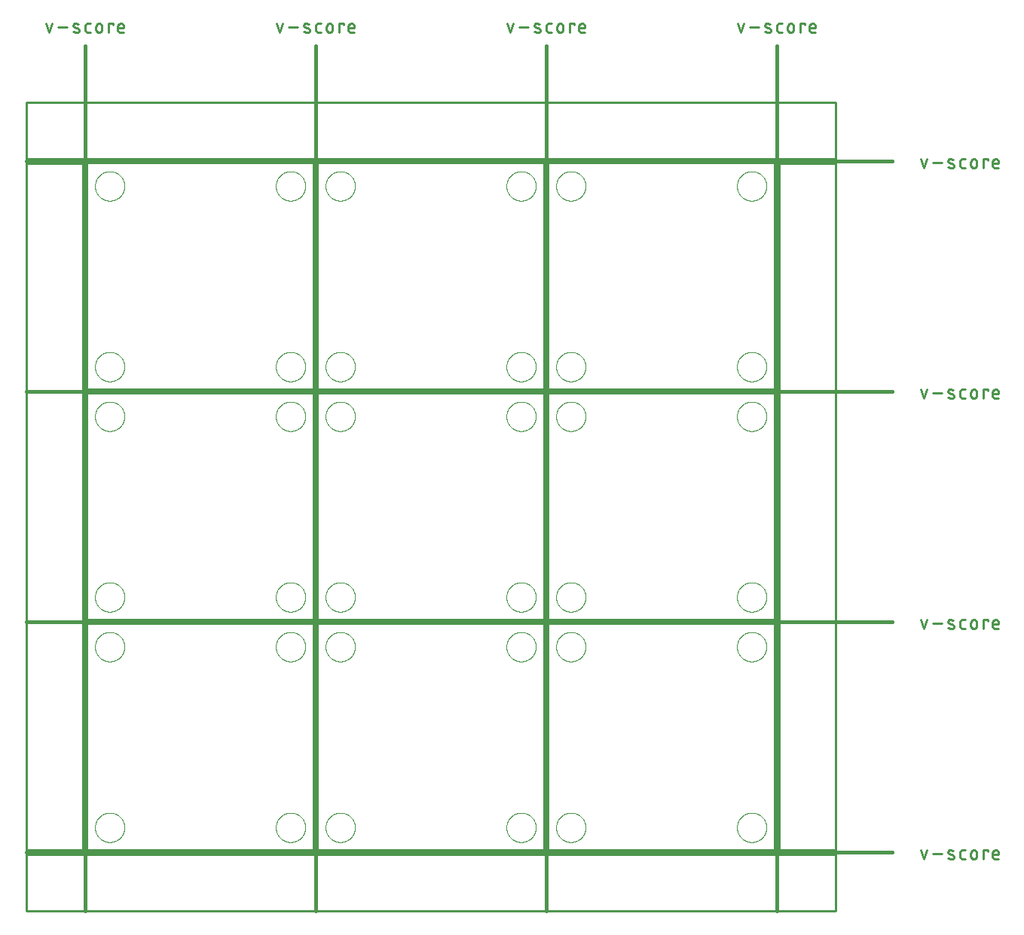
<source format=gko>
G75*
%MOIN*%
%OFA0B0*%
%FSLAX25Y25*%
%IPPOS*%
%LPD*%
%AMOC8*
5,1,8,0,0,1.08239X$1,22.5*
%
%ADD10C,0.00800*%
%ADD11C,0.01500*%
%ADD12C,0.01100*%
%ADD13C,0.01000*%
%ADD14C,0.00000*%
D10*
X0048342Y0028750D02*
X0048342Y0128750D01*
X0148342Y0128750D01*
X0148342Y0028750D01*
X0048342Y0028750D01*
X0150342Y0028750D02*
X0150342Y0128750D01*
X0250342Y0128750D01*
X0250342Y0028750D01*
X0150342Y0028750D01*
X0252342Y0028750D02*
X0252342Y0128750D01*
X0352342Y0128750D01*
X0352342Y0028750D01*
X0252342Y0028750D01*
X0252342Y0130750D02*
X0252342Y0230750D01*
X0352342Y0230750D01*
X0352342Y0130750D01*
X0252342Y0130750D01*
X0250342Y0130750D02*
X0250342Y0230750D01*
X0150342Y0230750D01*
X0150342Y0130750D01*
X0250342Y0130750D01*
X0148342Y0130750D02*
X0148342Y0230750D01*
X0048342Y0230750D01*
X0048342Y0130750D01*
X0148342Y0130750D01*
X0148342Y0232750D02*
X0048342Y0232750D01*
X0048342Y0332750D01*
X0148342Y0332750D01*
X0148342Y0232750D01*
X0150342Y0232750D02*
X0150342Y0332750D01*
X0250342Y0332750D01*
X0250342Y0232750D01*
X0150342Y0232750D01*
X0252342Y0232750D02*
X0252342Y0332750D01*
X0352342Y0332750D01*
X0352342Y0232750D01*
X0252342Y0232750D01*
D11*
X0404342Y0231750D02*
X0021342Y0231750D01*
X0021342Y0129750D02*
X0404342Y0129750D01*
X0404342Y0027750D02*
X0021342Y0027750D01*
X0047342Y0001750D02*
X0047342Y0384750D01*
X0021342Y0333750D02*
X0404342Y0333750D01*
X0353342Y0384750D02*
X0353342Y0001750D01*
X0251342Y0001750D02*
X0251342Y0384750D01*
X0149342Y0384750D02*
X0149342Y0001750D01*
D12*
X0417133Y0028733D02*
X0418444Y0024800D01*
X0419755Y0028733D01*
X0422426Y0027094D02*
X0426359Y0027094D01*
X0429727Y0027094D02*
X0431366Y0026439D01*
X0431367Y0026439D02*
X0431419Y0026416D01*
X0431470Y0026389D01*
X0431519Y0026359D01*
X0431566Y0026326D01*
X0431611Y0026290D01*
X0431653Y0026250D01*
X0431692Y0026208D01*
X0431728Y0026164D01*
X0431761Y0026117D01*
X0431791Y0026067D01*
X0431818Y0026016D01*
X0431841Y0025964D01*
X0431860Y0025910D01*
X0431876Y0025854D01*
X0431888Y0025798D01*
X0431896Y0025741D01*
X0431900Y0025684D01*
X0431901Y0025626D01*
X0431897Y0025569D01*
X0431890Y0025512D01*
X0431878Y0025455D01*
X0431863Y0025400D01*
X0431845Y0025345D01*
X0431822Y0025292D01*
X0431796Y0025241D01*
X0431767Y0025192D01*
X0431734Y0025144D01*
X0431698Y0025099D01*
X0431660Y0025057D01*
X0431618Y0025017D01*
X0431574Y0024980D01*
X0431527Y0024946D01*
X0431479Y0024915D01*
X0431428Y0024888D01*
X0431376Y0024864D01*
X0431322Y0024844D01*
X0431267Y0024828D01*
X0431211Y0024815D01*
X0431154Y0024806D01*
X0431096Y0024801D01*
X0431039Y0024800D01*
X0431530Y0028405D02*
X0431423Y0028451D01*
X0431314Y0028494D01*
X0431204Y0028534D01*
X0431092Y0028570D01*
X0430980Y0028602D01*
X0430866Y0028631D01*
X0430752Y0028657D01*
X0430637Y0028678D01*
X0430522Y0028697D01*
X0430405Y0028711D01*
X0430289Y0028722D01*
X0430172Y0028729D01*
X0430055Y0028733D01*
X0430055Y0028734D02*
X0429998Y0028733D01*
X0429940Y0028728D01*
X0429883Y0028719D01*
X0429827Y0028706D01*
X0429772Y0028690D01*
X0429718Y0028670D01*
X0429666Y0028646D01*
X0429615Y0028619D01*
X0429567Y0028588D01*
X0429520Y0028554D01*
X0429476Y0028517D01*
X0429434Y0028477D01*
X0429396Y0028435D01*
X0429360Y0028390D01*
X0429327Y0028342D01*
X0429298Y0028293D01*
X0429272Y0028242D01*
X0429249Y0028189D01*
X0429231Y0028134D01*
X0429216Y0028079D01*
X0429204Y0028022D01*
X0429197Y0027965D01*
X0429193Y0027908D01*
X0429194Y0027850D01*
X0429198Y0027793D01*
X0429206Y0027736D01*
X0429218Y0027680D01*
X0429234Y0027624D01*
X0429253Y0027570D01*
X0429276Y0027518D01*
X0429303Y0027467D01*
X0429333Y0027417D01*
X0429366Y0027370D01*
X0429402Y0027326D01*
X0429441Y0027284D01*
X0429483Y0027244D01*
X0429528Y0027208D01*
X0429575Y0027175D01*
X0429624Y0027145D01*
X0429675Y0027118D01*
X0429727Y0027095D01*
X0429236Y0025128D02*
X0429370Y0025082D01*
X0429505Y0025039D01*
X0429641Y0025000D01*
X0429778Y0024964D01*
X0429915Y0024932D01*
X0430054Y0024903D01*
X0430193Y0024877D01*
X0430333Y0024856D01*
X0430474Y0024837D01*
X0430614Y0024823D01*
X0430756Y0024812D01*
X0430897Y0024804D01*
X0431039Y0024801D01*
X0434580Y0025783D02*
X0434580Y0027750D01*
X0434582Y0027812D01*
X0434588Y0027873D01*
X0434597Y0027934D01*
X0434611Y0027994D01*
X0434628Y0028054D01*
X0434649Y0028112D01*
X0434674Y0028169D01*
X0434702Y0028224D01*
X0434733Y0028277D01*
X0434768Y0028328D01*
X0434806Y0028377D01*
X0434846Y0028423D01*
X0434890Y0028467D01*
X0434936Y0028507D01*
X0434985Y0028545D01*
X0435036Y0028580D01*
X0435089Y0028611D01*
X0435144Y0028639D01*
X0435201Y0028664D01*
X0435259Y0028685D01*
X0435319Y0028702D01*
X0435379Y0028716D01*
X0435440Y0028725D01*
X0435501Y0028731D01*
X0435563Y0028733D01*
X0436874Y0028733D01*
X0439287Y0027422D02*
X0439287Y0026111D01*
X0439289Y0026040D01*
X0439295Y0025969D01*
X0439304Y0025899D01*
X0439318Y0025829D01*
X0439335Y0025760D01*
X0439356Y0025692D01*
X0439380Y0025626D01*
X0439408Y0025561D01*
X0439440Y0025497D01*
X0439475Y0025435D01*
X0439513Y0025375D01*
X0439554Y0025318D01*
X0439599Y0025262D01*
X0439646Y0025209D01*
X0439696Y0025159D01*
X0439749Y0025112D01*
X0439805Y0025067D01*
X0439862Y0025026D01*
X0439922Y0024988D01*
X0439984Y0024953D01*
X0440048Y0024921D01*
X0440113Y0024893D01*
X0440179Y0024869D01*
X0440247Y0024848D01*
X0440316Y0024831D01*
X0440386Y0024817D01*
X0440456Y0024808D01*
X0440527Y0024802D01*
X0440598Y0024800D01*
X0440669Y0024802D01*
X0440740Y0024808D01*
X0440810Y0024817D01*
X0440880Y0024831D01*
X0440949Y0024848D01*
X0441017Y0024869D01*
X0441083Y0024893D01*
X0441148Y0024921D01*
X0441212Y0024953D01*
X0441274Y0024988D01*
X0441334Y0025026D01*
X0441391Y0025067D01*
X0441447Y0025112D01*
X0441500Y0025159D01*
X0441550Y0025209D01*
X0441597Y0025262D01*
X0441642Y0025318D01*
X0441683Y0025375D01*
X0441721Y0025435D01*
X0441756Y0025497D01*
X0441788Y0025561D01*
X0441816Y0025626D01*
X0441840Y0025692D01*
X0441861Y0025760D01*
X0441878Y0025829D01*
X0441892Y0025899D01*
X0441901Y0025969D01*
X0441907Y0026040D01*
X0441909Y0026111D01*
X0441910Y0026111D02*
X0441910Y0027422D01*
X0441909Y0027422D02*
X0441907Y0027493D01*
X0441901Y0027564D01*
X0441892Y0027634D01*
X0441878Y0027704D01*
X0441861Y0027773D01*
X0441840Y0027841D01*
X0441816Y0027907D01*
X0441788Y0027972D01*
X0441756Y0028036D01*
X0441721Y0028098D01*
X0441683Y0028158D01*
X0441642Y0028215D01*
X0441597Y0028271D01*
X0441550Y0028324D01*
X0441500Y0028374D01*
X0441447Y0028421D01*
X0441391Y0028466D01*
X0441334Y0028507D01*
X0441274Y0028545D01*
X0441212Y0028580D01*
X0441148Y0028612D01*
X0441083Y0028640D01*
X0441017Y0028664D01*
X0440949Y0028685D01*
X0440880Y0028702D01*
X0440810Y0028716D01*
X0440740Y0028725D01*
X0440669Y0028731D01*
X0440598Y0028733D01*
X0440527Y0028731D01*
X0440456Y0028725D01*
X0440386Y0028716D01*
X0440316Y0028702D01*
X0440247Y0028685D01*
X0440179Y0028664D01*
X0440113Y0028640D01*
X0440048Y0028612D01*
X0439984Y0028580D01*
X0439922Y0028545D01*
X0439862Y0028507D01*
X0439805Y0028466D01*
X0439749Y0028421D01*
X0439696Y0028374D01*
X0439646Y0028324D01*
X0439599Y0028271D01*
X0439554Y0028215D01*
X0439513Y0028158D01*
X0439475Y0028098D01*
X0439440Y0028036D01*
X0439408Y0027972D01*
X0439380Y0027907D01*
X0439356Y0027841D01*
X0439335Y0027773D01*
X0439318Y0027704D01*
X0439304Y0027634D01*
X0439295Y0027564D01*
X0439289Y0027493D01*
X0439287Y0027422D01*
X0436874Y0024800D02*
X0435563Y0024800D01*
X0435501Y0024802D01*
X0435440Y0024808D01*
X0435379Y0024817D01*
X0435319Y0024831D01*
X0435259Y0024848D01*
X0435201Y0024869D01*
X0435144Y0024894D01*
X0435089Y0024922D01*
X0435036Y0024953D01*
X0434985Y0024988D01*
X0434936Y0025026D01*
X0434890Y0025066D01*
X0434846Y0025110D01*
X0434806Y0025156D01*
X0434768Y0025205D01*
X0434733Y0025256D01*
X0434702Y0025309D01*
X0434674Y0025364D01*
X0434649Y0025421D01*
X0434628Y0025479D01*
X0434611Y0025539D01*
X0434597Y0025599D01*
X0434588Y0025660D01*
X0434582Y0025721D01*
X0434580Y0025783D01*
X0444876Y0024800D02*
X0444876Y0028733D01*
X0446843Y0028733D01*
X0446843Y0028078D01*
X0448929Y0027422D02*
X0448929Y0025783D01*
X0448931Y0025721D01*
X0448937Y0025660D01*
X0448946Y0025599D01*
X0448960Y0025539D01*
X0448977Y0025479D01*
X0448998Y0025421D01*
X0449023Y0025364D01*
X0449051Y0025309D01*
X0449082Y0025256D01*
X0449117Y0025205D01*
X0449155Y0025156D01*
X0449195Y0025110D01*
X0449239Y0025066D01*
X0449285Y0025026D01*
X0449334Y0024988D01*
X0449385Y0024953D01*
X0449438Y0024922D01*
X0449493Y0024894D01*
X0449550Y0024869D01*
X0449608Y0024848D01*
X0449668Y0024831D01*
X0449728Y0024817D01*
X0449789Y0024808D01*
X0449850Y0024802D01*
X0449912Y0024800D01*
X0451551Y0024800D01*
X0451551Y0026767D02*
X0448929Y0026767D01*
X0448929Y0027422D02*
X0448931Y0027493D01*
X0448937Y0027564D01*
X0448946Y0027634D01*
X0448960Y0027704D01*
X0448977Y0027773D01*
X0448998Y0027841D01*
X0449022Y0027907D01*
X0449050Y0027972D01*
X0449082Y0028036D01*
X0449117Y0028098D01*
X0449155Y0028158D01*
X0449196Y0028215D01*
X0449241Y0028271D01*
X0449288Y0028324D01*
X0449338Y0028374D01*
X0449391Y0028421D01*
X0449447Y0028466D01*
X0449504Y0028507D01*
X0449564Y0028545D01*
X0449626Y0028580D01*
X0449690Y0028612D01*
X0449755Y0028640D01*
X0449821Y0028664D01*
X0449889Y0028685D01*
X0449958Y0028702D01*
X0450028Y0028716D01*
X0450098Y0028725D01*
X0450169Y0028731D01*
X0450240Y0028733D01*
X0450311Y0028731D01*
X0450382Y0028725D01*
X0450452Y0028716D01*
X0450522Y0028702D01*
X0450591Y0028685D01*
X0450659Y0028664D01*
X0450725Y0028640D01*
X0450790Y0028612D01*
X0450854Y0028580D01*
X0450916Y0028545D01*
X0450976Y0028507D01*
X0451033Y0028466D01*
X0451089Y0028421D01*
X0451142Y0028374D01*
X0451192Y0028324D01*
X0451239Y0028271D01*
X0451284Y0028215D01*
X0451325Y0028158D01*
X0451363Y0028098D01*
X0451398Y0028036D01*
X0451430Y0027972D01*
X0451458Y0027907D01*
X0451482Y0027841D01*
X0451503Y0027773D01*
X0451520Y0027704D01*
X0451534Y0027634D01*
X0451543Y0027564D01*
X0451549Y0027493D01*
X0451551Y0027422D01*
X0451551Y0026767D01*
X0451551Y0126800D02*
X0449912Y0126800D01*
X0449850Y0126802D01*
X0449789Y0126808D01*
X0449728Y0126817D01*
X0449668Y0126831D01*
X0449608Y0126848D01*
X0449550Y0126869D01*
X0449493Y0126894D01*
X0449438Y0126922D01*
X0449385Y0126953D01*
X0449334Y0126988D01*
X0449285Y0127026D01*
X0449239Y0127066D01*
X0449195Y0127110D01*
X0449155Y0127156D01*
X0449117Y0127205D01*
X0449082Y0127256D01*
X0449051Y0127309D01*
X0449023Y0127364D01*
X0448998Y0127421D01*
X0448977Y0127479D01*
X0448960Y0127539D01*
X0448946Y0127599D01*
X0448937Y0127660D01*
X0448931Y0127721D01*
X0448929Y0127783D01*
X0448929Y0129422D01*
X0448929Y0128767D02*
X0451551Y0128767D01*
X0451551Y0129422D01*
X0451549Y0129493D01*
X0451543Y0129564D01*
X0451534Y0129634D01*
X0451520Y0129704D01*
X0451503Y0129773D01*
X0451482Y0129841D01*
X0451458Y0129907D01*
X0451430Y0129972D01*
X0451398Y0130036D01*
X0451363Y0130098D01*
X0451325Y0130158D01*
X0451284Y0130215D01*
X0451239Y0130271D01*
X0451192Y0130324D01*
X0451142Y0130374D01*
X0451089Y0130421D01*
X0451033Y0130466D01*
X0450976Y0130507D01*
X0450916Y0130545D01*
X0450854Y0130580D01*
X0450790Y0130612D01*
X0450725Y0130640D01*
X0450659Y0130664D01*
X0450591Y0130685D01*
X0450522Y0130702D01*
X0450452Y0130716D01*
X0450382Y0130725D01*
X0450311Y0130731D01*
X0450240Y0130733D01*
X0450169Y0130731D01*
X0450098Y0130725D01*
X0450028Y0130716D01*
X0449958Y0130702D01*
X0449889Y0130685D01*
X0449821Y0130664D01*
X0449755Y0130640D01*
X0449690Y0130612D01*
X0449626Y0130580D01*
X0449564Y0130545D01*
X0449504Y0130507D01*
X0449447Y0130466D01*
X0449391Y0130421D01*
X0449338Y0130374D01*
X0449288Y0130324D01*
X0449241Y0130271D01*
X0449196Y0130215D01*
X0449155Y0130158D01*
X0449117Y0130098D01*
X0449082Y0130036D01*
X0449050Y0129972D01*
X0449022Y0129907D01*
X0448998Y0129841D01*
X0448977Y0129773D01*
X0448960Y0129704D01*
X0448946Y0129634D01*
X0448937Y0129564D01*
X0448931Y0129493D01*
X0448929Y0129422D01*
X0446843Y0130078D02*
X0446843Y0130733D01*
X0444876Y0130733D01*
X0444876Y0126800D01*
X0441910Y0128111D02*
X0441910Y0129422D01*
X0441909Y0129422D02*
X0441907Y0129493D01*
X0441901Y0129564D01*
X0441892Y0129634D01*
X0441878Y0129704D01*
X0441861Y0129773D01*
X0441840Y0129841D01*
X0441816Y0129907D01*
X0441788Y0129972D01*
X0441756Y0130036D01*
X0441721Y0130098D01*
X0441683Y0130158D01*
X0441642Y0130215D01*
X0441597Y0130271D01*
X0441550Y0130324D01*
X0441500Y0130374D01*
X0441447Y0130421D01*
X0441391Y0130466D01*
X0441334Y0130507D01*
X0441274Y0130545D01*
X0441212Y0130580D01*
X0441148Y0130612D01*
X0441083Y0130640D01*
X0441017Y0130664D01*
X0440949Y0130685D01*
X0440880Y0130702D01*
X0440810Y0130716D01*
X0440740Y0130725D01*
X0440669Y0130731D01*
X0440598Y0130733D01*
X0440527Y0130731D01*
X0440456Y0130725D01*
X0440386Y0130716D01*
X0440316Y0130702D01*
X0440247Y0130685D01*
X0440179Y0130664D01*
X0440113Y0130640D01*
X0440048Y0130612D01*
X0439984Y0130580D01*
X0439922Y0130545D01*
X0439862Y0130507D01*
X0439805Y0130466D01*
X0439749Y0130421D01*
X0439696Y0130374D01*
X0439646Y0130324D01*
X0439599Y0130271D01*
X0439554Y0130215D01*
X0439513Y0130158D01*
X0439475Y0130098D01*
X0439440Y0130036D01*
X0439408Y0129972D01*
X0439380Y0129907D01*
X0439356Y0129841D01*
X0439335Y0129773D01*
X0439318Y0129704D01*
X0439304Y0129634D01*
X0439295Y0129564D01*
X0439289Y0129493D01*
X0439287Y0129422D01*
X0439287Y0128111D01*
X0439289Y0128040D01*
X0439295Y0127969D01*
X0439304Y0127899D01*
X0439318Y0127829D01*
X0439335Y0127760D01*
X0439356Y0127692D01*
X0439380Y0127626D01*
X0439408Y0127561D01*
X0439440Y0127497D01*
X0439475Y0127435D01*
X0439513Y0127375D01*
X0439554Y0127318D01*
X0439599Y0127262D01*
X0439646Y0127209D01*
X0439696Y0127159D01*
X0439749Y0127112D01*
X0439805Y0127067D01*
X0439862Y0127026D01*
X0439922Y0126988D01*
X0439984Y0126953D01*
X0440048Y0126921D01*
X0440113Y0126893D01*
X0440179Y0126869D01*
X0440247Y0126848D01*
X0440316Y0126831D01*
X0440386Y0126817D01*
X0440456Y0126808D01*
X0440527Y0126802D01*
X0440598Y0126800D01*
X0440669Y0126802D01*
X0440740Y0126808D01*
X0440810Y0126817D01*
X0440880Y0126831D01*
X0440949Y0126848D01*
X0441017Y0126869D01*
X0441083Y0126893D01*
X0441148Y0126921D01*
X0441212Y0126953D01*
X0441274Y0126988D01*
X0441334Y0127026D01*
X0441391Y0127067D01*
X0441447Y0127112D01*
X0441500Y0127159D01*
X0441550Y0127209D01*
X0441597Y0127262D01*
X0441642Y0127318D01*
X0441683Y0127375D01*
X0441721Y0127435D01*
X0441756Y0127497D01*
X0441788Y0127561D01*
X0441816Y0127626D01*
X0441840Y0127692D01*
X0441861Y0127760D01*
X0441878Y0127829D01*
X0441892Y0127899D01*
X0441901Y0127969D01*
X0441907Y0128040D01*
X0441909Y0128111D01*
X0436874Y0126800D02*
X0435563Y0126800D01*
X0435501Y0126802D01*
X0435440Y0126808D01*
X0435379Y0126817D01*
X0435319Y0126831D01*
X0435259Y0126848D01*
X0435201Y0126869D01*
X0435144Y0126894D01*
X0435089Y0126922D01*
X0435036Y0126953D01*
X0434985Y0126988D01*
X0434936Y0127026D01*
X0434890Y0127066D01*
X0434846Y0127110D01*
X0434806Y0127156D01*
X0434768Y0127205D01*
X0434733Y0127256D01*
X0434702Y0127309D01*
X0434674Y0127364D01*
X0434649Y0127421D01*
X0434628Y0127479D01*
X0434611Y0127539D01*
X0434597Y0127599D01*
X0434588Y0127660D01*
X0434582Y0127721D01*
X0434580Y0127783D01*
X0434580Y0129750D01*
X0434582Y0129812D01*
X0434588Y0129873D01*
X0434597Y0129934D01*
X0434611Y0129994D01*
X0434628Y0130054D01*
X0434649Y0130112D01*
X0434674Y0130169D01*
X0434702Y0130224D01*
X0434733Y0130277D01*
X0434768Y0130328D01*
X0434806Y0130377D01*
X0434846Y0130423D01*
X0434890Y0130467D01*
X0434936Y0130507D01*
X0434985Y0130545D01*
X0435036Y0130580D01*
X0435089Y0130611D01*
X0435144Y0130639D01*
X0435201Y0130664D01*
X0435259Y0130685D01*
X0435319Y0130702D01*
X0435379Y0130716D01*
X0435440Y0130725D01*
X0435501Y0130731D01*
X0435563Y0130733D01*
X0436874Y0130733D01*
X0431366Y0128439D02*
X0429727Y0129094D01*
X0429727Y0129095D02*
X0429675Y0129118D01*
X0429624Y0129145D01*
X0429575Y0129175D01*
X0429528Y0129208D01*
X0429483Y0129244D01*
X0429441Y0129284D01*
X0429402Y0129326D01*
X0429366Y0129370D01*
X0429333Y0129417D01*
X0429303Y0129467D01*
X0429276Y0129518D01*
X0429253Y0129570D01*
X0429234Y0129624D01*
X0429218Y0129680D01*
X0429206Y0129736D01*
X0429198Y0129793D01*
X0429194Y0129850D01*
X0429193Y0129908D01*
X0429197Y0129965D01*
X0429204Y0130022D01*
X0429216Y0130079D01*
X0429231Y0130134D01*
X0429249Y0130189D01*
X0429272Y0130242D01*
X0429298Y0130293D01*
X0429327Y0130342D01*
X0429360Y0130390D01*
X0429396Y0130435D01*
X0429434Y0130477D01*
X0429476Y0130517D01*
X0429520Y0130554D01*
X0429567Y0130588D01*
X0429615Y0130619D01*
X0429666Y0130646D01*
X0429718Y0130670D01*
X0429772Y0130690D01*
X0429827Y0130706D01*
X0429883Y0130719D01*
X0429940Y0130728D01*
X0429998Y0130733D01*
X0430055Y0130734D01*
X0429236Y0127128D02*
X0429370Y0127082D01*
X0429505Y0127039D01*
X0429641Y0127000D01*
X0429778Y0126964D01*
X0429915Y0126932D01*
X0430054Y0126903D01*
X0430193Y0126877D01*
X0430333Y0126856D01*
X0430474Y0126837D01*
X0430614Y0126823D01*
X0430756Y0126812D01*
X0430897Y0126804D01*
X0431039Y0126801D01*
X0431039Y0126800D02*
X0431096Y0126801D01*
X0431154Y0126806D01*
X0431211Y0126815D01*
X0431267Y0126828D01*
X0431322Y0126844D01*
X0431376Y0126864D01*
X0431428Y0126888D01*
X0431479Y0126915D01*
X0431527Y0126946D01*
X0431574Y0126980D01*
X0431618Y0127017D01*
X0431660Y0127057D01*
X0431698Y0127099D01*
X0431734Y0127144D01*
X0431767Y0127192D01*
X0431796Y0127241D01*
X0431822Y0127292D01*
X0431845Y0127345D01*
X0431863Y0127400D01*
X0431878Y0127455D01*
X0431890Y0127512D01*
X0431897Y0127569D01*
X0431901Y0127626D01*
X0431900Y0127684D01*
X0431896Y0127741D01*
X0431888Y0127798D01*
X0431876Y0127854D01*
X0431860Y0127910D01*
X0431841Y0127964D01*
X0431818Y0128016D01*
X0431791Y0128067D01*
X0431761Y0128117D01*
X0431728Y0128164D01*
X0431692Y0128208D01*
X0431653Y0128250D01*
X0431611Y0128290D01*
X0431566Y0128326D01*
X0431519Y0128359D01*
X0431470Y0128389D01*
X0431419Y0128416D01*
X0431367Y0128439D01*
X0431530Y0130405D02*
X0431423Y0130451D01*
X0431314Y0130494D01*
X0431204Y0130534D01*
X0431092Y0130570D01*
X0430980Y0130602D01*
X0430866Y0130631D01*
X0430752Y0130657D01*
X0430637Y0130678D01*
X0430522Y0130697D01*
X0430405Y0130711D01*
X0430289Y0130722D01*
X0430172Y0130729D01*
X0430055Y0130733D01*
X0426359Y0129094D02*
X0422426Y0129094D01*
X0419755Y0130733D02*
X0418444Y0126800D01*
X0417133Y0130733D01*
X0418444Y0228800D02*
X0419755Y0232733D01*
X0417133Y0232733D02*
X0418444Y0228800D01*
X0422426Y0231094D02*
X0426359Y0231094D01*
X0429727Y0231094D02*
X0431366Y0230439D01*
X0431367Y0230439D02*
X0431419Y0230416D01*
X0431470Y0230389D01*
X0431519Y0230359D01*
X0431566Y0230326D01*
X0431611Y0230290D01*
X0431653Y0230250D01*
X0431692Y0230208D01*
X0431728Y0230164D01*
X0431761Y0230117D01*
X0431791Y0230067D01*
X0431818Y0230016D01*
X0431841Y0229964D01*
X0431860Y0229910D01*
X0431876Y0229854D01*
X0431888Y0229798D01*
X0431896Y0229741D01*
X0431900Y0229684D01*
X0431901Y0229626D01*
X0431897Y0229569D01*
X0431890Y0229512D01*
X0431878Y0229455D01*
X0431863Y0229400D01*
X0431845Y0229345D01*
X0431822Y0229292D01*
X0431796Y0229241D01*
X0431767Y0229192D01*
X0431734Y0229144D01*
X0431698Y0229099D01*
X0431660Y0229057D01*
X0431618Y0229017D01*
X0431574Y0228980D01*
X0431527Y0228946D01*
X0431479Y0228915D01*
X0431428Y0228888D01*
X0431376Y0228864D01*
X0431322Y0228844D01*
X0431267Y0228828D01*
X0431211Y0228815D01*
X0431154Y0228806D01*
X0431096Y0228801D01*
X0431039Y0228800D01*
X0431530Y0232405D02*
X0431423Y0232451D01*
X0431314Y0232494D01*
X0431204Y0232534D01*
X0431092Y0232570D01*
X0430980Y0232602D01*
X0430866Y0232631D01*
X0430752Y0232657D01*
X0430637Y0232678D01*
X0430522Y0232697D01*
X0430405Y0232711D01*
X0430289Y0232722D01*
X0430172Y0232729D01*
X0430055Y0232733D01*
X0430055Y0232734D02*
X0429998Y0232733D01*
X0429940Y0232728D01*
X0429883Y0232719D01*
X0429827Y0232706D01*
X0429772Y0232690D01*
X0429718Y0232670D01*
X0429666Y0232646D01*
X0429615Y0232619D01*
X0429567Y0232588D01*
X0429520Y0232554D01*
X0429476Y0232517D01*
X0429434Y0232477D01*
X0429396Y0232435D01*
X0429360Y0232390D01*
X0429327Y0232342D01*
X0429298Y0232293D01*
X0429272Y0232242D01*
X0429249Y0232189D01*
X0429231Y0232134D01*
X0429216Y0232079D01*
X0429204Y0232022D01*
X0429197Y0231965D01*
X0429193Y0231908D01*
X0429194Y0231850D01*
X0429198Y0231793D01*
X0429206Y0231736D01*
X0429218Y0231680D01*
X0429234Y0231624D01*
X0429253Y0231570D01*
X0429276Y0231518D01*
X0429303Y0231467D01*
X0429333Y0231417D01*
X0429366Y0231370D01*
X0429402Y0231326D01*
X0429441Y0231284D01*
X0429483Y0231244D01*
X0429528Y0231208D01*
X0429575Y0231175D01*
X0429624Y0231145D01*
X0429675Y0231118D01*
X0429727Y0231095D01*
X0429236Y0229128D02*
X0429370Y0229082D01*
X0429505Y0229039D01*
X0429641Y0229000D01*
X0429778Y0228964D01*
X0429915Y0228932D01*
X0430054Y0228903D01*
X0430193Y0228877D01*
X0430333Y0228856D01*
X0430474Y0228837D01*
X0430614Y0228823D01*
X0430756Y0228812D01*
X0430897Y0228804D01*
X0431039Y0228801D01*
X0434580Y0229783D02*
X0434580Y0231750D01*
X0434582Y0231812D01*
X0434588Y0231873D01*
X0434597Y0231934D01*
X0434611Y0231994D01*
X0434628Y0232054D01*
X0434649Y0232112D01*
X0434674Y0232169D01*
X0434702Y0232224D01*
X0434733Y0232277D01*
X0434768Y0232328D01*
X0434806Y0232377D01*
X0434846Y0232423D01*
X0434890Y0232467D01*
X0434936Y0232507D01*
X0434985Y0232545D01*
X0435036Y0232580D01*
X0435089Y0232611D01*
X0435144Y0232639D01*
X0435201Y0232664D01*
X0435259Y0232685D01*
X0435319Y0232702D01*
X0435379Y0232716D01*
X0435440Y0232725D01*
X0435501Y0232731D01*
X0435563Y0232733D01*
X0436874Y0232733D01*
X0439287Y0231422D02*
X0439287Y0230111D01*
X0439289Y0230040D01*
X0439295Y0229969D01*
X0439304Y0229899D01*
X0439318Y0229829D01*
X0439335Y0229760D01*
X0439356Y0229692D01*
X0439380Y0229626D01*
X0439408Y0229561D01*
X0439440Y0229497D01*
X0439475Y0229435D01*
X0439513Y0229375D01*
X0439554Y0229318D01*
X0439599Y0229262D01*
X0439646Y0229209D01*
X0439696Y0229159D01*
X0439749Y0229112D01*
X0439805Y0229067D01*
X0439862Y0229026D01*
X0439922Y0228988D01*
X0439984Y0228953D01*
X0440048Y0228921D01*
X0440113Y0228893D01*
X0440179Y0228869D01*
X0440247Y0228848D01*
X0440316Y0228831D01*
X0440386Y0228817D01*
X0440456Y0228808D01*
X0440527Y0228802D01*
X0440598Y0228800D01*
X0440669Y0228802D01*
X0440740Y0228808D01*
X0440810Y0228817D01*
X0440880Y0228831D01*
X0440949Y0228848D01*
X0441017Y0228869D01*
X0441083Y0228893D01*
X0441148Y0228921D01*
X0441212Y0228953D01*
X0441274Y0228988D01*
X0441334Y0229026D01*
X0441391Y0229067D01*
X0441447Y0229112D01*
X0441500Y0229159D01*
X0441550Y0229209D01*
X0441597Y0229262D01*
X0441642Y0229318D01*
X0441683Y0229375D01*
X0441721Y0229435D01*
X0441756Y0229497D01*
X0441788Y0229561D01*
X0441816Y0229626D01*
X0441840Y0229692D01*
X0441861Y0229760D01*
X0441878Y0229829D01*
X0441892Y0229899D01*
X0441901Y0229969D01*
X0441907Y0230040D01*
X0441909Y0230111D01*
X0441910Y0230111D02*
X0441910Y0231422D01*
X0441909Y0231422D02*
X0441907Y0231493D01*
X0441901Y0231564D01*
X0441892Y0231634D01*
X0441878Y0231704D01*
X0441861Y0231773D01*
X0441840Y0231841D01*
X0441816Y0231907D01*
X0441788Y0231972D01*
X0441756Y0232036D01*
X0441721Y0232098D01*
X0441683Y0232158D01*
X0441642Y0232215D01*
X0441597Y0232271D01*
X0441550Y0232324D01*
X0441500Y0232374D01*
X0441447Y0232421D01*
X0441391Y0232466D01*
X0441334Y0232507D01*
X0441274Y0232545D01*
X0441212Y0232580D01*
X0441148Y0232612D01*
X0441083Y0232640D01*
X0441017Y0232664D01*
X0440949Y0232685D01*
X0440880Y0232702D01*
X0440810Y0232716D01*
X0440740Y0232725D01*
X0440669Y0232731D01*
X0440598Y0232733D01*
X0440527Y0232731D01*
X0440456Y0232725D01*
X0440386Y0232716D01*
X0440316Y0232702D01*
X0440247Y0232685D01*
X0440179Y0232664D01*
X0440113Y0232640D01*
X0440048Y0232612D01*
X0439984Y0232580D01*
X0439922Y0232545D01*
X0439862Y0232507D01*
X0439805Y0232466D01*
X0439749Y0232421D01*
X0439696Y0232374D01*
X0439646Y0232324D01*
X0439599Y0232271D01*
X0439554Y0232215D01*
X0439513Y0232158D01*
X0439475Y0232098D01*
X0439440Y0232036D01*
X0439408Y0231972D01*
X0439380Y0231907D01*
X0439356Y0231841D01*
X0439335Y0231773D01*
X0439318Y0231704D01*
X0439304Y0231634D01*
X0439295Y0231564D01*
X0439289Y0231493D01*
X0439287Y0231422D01*
X0436874Y0228800D02*
X0435563Y0228800D01*
X0435501Y0228802D01*
X0435440Y0228808D01*
X0435379Y0228817D01*
X0435319Y0228831D01*
X0435259Y0228848D01*
X0435201Y0228869D01*
X0435144Y0228894D01*
X0435089Y0228922D01*
X0435036Y0228953D01*
X0434985Y0228988D01*
X0434936Y0229026D01*
X0434890Y0229066D01*
X0434846Y0229110D01*
X0434806Y0229156D01*
X0434768Y0229205D01*
X0434733Y0229256D01*
X0434702Y0229309D01*
X0434674Y0229364D01*
X0434649Y0229421D01*
X0434628Y0229479D01*
X0434611Y0229539D01*
X0434597Y0229599D01*
X0434588Y0229660D01*
X0434582Y0229721D01*
X0434580Y0229783D01*
X0444876Y0228800D02*
X0444876Y0232733D01*
X0446843Y0232733D01*
X0446843Y0232078D01*
X0448929Y0231422D02*
X0448929Y0229783D01*
X0448931Y0229721D01*
X0448937Y0229660D01*
X0448946Y0229599D01*
X0448960Y0229539D01*
X0448977Y0229479D01*
X0448998Y0229421D01*
X0449023Y0229364D01*
X0449051Y0229309D01*
X0449082Y0229256D01*
X0449117Y0229205D01*
X0449155Y0229156D01*
X0449195Y0229110D01*
X0449239Y0229066D01*
X0449285Y0229026D01*
X0449334Y0228988D01*
X0449385Y0228953D01*
X0449438Y0228922D01*
X0449493Y0228894D01*
X0449550Y0228869D01*
X0449608Y0228848D01*
X0449668Y0228831D01*
X0449728Y0228817D01*
X0449789Y0228808D01*
X0449850Y0228802D01*
X0449912Y0228800D01*
X0451551Y0228800D01*
X0451551Y0230767D02*
X0448929Y0230767D01*
X0448929Y0231422D02*
X0448931Y0231493D01*
X0448937Y0231564D01*
X0448946Y0231634D01*
X0448960Y0231704D01*
X0448977Y0231773D01*
X0448998Y0231841D01*
X0449022Y0231907D01*
X0449050Y0231972D01*
X0449082Y0232036D01*
X0449117Y0232098D01*
X0449155Y0232158D01*
X0449196Y0232215D01*
X0449241Y0232271D01*
X0449288Y0232324D01*
X0449338Y0232374D01*
X0449391Y0232421D01*
X0449447Y0232466D01*
X0449504Y0232507D01*
X0449564Y0232545D01*
X0449626Y0232580D01*
X0449690Y0232612D01*
X0449755Y0232640D01*
X0449821Y0232664D01*
X0449889Y0232685D01*
X0449958Y0232702D01*
X0450028Y0232716D01*
X0450098Y0232725D01*
X0450169Y0232731D01*
X0450240Y0232733D01*
X0450311Y0232731D01*
X0450382Y0232725D01*
X0450452Y0232716D01*
X0450522Y0232702D01*
X0450591Y0232685D01*
X0450659Y0232664D01*
X0450725Y0232640D01*
X0450790Y0232612D01*
X0450854Y0232580D01*
X0450916Y0232545D01*
X0450976Y0232507D01*
X0451033Y0232466D01*
X0451089Y0232421D01*
X0451142Y0232374D01*
X0451192Y0232324D01*
X0451239Y0232271D01*
X0451284Y0232215D01*
X0451325Y0232158D01*
X0451363Y0232098D01*
X0451398Y0232036D01*
X0451430Y0231972D01*
X0451458Y0231907D01*
X0451482Y0231841D01*
X0451503Y0231773D01*
X0451520Y0231704D01*
X0451534Y0231634D01*
X0451543Y0231564D01*
X0451549Y0231493D01*
X0451551Y0231422D01*
X0451551Y0230767D01*
X0451551Y0330800D02*
X0449912Y0330800D01*
X0449850Y0330802D01*
X0449789Y0330808D01*
X0449728Y0330817D01*
X0449668Y0330831D01*
X0449608Y0330848D01*
X0449550Y0330869D01*
X0449493Y0330894D01*
X0449438Y0330922D01*
X0449385Y0330953D01*
X0449334Y0330988D01*
X0449285Y0331026D01*
X0449239Y0331066D01*
X0449195Y0331110D01*
X0449155Y0331156D01*
X0449117Y0331205D01*
X0449082Y0331256D01*
X0449051Y0331309D01*
X0449023Y0331364D01*
X0448998Y0331421D01*
X0448977Y0331479D01*
X0448960Y0331539D01*
X0448946Y0331599D01*
X0448937Y0331660D01*
X0448931Y0331721D01*
X0448929Y0331783D01*
X0448929Y0333422D01*
X0448929Y0332767D02*
X0451551Y0332767D01*
X0451551Y0333422D01*
X0451549Y0333493D01*
X0451543Y0333564D01*
X0451534Y0333634D01*
X0451520Y0333704D01*
X0451503Y0333773D01*
X0451482Y0333841D01*
X0451458Y0333907D01*
X0451430Y0333972D01*
X0451398Y0334036D01*
X0451363Y0334098D01*
X0451325Y0334158D01*
X0451284Y0334215D01*
X0451239Y0334271D01*
X0451192Y0334324D01*
X0451142Y0334374D01*
X0451089Y0334421D01*
X0451033Y0334466D01*
X0450976Y0334507D01*
X0450916Y0334545D01*
X0450854Y0334580D01*
X0450790Y0334612D01*
X0450725Y0334640D01*
X0450659Y0334664D01*
X0450591Y0334685D01*
X0450522Y0334702D01*
X0450452Y0334716D01*
X0450382Y0334725D01*
X0450311Y0334731D01*
X0450240Y0334733D01*
X0450169Y0334731D01*
X0450098Y0334725D01*
X0450028Y0334716D01*
X0449958Y0334702D01*
X0449889Y0334685D01*
X0449821Y0334664D01*
X0449755Y0334640D01*
X0449690Y0334612D01*
X0449626Y0334580D01*
X0449564Y0334545D01*
X0449504Y0334507D01*
X0449447Y0334466D01*
X0449391Y0334421D01*
X0449338Y0334374D01*
X0449288Y0334324D01*
X0449241Y0334271D01*
X0449196Y0334215D01*
X0449155Y0334158D01*
X0449117Y0334098D01*
X0449082Y0334036D01*
X0449050Y0333972D01*
X0449022Y0333907D01*
X0448998Y0333841D01*
X0448977Y0333773D01*
X0448960Y0333704D01*
X0448946Y0333634D01*
X0448937Y0333564D01*
X0448931Y0333493D01*
X0448929Y0333422D01*
X0446843Y0334078D02*
X0446843Y0334733D01*
X0444876Y0334733D01*
X0444876Y0330800D01*
X0441910Y0332111D02*
X0441910Y0333422D01*
X0441909Y0333422D02*
X0441907Y0333493D01*
X0441901Y0333564D01*
X0441892Y0333634D01*
X0441878Y0333704D01*
X0441861Y0333773D01*
X0441840Y0333841D01*
X0441816Y0333907D01*
X0441788Y0333972D01*
X0441756Y0334036D01*
X0441721Y0334098D01*
X0441683Y0334158D01*
X0441642Y0334215D01*
X0441597Y0334271D01*
X0441550Y0334324D01*
X0441500Y0334374D01*
X0441447Y0334421D01*
X0441391Y0334466D01*
X0441334Y0334507D01*
X0441274Y0334545D01*
X0441212Y0334580D01*
X0441148Y0334612D01*
X0441083Y0334640D01*
X0441017Y0334664D01*
X0440949Y0334685D01*
X0440880Y0334702D01*
X0440810Y0334716D01*
X0440740Y0334725D01*
X0440669Y0334731D01*
X0440598Y0334733D01*
X0440527Y0334731D01*
X0440456Y0334725D01*
X0440386Y0334716D01*
X0440316Y0334702D01*
X0440247Y0334685D01*
X0440179Y0334664D01*
X0440113Y0334640D01*
X0440048Y0334612D01*
X0439984Y0334580D01*
X0439922Y0334545D01*
X0439862Y0334507D01*
X0439805Y0334466D01*
X0439749Y0334421D01*
X0439696Y0334374D01*
X0439646Y0334324D01*
X0439599Y0334271D01*
X0439554Y0334215D01*
X0439513Y0334158D01*
X0439475Y0334098D01*
X0439440Y0334036D01*
X0439408Y0333972D01*
X0439380Y0333907D01*
X0439356Y0333841D01*
X0439335Y0333773D01*
X0439318Y0333704D01*
X0439304Y0333634D01*
X0439295Y0333564D01*
X0439289Y0333493D01*
X0439287Y0333422D01*
X0439287Y0332111D01*
X0439289Y0332040D01*
X0439295Y0331969D01*
X0439304Y0331899D01*
X0439318Y0331829D01*
X0439335Y0331760D01*
X0439356Y0331692D01*
X0439380Y0331626D01*
X0439408Y0331561D01*
X0439440Y0331497D01*
X0439475Y0331435D01*
X0439513Y0331375D01*
X0439554Y0331318D01*
X0439599Y0331262D01*
X0439646Y0331209D01*
X0439696Y0331159D01*
X0439749Y0331112D01*
X0439805Y0331067D01*
X0439862Y0331026D01*
X0439922Y0330988D01*
X0439984Y0330953D01*
X0440048Y0330921D01*
X0440113Y0330893D01*
X0440179Y0330869D01*
X0440247Y0330848D01*
X0440316Y0330831D01*
X0440386Y0330817D01*
X0440456Y0330808D01*
X0440527Y0330802D01*
X0440598Y0330800D01*
X0440669Y0330802D01*
X0440740Y0330808D01*
X0440810Y0330817D01*
X0440880Y0330831D01*
X0440949Y0330848D01*
X0441017Y0330869D01*
X0441083Y0330893D01*
X0441148Y0330921D01*
X0441212Y0330953D01*
X0441274Y0330988D01*
X0441334Y0331026D01*
X0441391Y0331067D01*
X0441447Y0331112D01*
X0441500Y0331159D01*
X0441550Y0331209D01*
X0441597Y0331262D01*
X0441642Y0331318D01*
X0441683Y0331375D01*
X0441721Y0331435D01*
X0441756Y0331497D01*
X0441788Y0331561D01*
X0441816Y0331626D01*
X0441840Y0331692D01*
X0441861Y0331760D01*
X0441878Y0331829D01*
X0441892Y0331899D01*
X0441901Y0331969D01*
X0441907Y0332040D01*
X0441909Y0332111D01*
X0436874Y0330800D02*
X0435563Y0330800D01*
X0435501Y0330802D01*
X0435440Y0330808D01*
X0435379Y0330817D01*
X0435319Y0330831D01*
X0435259Y0330848D01*
X0435201Y0330869D01*
X0435144Y0330894D01*
X0435089Y0330922D01*
X0435036Y0330953D01*
X0434985Y0330988D01*
X0434936Y0331026D01*
X0434890Y0331066D01*
X0434846Y0331110D01*
X0434806Y0331156D01*
X0434768Y0331205D01*
X0434733Y0331256D01*
X0434702Y0331309D01*
X0434674Y0331364D01*
X0434649Y0331421D01*
X0434628Y0331479D01*
X0434611Y0331539D01*
X0434597Y0331599D01*
X0434588Y0331660D01*
X0434582Y0331721D01*
X0434580Y0331783D01*
X0434580Y0333750D01*
X0434582Y0333812D01*
X0434588Y0333873D01*
X0434597Y0333934D01*
X0434611Y0333994D01*
X0434628Y0334054D01*
X0434649Y0334112D01*
X0434674Y0334169D01*
X0434702Y0334224D01*
X0434733Y0334277D01*
X0434768Y0334328D01*
X0434806Y0334377D01*
X0434846Y0334423D01*
X0434890Y0334467D01*
X0434936Y0334507D01*
X0434985Y0334545D01*
X0435036Y0334580D01*
X0435089Y0334611D01*
X0435144Y0334639D01*
X0435201Y0334664D01*
X0435259Y0334685D01*
X0435319Y0334702D01*
X0435379Y0334716D01*
X0435440Y0334725D01*
X0435501Y0334731D01*
X0435563Y0334733D01*
X0436874Y0334733D01*
X0431366Y0332439D02*
X0429727Y0333094D01*
X0429727Y0333095D02*
X0429675Y0333118D01*
X0429624Y0333145D01*
X0429575Y0333175D01*
X0429528Y0333208D01*
X0429483Y0333244D01*
X0429441Y0333284D01*
X0429402Y0333326D01*
X0429366Y0333370D01*
X0429333Y0333417D01*
X0429303Y0333467D01*
X0429276Y0333518D01*
X0429253Y0333570D01*
X0429234Y0333624D01*
X0429218Y0333680D01*
X0429206Y0333736D01*
X0429198Y0333793D01*
X0429194Y0333850D01*
X0429193Y0333908D01*
X0429197Y0333965D01*
X0429204Y0334022D01*
X0429216Y0334079D01*
X0429231Y0334134D01*
X0429249Y0334189D01*
X0429272Y0334242D01*
X0429298Y0334293D01*
X0429327Y0334342D01*
X0429360Y0334390D01*
X0429396Y0334435D01*
X0429434Y0334477D01*
X0429476Y0334517D01*
X0429520Y0334554D01*
X0429567Y0334588D01*
X0429615Y0334619D01*
X0429666Y0334646D01*
X0429718Y0334670D01*
X0429772Y0334690D01*
X0429827Y0334706D01*
X0429883Y0334719D01*
X0429940Y0334728D01*
X0429998Y0334733D01*
X0430055Y0334734D01*
X0429236Y0331128D02*
X0429370Y0331082D01*
X0429505Y0331039D01*
X0429641Y0331000D01*
X0429778Y0330964D01*
X0429915Y0330932D01*
X0430054Y0330903D01*
X0430193Y0330877D01*
X0430333Y0330856D01*
X0430474Y0330837D01*
X0430614Y0330823D01*
X0430756Y0330812D01*
X0430897Y0330804D01*
X0431039Y0330801D01*
X0431039Y0330800D02*
X0431096Y0330801D01*
X0431154Y0330806D01*
X0431211Y0330815D01*
X0431267Y0330828D01*
X0431322Y0330844D01*
X0431376Y0330864D01*
X0431428Y0330888D01*
X0431479Y0330915D01*
X0431527Y0330946D01*
X0431574Y0330980D01*
X0431618Y0331017D01*
X0431660Y0331057D01*
X0431698Y0331099D01*
X0431734Y0331144D01*
X0431767Y0331192D01*
X0431796Y0331241D01*
X0431822Y0331292D01*
X0431845Y0331345D01*
X0431863Y0331400D01*
X0431878Y0331455D01*
X0431890Y0331512D01*
X0431897Y0331569D01*
X0431901Y0331626D01*
X0431900Y0331684D01*
X0431896Y0331741D01*
X0431888Y0331798D01*
X0431876Y0331854D01*
X0431860Y0331910D01*
X0431841Y0331964D01*
X0431818Y0332016D01*
X0431791Y0332067D01*
X0431761Y0332117D01*
X0431728Y0332164D01*
X0431692Y0332208D01*
X0431653Y0332250D01*
X0431611Y0332290D01*
X0431566Y0332326D01*
X0431519Y0332359D01*
X0431470Y0332389D01*
X0431419Y0332416D01*
X0431367Y0332439D01*
X0431530Y0334405D02*
X0431423Y0334451D01*
X0431314Y0334494D01*
X0431204Y0334534D01*
X0431092Y0334570D01*
X0430980Y0334602D01*
X0430866Y0334631D01*
X0430752Y0334657D01*
X0430637Y0334678D01*
X0430522Y0334697D01*
X0430405Y0334711D01*
X0430289Y0334722D01*
X0430172Y0334729D01*
X0430055Y0334733D01*
X0426359Y0333094D02*
X0422426Y0333094D01*
X0419755Y0334733D02*
X0418444Y0330800D01*
X0417133Y0334733D01*
X0370551Y0390800D02*
X0368912Y0390800D01*
X0368850Y0390802D01*
X0368789Y0390808D01*
X0368728Y0390817D01*
X0368668Y0390831D01*
X0368608Y0390848D01*
X0368550Y0390869D01*
X0368493Y0390894D01*
X0368438Y0390922D01*
X0368385Y0390953D01*
X0368334Y0390988D01*
X0368285Y0391026D01*
X0368239Y0391066D01*
X0368195Y0391110D01*
X0368155Y0391156D01*
X0368117Y0391205D01*
X0368082Y0391256D01*
X0368051Y0391309D01*
X0368023Y0391364D01*
X0367998Y0391421D01*
X0367977Y0391479D01*
X0367960Y0391539D01*
X0367946Y0391599D01*
X0367937Y0391660D01*
X0367931Y0391721D01*
X0367929Y0391783D01*
X0367929Y0393422D01*
X0367929Y0392767D02*
X0370551Y0392767D01*
X0370551Y0393422D01*
X0370549Y0393493D01*
X0370543Y0393564D01*
X0370534Y0393634D01*
X0370520Y0393704D01*
X0370503Y0393773D01*
X0370482Y0393841D01*
X0370458Y0393907D01*
X0370430Y0393972D01*
X0370398Y0394036D01*
X0370363Y0394098D01*
X0370325Y0394158D01*
X0370284Y0394215D01*
X0370239Y0394271D01*
X0370192Y0394324D01*
X0370142Y0394374D01*
X0370089Y0394421D01*
X0370033Y0394466D01*
X0369976Y0394507D01*
X0369916Y0394545D01*
X0369854Y0394580D01*
X0369790Y0394612D01*
X0369725Y0394640D01*
X0369659Y0394664D01*
X0369591Y0394685D01*
X0369522Y0394702D01*
X0369452Y0394716D01*
X0369382Y0394725D01*
X0369311Y0394731D01*
X0369240Y0394733D01*
X0369169Y0394731D01*
X0369098Y0394725D01*
X0369028Y0394716D01*
X0368958Y0394702D01*
X0368889Y0394685D01*
X0368821Y0394664D01*
X0368755Y0394640D01*
X0368690Y0394612D01*
X0368626Y0394580D01*
X0368564Y0394545D01*
X0368504Y0394507D01*
X0368447Y0394466D01*
X0368391Y0394421D01*
X0368338Y0394374D01*
X0368288Y0394324D01*
X0368241Y0394271D01*
X0368196Y0394215D01*
X0368155Y0394158D01*
X0368117Y0394098D01*
X0368082Y0394036D01*
X0368050Y0393972D01*
X0368022Y0393907D01*
X0367998Y0393841D01*
X0367977Y0393773D01*
X0367960Y0393704D01*
X0367946Y0393634D01*
X0367937Y0393564D01*
X0367931Y0393493D01*
X0367929Y0393422D01*
X0365843Y0394078D02*
X0365843Y0394733D01*
X0363876Y0394733D01*
X0363876Y0390800D01*
X0360910Y0392111D02*
X0360910Y0393422D01*
X0360909Y0393422D02*
X0360907Y0393493D01*
X0360901Y0393564D01*
X0360892Y0393634D01*
X0360878Y0393704D01*
X0360861Y0393773D01*
X0360840Y0393841D01*
X0360816Y0393907D01*
X0360788Y0393972D01*
X0360756Y0394036D01*
X0360721Y0394098D01*
X0360683Y0394158D01*
X0360642Y0394215D01*
X0360597Y0394271D01*
X0360550Y0394324D01*
X0360500Y0394374D01*
X0360447Y0394421D01*
X0360391Y0394466D01*
X0360334Y0394507D01*
X0360274Y0394545D01*
X0360212Y0394580D01*
X0360148Y0394612D01*
X0360083Y0394640D01*
X0360017Y0394664D01*
X0359949Y0394685D01*
X0359880Y0394702D01*
X0359810Y0394716D01*
X0359740Y0394725D01*
X0359669Y0394731D01*
X0359598Y0394733D01*
X0359527Y0394731D01*
X0359456Y0394725D01*
X0359386Y0394716D01*
X0359316Y0394702D01*
X0359247Y0394685D01*
X0359179Y0394664D01*
X0359113Y0394640D01*
X0359048Y0394612D01*
X0358984Y0394580D01*
X0358922Y0394545D01*
X0358862Y0394507D01*
X0358805Y0394466D01*
X0358749Y0394421D01*
X0358696Y0394374D01*
X0358646Y0394324D01*
X0358599Y0394271D01*
X0358554Y0394215D01*
X0358513Y0394158D01*
X0358475Y0394098D01*
X0358440Y0394036D01*
X0358408Y0393972D01*
X0358380Y0393907D01*
X0358356Y0393841D01*
X0358335Y0393773D01*
X0358318Y0393704D01*
X0358304Y0393634D01*
X0358295Y0393564D01*
X0358289Y0393493D01*
X0358287Y0393422D01*
X0358287Y0392111D01*
X0358289Y0392040D01*
X0358295Y0391969D01*
X0358304Y0391899D01*
X0358318Y0391829D01*
X0358335Y0391760D01*
X0358356Y0391692D01*
X0358380Y0391626D01*
X0358408Y0391561D01*
X0358440Y0391497D01*
X0358475Y0391435D01*
X0358513Y0391375D01*
X0358554Y0391318D01*
X0358599Y0391262D01*
X0358646Y0391209D01*
X0358696Y0391159D01*
X0358749Y0391112D01*
X0358805Y0391067D01*
X0358862Y0391026D01*
X0358922Y0390988D01*
X0358984Y0390953D01*
X0359048Y0390921D01*
X0359113Y0390893D01*
X0359179Y0390869D01*
X0359247Y0390848D01*
X0359316Y0390831D01*
X0359386Y0390817D01*
X0359456Y0390808D01*
X0359527Y0390802D01*
X0359598Y0390800D01*
X0359669Y0390802D01*
X0359740Y0390808D01*
X0359810Y0390817D01*
X0359880Y0390831D01*
X0359949Y0390848D01*
X0360017Y0390869D01*
X0360083Y0390893D01*
X0360148Y0390921D01*
X0360212Y0390953D01*
X0360274Y0390988D01*
X0360334Y0391026D01*
X0360391Y0391067D01*
X0360447Y0391112D01*
X0360500Y0391159D01*
X0360550Y0391209D01*
X0360597Y0391262D01*
X0360642Y0391318D01*
X0360683Y0391375D01*
X0360721Y0391435D01*
X0360756Y0391497D01*
X0360788Y0391561D01*
X0360816Y0391626D01*
X0360840Y0391692D01*
X0360861Y0391760D01*
X0360878Y0391829D01*
X0360892Y0391899D01*
X0360901Y0391969D01*
X0360907Y0392040D01*
X0360909Y0392111D01*
X0355874Y0390800D02*
X0354563Y0390800D01*
X0354501Y0390802D01*
X0354440Y0390808D01*
X0354379Y0390817D01*
X0354319Y0390831D01*
X0354259Y0390848D01*
X0354201Y0390869D01*
X0354144Y0390894D01*
X0354089Y0390922D01*
X0354036Y0390953D01*
X0353985Y0390988D01*
X0353936Y0391026D01*
X0353890Y0391066D01*
X0353846Y0391110D01*
X0353806Y0391156D01*
X0353768Y0391205D01*
X0353733Y0391256D01*
X0353702Y0391309D01*
X0353674Y0391364D01*
X0353649Y0391421D01*
X0353628Y0391479D01*
X0353611Y0391539D01*
X0353597Y0391599D01*
X0353588Y0391660D01*
X0353582Y0391721D01*
X0353580Y0391783D01*
X0353580Y0393750D01*
X0353582Y0393812D01*
X0353588Y0393873D01*
X0353597Y0393934D01*
X0353611Y0393994D01*
X0353628Y0394054D01*
X0353649Y0394112D01*
X0353674Y0394169D01*
X0353702Y0394224D01*
X0353733Y0394277D01*
X0353768Y0394328D01*
X0353806Y0394377D01*
X0353846Y0394423D01*
X0353890Y0394467D01*
X0353936Y0394507D01*
X0353985Y0394545D01*
X0354036Y0394580D01*
X0354089Y0394611D01*
X0354144Y0394639D01*
X0354201Y0394664D01*
X0354259Y0394685D01*
X0354319Y0394702D01*
X0354379Y0394716D01*
X0354440Y0394725D01*
X0354501Y0394731D01*
X0354563Y0394733D01*
X0355874Y0394733D01*
X0350366Y0392439D02*
X0348727Y0393094D01*
X0348727Y0393095D02*
X0348675Y0393118D01*
X0348624Y0393145D01*
X0348575Y0393175D01*
X0348528Y0393208D01*
X0348483Y0393244D01*
X0348441Y0393284D01*
X0348402Y0393326D01*
X0348366Y0393370D01*
X0348333Y0393417D01*
X0348303Y0393467D01*
X0348276Y0393518D01*
X0348253Y0393570D01*
X0348234Y0393624D01*
X0348218Y0393680D01*
X0348206Y0393736D01*
X0348198Y0393793D01*
X0348194Y0393850D01*
X0348193Y0393908D01*
X0348197Y0393965D01*
X0348204Y0394022D01*
X0348216Y0394079D01*
X0348231Y0394134D01*
X0348249Y0394189D01*
X0348272Y0394242D01*
X0348298Y0394293D01*
X0348327Y0394342D01*
X0348360Y0394390D01*
X0348396Y0394435D01*
X0348434Y0394477D01*
X0348476Y0394517D01*
X0348520Y0394554D01*
X0348567Y0394588D01*
X0348615Y0394619D01*
X0348666Y0394646D01*
X0348718Y0394670D01*
X0348772Y0394690D01*
X0348827Y0394706D01*
X0348883Y0394719D01*
X0348940Y0394728D01*
X0348998Y0394733D01*
X0349055Y0394734D01*
X0348236Y0391128D02*
X0348370Y0391082D01*
X0348505Y0391039D01*
X0348641Y0391000D01*
X0348778Y0390964D01*
X0348915Y0390932D01*
X0349054Y0390903D01*
X0349193Y0390877D01*
X0349333Y0390856D01*
X0349474Y0390837D01*
X0349614Y0390823D01*
X0349756Y0390812D01*
X0349897Y0390804D01*
X0350039Y0390801D01*
X0350039Y0390800D02*
X0350096Y0390801D01*
X0350154Y0390806D01*
X0350211Y0390815D01*
X0350267Y0390828D01*
X0350322Y0390844D01*
X0350376Y0390864D01*
X0350428Y0390888D01*
X0350479Y0390915D01*
X0350527Y0390946D01*
X0350574Y0390980D01*
X0350618Y0391017D01*
X0350660Y0391057D01*
X0350698Y0391099D01*
X0350734Y0391144D01*
X0350767Y0391192D01*
X0350796Y0391241D01*
X0350822Y0391292D01*
X0350845Y0391345D01*
X0350863Y0391400D01*
X0350878Y0391455D01*
X0350890Y0391512D01*
X0350897Y0391569D01*
X0350901Y0391626D01*
X0350900Y0391684D01*
X0350896Y0391741D01*
X0350888Y0391798D01*
X0350876Y0391854D01*
X0350860Y0391910D01*
X0350841Y0391964D01*
X0350818Y0392016D01*
X0350791Y0392067D01*
X0350761Y0392117D01*
X0350728Y0392164D01*
X0350692Y0392208D01*
X0350653Y0392250D01*
X0350611Y0392290D01*
X0350566Y0392326D01*
X0350519Y0392359D01*
X0350470Y0392389D01*
X0350419Y0392416D01*
X0350367Y0392439D01*
X0350530Y0394405D02*
X0350423Y0394451D01*
X0350314Y0394494D01*
X0350204Y0394534D01*
X0350092Y0394570D01*
X0349980Y0394602D01*
X0349866Y0394631D01*
X0349752Y0394657D01*
X0349637Y0394678D01*
X0349522Y0394697D01*
X0349405Y0394711D01*
X0349289Y0394722D01*
X0349172Y0394729D01*
X0349055Y0394733D01*
X0345359Y0393094D02*
X0341426Y0393094D01*
X0338755Y0394733D02*
X0337444Y0390800D01*
X0336133Y0394733D01*
X0268551Y0393422D02*
X0268551Y0392767D01*
X0265929Y0392767D01*
X0265929Y0393422D02*
X0265929Y0391783D01*
X0265931Y0391721D01*
X0265937Y0391660D01*
X0265946Y0391599D01*
X0265960Y0391539D01*
X0265977Y0391479D01*
X0265998Y0391421D01*
X0266023Y0391364D01*
X0266051Y0391309D01*
X0266082Y0391256D01*
X0266117Y0391205D01*
X0266155Y0391156D01*
X0266195Y0391110D01*
X0266239Y0391066D01*
X0266285Y0391026D01*
X0266334Y0390988D01*
X0266385Y0390953D01*
X0266438Y0390922D01*
X0266493Y0390894D01*
X0266550Y0390869D01*
X0266608Y0390848D01*
X0266668Y0390831D01*
X0266728Y0390817D01*
X0266789Y0390808D01*
X0266850Y0390802D01*
X0266912Y0390800D01*
X0268551Y0390800D01*
X0268551Y0393422D02*
X0268549Y0393493D01*
X0268543Y0393564D01*
X0268534Y0393634D01*
X0268520Y0393704D01*
X0268503Y0393773D01*
X0268482Y0393841D01*
X0268458Y0393907D01*
X0268430Y0393972D01*
X0268398Y0394036D01*
X0268363Y0394098D01*
X0268325Y0394158D01*
X0268284Y0394215D01*
X0268239Y0394271D01*
X0268192Y0394324D01*
X0268142Y0394374D01*
X0268089Y0394421D01*
X0268033Y0394466D01*
X0267976Y0394507D01*
X0267916Y0394545D01*
X0267854Y0394580D01*
X0267790Y0394612D01*
X0267725Y0394640D01*
X0267659Y0394664D01*
X0267591Y0394685D01*
X0267522Y0394702D01*
X0267452Y0394716D01*
X0267382Y0394725D01*
X0267311Y0394731D01*
X0267240Y0394733D01*
X0267169Y0394731D01*
X0267098Y0394725D01*
X0267028Y0394716D01*
X0266958Y0394702D01*
X0266889Y0394685D01*
X0266821Y0394664D01*
X0266755Y0394640D01*
X0266690Y0394612D01*
X0266626Y0394580D01*
X0266564Y0394545D01*
X0266504Y0394507D01*
X0266447Y0394466D01*
X0266391Y0394421D01*
X0266338Y0394374D01*
X0266288Y0394324D01*
X0266241Y0394271D01*
X0266196Y0394215D01*
X0266155Y0394158D01*
X0266117Y0394098D01*
X0266082Y0394036D01*
X0266050Y0393972D01*
X0266022Y0393907D01*
X0265998Y0393841D01*
X0265977Y0393773D01*
X0265960Y0393704D01*
X0265946Y0393634D01*
X0265937Y0393564D01*
X0265931Y0393493D01*
X0265929Y0393422D01*
X0263843Y0394078D02*
X0263843Y0394733D01*
X0261876Y0394733D01*
X0261876Y0390800D01*
X0258910Y0392111D02*
X0258910Y0393422D01*
X0258909Y0393422D02*
X0258907Y0393493D01*
X0258901Y0393564D01*
X0258892Y0393634D01*
X0258878Y0393704D01*
X0258861Y0393773D01*
X0258840Y0393841D01*
X0258816Y0393907D01*
X0258788Y0393972D01*
X0258756Y0394036D01*
X0258721Y0394098D01*
X0258683Y0394158D01*
X0258642Y0394215D01*
X0258597Y0394271D01*
X0258550Y0394324D01*
X0258500Y0394374D01*
X0258447Y0394421D01*
X0258391Y0394466D01*
X0258334Y0394507D01*
X0258274Y0394545D01*
X0258212Y0394580D01*
X0258148Y0394612D01*
X0258083Y0394640D01*
X0258017Y0394664D01*
X0257949Y0394685D01*
X0257880Y0394702D01*
X0257810Y0394716D01*
X0257740Y0394725D01*
X0257669Y0394731D01*
X0257598Y0394733D01*
X0257527Y0394731D01*
X0257456Y0394725D01*
X0257386Y0394716D01*
X0257316Y0394702D01*
X0257247Y0394685D01*
X0257179Y0394664D01*
X0257113Y0394640D01*
X0257048Y0394612D01*
X0256984Y0394580D01*
X0256922Y0394545D01*
X0256862Y0394507D01*
X0256805Y0394466D01*
X0256749Y0394421D01*
X0256696Y0394374D01*
X0256646Y0394324D01*
X0256599Y0394271D01*
X0256554Y0394215D01*
X0256513Y0394158D01*
X0256475Y0394098D01*
X0256440Y0394036D01*
X0256408Y0393972D01*
X0256380Y0393907D01*
X0256356Y0393841D01*
X0256335Y0393773D01*
X0256318Y0393704D01*
X0256304Y0393634D01*
X0256295Y0393564D01*
X0256289Y0393493D01*
X0256287Y0393422D01*
X0256287Y0392111D01*
X0256289Y0392040D01*
X0256295Y0391969D01*
X0256304Y0391899D01*
X0256318Y0391829D01*
X0256335Y0391760D01*
X0256356Y0391692D01*
X0256380Y0391626D01*
X0256408Y0391561D01*
X0256440Y0391497D01*
X0256475Y0391435D01*
X0256513Y0391375D01*
X0256554Y0391318D01*
X0256599Y0391262D01*
X0256646Y0391209D01*
X0256696Y0391159D01*
X0256749Y0391112D01*
X0256805Y0391067D01*
X0256862Y0391026D01*
X0256922Y0390988D01*
X0256984Y0390953D01*
X0257048Y0390921D01*
X0257113Y0390893D01*
X0257179Y0390869D01*
X0257247Y0390848D01*
X0257316Y0390831D01*
X0257386Y0390817D01*
X0257456Y0390808D01*
X0257527Y0390802D01*
X0257598Y0390800D01*
X0257669Y0390802D01*
X0257740Y0390808D01*
X0257810Y0390817D01*
X0257880Y0390831D01*
X0257949Y0390848D01*
X0258017Y0390869D01*
X0258083Y0390893D01*
X0258148Y0390921D01*
X0258212Y0390953D01*
X0258274Y0390988D01*
X0258334Y0391026D01*
X0258391Y0391067D01*
X0258447Y0391112D01*
X0258500Y0391159D01*
X0258550Y0391209D01*
X0258597Y0391262D01*
X0258642Y0391318D01*
X0258683Y0391375D01*
X0258721Y0391435D01*
X0258756Y0391497D01*
X0258788Y0391561D01*
X0258816Y0391626D01*
X0258840Y0391692D01*
X0258861Y0391760D01*
X0258878Y0391829D01*
X0258892Y0391899D01*
X0258901Y0391969D01*
X0258907Y0392040D01*
X0258909Y0392111D01*
X0253874Y0390800D02*
X0252563Y0390800D01*
X0252501Y0390802D01*
X0252440Y0390808D01*
X0252379Y0390817D01*
X0252319Y0390831D01*
X0252259Y0390848D01*
X0252201Y0390869D01*
X0252144Y0390894D01*
X0252089Y0390922D01*
X0252036Y0390953D01*
X0251985Y0390988D01*
X0251936Y0391026D01*
X0251890Y0391066D01*
X0251846Y0391110D01*
X0251806Y0391156D01*
X0251768Y0391205D01*
X0251733Y0391256D01*
X0251702Y0391309D01*
X0251674Y0391364D01*
X0251649Y0391421D01*
X0251628Y0391479D01*
X0251611Y0391539D01*
X0251597Y0391599D01*
X0251588Y0391660D01*
X0251582Y0391721D01*
X0251580Y0391783D01*
X0251580Y0393750D01*
X0251582Y0393812D01*
X0251588Y0393873D01*
X0251597Y0393934D01*
X0251611Y0393994D01*
X0251628Y0394054D01*
X0251649Y0394112D01*
X0251674Y0394169D01*
X0251702Y0394224D01*
X0251733Y0394277D01*
X0251768Y0394328D01*
X0251806Y0394377D01*
X0251846Y0394423D01*
X0251890Y0394467D01*
X0251936Y0394507D01*
X0251985Y0394545D01*
X0252036Y0394580D01*
X0252089Y0394611D01*
X0252144Y0394639D01*
X0252201Y0394664D01*
X0252259Y0394685D01*
X0252319Y0394702D01*
X0252379Y0394716D01*
X0252440Y0394725D01*
X0252501Y0394731D01*
X0252563Y0394733D01*
X0253874Y0394733D01*
X0248366Y0392439D02*
X0246727Y0393094D01*
X0246727Y0393095D02*
X0246675Y0393118D01*
X0246624Y0393145D01*
X0246575Y0393175D01*
X0246528Y0393208D01*
X0246483Y0393244D01*
X0246441Y0393284D01*
X0246402Y0393326D01*
X0246366Y0393370D01*
X0246333Y0393417D01*
X0246303Y0393467D01*
X0246276Y0393518D01*
X0246253Y0393570D01*
X0246234Y0393624D01*
X0246218Y0393680D01*
X0246206Y0393736D01*
X0246198Y0393793D01*
X0246194Y0393850D01*
X0246193Y0393908D01*
X0246197Y0393965D01*
X0246204Y0394022D01*
X0246216Y0394079D01*
X0246231Y0394134D01*
X0246249Y0394189D01*
X0246272Y0394242D01*
X0246298Y0394293D01*
X0246327Y0394342D01*
X0246360Y0394390D01*
X0246396Y0394435D01*
X0246434Y0394477D01*
X0246476Y0394517D01*
X0246520Y0394554D01*
X0246567Y0394588D01*
X0246615Y0394619D01*
X0246666Y0394646D01*
X0246718Y0394670D01*
X0246772Y0394690D01*
X0246827Y0394706D01*
X0246883Y0394719D01*
X0246940Y0394728D01*
X0246998Y0394733D01*
X0247055Y0394734D01*
X0246236Y0391128D02*
X0246370Y0391082D01*
X0246505Y0391039D01*
X0246641Y0391000D01*
X0246778Y0390964D01*
X0246915Y0390932D01*
X0247054Y0390903D01*
X0247193Y0390877D01*
X0247333Y0390856D01*
X0247474Y0390837D01*
X0247614Y0390823D01*
X0247756Y0390812D01*
X0247897Y0390804D01*
X0248039Y0390801D01*
X0248039Y0390800D02*
X0248096Y0390801D01*
X0248154Y0390806D01*
X0248211Y0390815D01*
X0248267Y0390828D01*
X0248322Y0390844D01*
X0248376Y0390864D01*
X0248428Y0390888D01*
X0248479Y0390915D01*
X0248527Y0390946D01*
X0248574Y0390980D01*
X0248618Y0391017D01*
X0248660Y0391057D01*
X0248698Y0391099D01*
X0248734Y0391144D01*
X0248767Y0391192D01*
X0248796Y0391241D01*
X0248822Y0391292D01*
X0248845Y0391345D01*
X0248863Y0391400D01*
X0248878Y0391455D01*
X0248890Y0391512D01*
X0248897Y0391569D01*
X0248901Y0391626D01*
X0248900Y0391684D01*
X0248896Y0391741D01*
X0248888Y0391798D01*
X0248876Y0391854D01*
X0248860Y0391910D01*
X0248841Y0391964D01*
X0248818Y0392016D01*
X0248791Y0392067D01*
X0248761Y0392117D01*
X0248728Y0392164D01*
X0248692Y0392208D01*
X0248653Y0392250D01*
X0248611Y0392290D01*
X0248566Y0392326D01*
X0248519Y0392359D01*
X0248470Y0392389D01*
X0248419Y0392416D01*
X0248367Y0392439D01*
X0248530Y0394405D02*
X0248423Y0394451D01*
X0248314Y0394494D01*
X0248204Y0394534D01*
X0248092Y0394570D01*
X0247980Y0394602D01*
X0247866Y0394631D01*
X0247752Y0394657D01*
X0247637Y0394678D01*
X0247522Y0394697D01*
X0247405Y0394711D01*
X0247289Y0394722D01*
X0247172Y0394729D01*
X0247055Y0394733D01*
X0243359Y0393094D02*
X0239426Y0393094D01*
X0236755Y0394733D02*
X0235444Y0390800D01*
X0234133Y0394733D01*
X0166551Y0393422D02*
X0166551Y0392767D01*
X0163929Y0392767D01*
X0163929Y0393422D02*
X0163929Y0391783D01*
X0163931Y0391721D01*
X0163937Y0391660D01*
X0163946Y0391599D01*
X0163960Y0391539D01*
X0163977Y0391479D01*
X0163998Y0391421D01*
X0164023Y0391364D01*
X0164051Y0391309D01*
X0164082Y0391256D01*
X0164117Y0391205D01*
X0164155Y0391156D01*
X0164195Y0391110D01*
X0164239Y0391066D01*
X0164285Y0391026D01*
X0164334Y0390988D01*
X0164385Y0390953D01*
X0164438Y0390922D01*
X0164493Y0390894D01*
X0164550Y0390869D01*
X0164608Y0390848D01*
X0164668Y0390831D01*
X0164728Y0390817D01*
X0164789Y0390808D01*
X0164850Y0390802D01*
X0164912Y0390800D01*
X0166551Y0390800D01*
X0166551Y0393422D02*
X0166549Y0393493D01*
X0166543Y0393564D01*
X0166534Y0393634D01*
X0166520Y0393704D01*
X0166503Y0393773D01*
X0166482Y0393841D01*
X0166458Y0393907D01*
X0166430Y0393972D01*
X0166398Y0394036D01*
X0166363Y0394098D01*
X0166325Y0394158D01*
X0166284Y0394215D01*
X0166239Y0394271D01*
X0166192Y0394324D01*
X0166142Y0394374D01*
X0166089Y0394421D01*
X0166033Y0394466D01*
X0165976Y0394507D01*
X0165916Y0394545D01*
X0165854Y0394580D01*
X0165790Y0394612D01*
X0165725Y0394640D01*
X0165659Y0394664D01*
X0165591Y0394685D01*
X0165522Y0394702D01*
X0165452Y0394716D01*
X0165382Y0394725D01*
X0165311Y0394731D01*
X0165240Y0394733D01*
X0165169Y0394731D01*
X0165098Y0394725D01*
X0165028Y0394716D01*
X0164958Y0394702D01*
X0164889Y0394685D01*
X0164821Y0394664D01*
X0164755Y0394640D01*
X0164690Y0394612D01*
X0164626Y0394580D01*
X0164564Y0394545D01*
X0164504Y0394507D01*
X0164447Y0394466D01*
X0164391Y0394421D01*
X0164338Y0394374D01*
X0164288Y0394324D01*
X0164241Y0394271D01*
X0164196Y0394215D01*
X0164155Y0394158D01*
X0164117Y0394098D01*
X0164082Y0394036D01*
X0164050Y0393972D01*
X0164022Y0393907D01*
X0163998Y0393841D01*
X0163977Y0393773D01*
X0163960Y0393704D01*
X0163946Y0393634D01*
X0163937Y0393564D01*
X0163931Y0393493D01*
X0163929Y0393422D01*
X0161843Y0394078D02*
X0161843Y0394733D01*
X0159876Y0394733D01*
X0159876Y0390800D01*
X0156910Y0392111D02*
X0156910Y0393422D01*
X0156909Y0393422D02*
X0156907Y0393493D01*
X0156901Y0393564D01*
X0156892Y0393634D01*
X0156878Y0393704D01*
X0156861Y0393773D01*
X0156840Y0393841D01*
X0156816Y0393907D01*
X0156788Y0393972D01*
X0156756Y0394036D01*
X0156721Y0394098D01*
X0156683Y0394158D01*
X0156642Y0394215D01*
X0156597Y0394271D01*
X0156550Y0394324D01*
X0156500Y0394374D01*
X0156447Y0394421D01*
X0156391Y0394466D01*
X0156334Y0394507D01*
X0156274Y0394545D01*
X0156212Y0394580D01*
X0156148Y0394612D01*
X0156083Y0394640D01*
X0156017Y0394664D01*
X0155949Y0394685D01*
X0155880Y0394702D01*
X0155810Y0394716D01*
X0155740Y0394725D01*
X0155669Y0394731D01*
X0155598Y0394733D01*
X0155527Y0394731D01*
X0155456Y0394725D01*
X0155386Y0394716D01*
X0155316Y0394702D01*
X0155247Y0394685D01*
X0155179Y0394664D01*
X0155113Y0394640D01*
X0155048Y0394612D01*
X0154984Y0394580D01*
X0154922Y0394545D01*
X0154862Y0394507D01*
X0154805Y0394466D01*
X0154749Y0394421D01*
X0154696Y0394374D01*
X0154646Y0394324D01*
X0154599Y0394271D01*
X0154554Y0394215D01*
X0154513Y0394158D01*
X0154475Y0394098D01*
X0154440Y0394036D01*
X0154408Y0393972D01*
X0154380Y0393907D01*
X0154356Y0393841D01*
X0154335Y0393773D01*
X0154318Y0393704D01*
X0154304Y0393634D01*
X0154295Y0393564D01*
X0154289Y0393493D01*
X0154287Y0393422D01*
X0154287Y0392111D01*
X0154289Y0392040D01*
X0154295Y0391969D01*
X0154304Y0391899D01*
X0154318Y0391829D01*
X0154335Y0391760D01*
X0154356Y0391692D01*
X0154380Y0391626D01*
X0154408Y0391561D01*
X0154440Y0391497D01*
X0154475Y0391435D01*
X0154513Y0391375D01*
X0154554Y0391318D01*
X0154599Y0391262D01*
X0154646Y0391209D01*
X0154696Y0391159D01*
X0154749Y0391112D01*
X0154805Y0391067D01*
X0154862Y0391026D01*
X0154922Y0390988D01*
X0154984Y0390953D01*
X0155048Y0390921D01*
X0155113Y0390893D01*
X0155179Y0390869D01*
X0155247Y0390848D01*
X0155316Y0390831D01*
X0155386Y0390817D01*
X0155456Y0390808D01*
X0155527Y0390802D01*
X0155598Y0390800D01*
X0155669Y0390802D01*
X0155740Y0390808D01*
X0155810Y0390817D01*
X0155880Y0390831D01*
X0155949Y0390848D01*
X0156017Y0390869D01*
X0156083Y0390893D01*
X0156148Y0390921D01*
X0156212Y0390953D01*
X0156274Y0390988D01*
X0156334Y0391026D01*
X0156391Y0391067D01*
X0156447Y0391112D01*
X0156500Y0391159D01*
X0156550Y0391209D01*
X0156597Y0391262D01*
X0156642Y0391318D01*
X0156683Y0391375D01*
X0156721Y0391435D01*
X0156756Y0391497D01*
X0156788Y0391561D01*
X0156816Y0391626D01*
X0156840Y0391692D01*
X0156861Y0391760D01*
X0156878Y0391829D01*
X0156892Y0391899D01*
X0156901Y0391969D01*
X0156907Y0392040D01*
X0156909Y0392111D01*
X0151874Y0390800D02*
X0150563Y0390800D01*
X0150501Y0390802D01*
X0150440Y0390808D01*
X0150379Y0390817D01*
X0150319Y0390831D01*
X0150259Y0390848D01*
X0150201Y0390869D01*
X0150144Y0390894D01*
X0150089Y0390922D01*
X0150036Y0390953D01*
X0149985Y0390988D01*
X0149936Y0391026D01*
X0149890Y0391066D01*
X0149846Y0391110D01*
X0149806Y0391156D01*
X0149768Y0391205D01*
X0149733Y0391256D01*
X0149702Y0391309D01*
X0149674Y0391364D01*
X0149649Y0391421D01*
X0149628Y0391479D01*
X0149611Y0391539D01*
X0149597Y0391599D01*
X0149588Y0391660D01*
X0149582Y0391721D01*
X0149580Y0391783D01*
X0149580Y0393750D01*
X0149582Y0393812D01*
X0149588Y0393873D01*
X0149597Y0393934D01*
X0149611Y0393994D01*
X0149628Y0394054D01*
X0149649Y0394112D01*
X0149674Y0394169D01*
X0149702Y0394224D01*
X0149733Y0394277D01*
X0149768Y0394328D01*
X0149806Y0394377D01*
X0149846Y0394423D01*
X0149890Y0394467D01*
X0149936Y0394507D01*
X0149985Y0394545D01*
X0150036Y0394580D01*
X0150089Y0394611D01*
X0150144Y0394639D01*
X0150201Y0394664D01*
X0150259Y0394685D01*
X0150319Y0394702D01*
X0150379Y0394716D01*
X0150440Y0394725D01*
X0150501Y0394731D01*
X0150563Y0394733D01*
X0151874Y0394733D01*
X0146366Y0392439D02*
X0144727Y0393094D01*
X0144727Y0393095D02*
X0144675Y0393118D01*
X0144624Y0393145D01*
X0144575Y0393175D01*
X0144528Y0393208D01*
X0144483Y0393244D01*
X0144441Y0393284D01*
X0144402Y0393326D01*
X0144366Y0393370D01*
X0144333Y0393417D01*
X0144303Y0393467D01*
X0144276Y0393518D01*
X0144253Y0393570D01*
X0144234Y0393624D01*
X0144218Y0393680D01*
X0144206Y0393736D01*
X0144198Y0393793D01*
X0144194Y0393850D01*
X0144193Y0393908D01*
X0144197Y0393965D01*
X0144204Y0394022D01*
X0144216Y0394079D01*
X0144231Y0394134D01*
X0144249Y0394189D01*
X0144272Y0394242D01*
X0144298Y0394293D01*
X0144327Y0394342D01*
X0144360Y0394390D01*
X0144396Y0394435D01*
X0144434Y0394477D01*
X0144476Y0394517D01*
X0144520Y0394554D01*
X0144567Y0394588D01*
X0144615Y0394619D01*
X0144666Y0394646D01*
X0144718Y0394670D01*
X0144772Y0394690D01*
X0144827Y0394706D01*
X0144883Y0394719D01*
X0144940Y0394728D01*
X0144998Y0394733D01*
X0145055Y0394734D01*
X0144236Y0391128D02*
X0144370Y0391082D01*
X0144505Y0391039D01*
X0144641Y0391000D01*
X0144778Y0390964D01*
X0144915Y0390932D01*
X0145054Y0390903D01*
X0145193Y0390877D01*
X0145333Y0390856D01*
X0145474Y0390837D01*
X0145614Y0390823D01*
X0145756Y0390812D01*
X0145897Y0390804D01*
X0146039Y0390801D01*
X0146039Y0390800D02*
X0146096Y0390801D01*
X0146154Y0390806D01*
X0146211Y0390815D01*
X0146267Y0390828D01*
X0146322Y0390844D01*
X0146376Y0390864D01*
X0146428Y0390888D01*
X0146479Y0390915D01*
X0146527Y0390946D01*
X0146574Y0390980D01*
X0146618Y0391017D01*
X0146660Y0391057D01*
X0146698Y0391099D01*
X0146734Y0391144D01*
X0146767Y0391192D01*
X0146796Y0391241D01*
X0146822Y0391292D01*
X0146845Y0391345D01*
X0146863Y0391400D01*
X0146878Y0391455D01*
X0146890Y0391512D01*
X0146897Y0391569D01*
X0146901Y0391626D01*
X0146900Y0391684D01*
X0146896Y0391741D01*
X0146888Y0391798D01*
X0146876Y0391854D01*
X0146860Y0391910D01*
X0146841Y0391964D01*
X0146818Y0392016D01*
X0146791Y0392067D01*
X0146761Y0392117D01*
X0146728Y0392164D01*
X0146692Y0392208D01*
X0146653Y0392250D01*
X0146611Y0392290D01*
X0146566Y0392326D01*
X0146519Y0392359D01*
X0146470Y0392389D01*
X0146419Y0392416D01*
X0146367Y0392439D01*
X0146530Y0394405D02*
X0146423Y0394451D01*
X0146314Y0394494D01*
X0146204Y0394534D01*
X0146092Y0394570D01*
X0145980Y0394602D01*
X0145866Y0394631D01*
X0145752Y0394657D01*
X0145637Y0394678D01*
X0145522Y0394697D01*
X0145405Y0394711D01*
X0145289Y0394722D01*
X0145172Y0394729D01*
X0145055Y0394733D01*
X0141359Y0393094D02*
X0137426Y0393094D01*
X0134755Y0394733D02*
X0133444Y0390800D01*
X0132133Y0394733D01*
X0064551Y0393422D02*
X0064551Y0392767D01*
X0061929Y0392767D01*
X0061929Y0393422D02*
X0061929Y0391783D01*
X0061931Y0391721D01*
X0061937Y0391660D01*
X0061946Y0391599D01*
X0061960Y0391539D01*
X0061977Y0391479D01*
X0061998Y0391421D01*
X0062023Y0391364D01*
X0062051Y0391309D01*
X0062082Y0391256D01*
X0062117Y0391205D01*
X0062155Y0391156D01*
X0062195Y0391110D01*
X0062239Y0391066D01*
X0062285Y0391026D01*
X0062334Y0390988D01*
X0062385Y0390953D01*
X0062438Y0390922D01*
X0062493Y0390894D01*
X0062550Y0390869D01*
X0062608Y0390848D01*
X0062668Y0390831D01*
X0062728Y0390817D01*
X0062789Y0390808D01*
X0062850Y0390802D01*
X0062912Y0390800D01*
X0064551Y0390800D01*
X0064551Y0393422D02*
X0064549Y0393493D01*
X0064543Y0393564D01*
X0064534Y0393634D01*
X0064520Y0393704D01*
X0064503Y0393773D01*
X0064482Y0393841D01*
X0064458Y0393907D01*
X0064430Y0393972D01*
X0064398Y0394036D01*
X0064363Y0394098D01*
X0064325Y0394158D01*
X0064284Y0394215D01*
X0064239Y0394271D01*
X0064192Y0394324D01*
X0064142Y0394374D01*
X0064089Y0394421D01*
X0064033Y0394466D01*
X0063976Y0394507D01*
X0063916Y0394545D01*
X0063854Y0394580D01*
X0063790Y0394612D01*
X0063725Y0394640D01*
X0063659Y0394664D01*
X0063591Y0394685D01*
X0063522Y0394702D01*
X0063452Y0394716D01*
X0063382Y0394725D01*
X0063311Y0394731D01*
X0063240Y0394733D01*
X0063169Y0394731D01*
X0063098Y0394725D01*
X0063028Y0394716D01*
X0062958Y0394702D01*
X0062889Y0394685D01*
X0062821Y0394664D01*
X0062755Y0394640D01*
X0062690Y0394612D01*
X0062626Y0394580D01*
X0062564Y0394545D01*
X0062504Y0394507D01*
X0062447Y0394466D01*
X0062391Y0394421D01*
X0062338Y0394374D01*
X0062288Y0394324D01*
X0062241Y0394271D01*
X0062196Y0394215D01*
X0062155Y0394158D01*
X0062117Y0394098D01*
X0062082Y0394036D01*
X0062050Y0393972D01*
X0062022Y0393907D01*
X0061998Y0393841D01*
X0061977Y0393773D01*
X0061960Y0393704D01*
X0061946Y0393634D01*
X0061937Y0393564D01*
X0061931Y0393493D01*
X0061929Y0393422D01*
X0059843Y0394078D02*
X0059843Y0394733D01*
X0057876Y0394733D01*
X0057876Y0390800D01*
X0054910Y0392111D02*
X0054910Y0393422D01*
X0054909Y0393422D02*
X0054907Y0393493D01*
X0054901Y0393564D01*
X0054892Y0393634D01*
X0054878Y0393704D01*
X0054861Y0393773D01*
X0054840Y0393841D01*
X0054816Y0393907D01*
X0054788Y0393972D01*
X0054756Y0394036D01*
X0054721Y0394098D01*
X0054683Y0394158D01*
X0054642Y0394215D01*
X0054597Y0394271D01*
X0054550Y0394324D01*
X0054500Y0394374D01*
X0054447Y0394421D01*
X0054391Y0394466D01*
X0054334Y0394507D01*
X0054274Y0394545D01*
X0054212Y0394580D01*
X0054148Y0394612D01*
X0054083Y0394640D01*
X0054017Y0394664D01*
X0053949Y0394685D01*
X0053880Y0394702D01*
X0053810Y0394716D01*
X0053740Y0394725D01*
X0053669Y0394731D01*
X0053598Y0394733D01*
X0053527Y0394731D01*
X0053456Y0394725D01*
X0053386Y0394716D01*
X0053316Y0394702D01*
X0053247Y0394685D01*
X0053179Y0394664D01*
X0053113Y0394640D01*
X0053048Y0394612D01*
X0052984Y0394580D01*
X0052922Y0394545D01*
X0052862Y0394507D01*
X0052805Y0394466D01*
X0052749Y0394421D01*
X0052696Y0394374D01*
X0052646Y0394324D01*
X0052599Y0394271D01*
X0052554Y0394215D01*
X0052513Y0394158D01*
X0052475Y0394098D01*
X0052440Y0394036D01*
X0052408Y0393972D01*
X0052380Y0393907D01*
X0052356Y0393841D01*
X0052335Y0393773D01*
X0052318Y0393704D01*
X0052304Y0393634D01*
X0052295Y0393564D01*
X0052289Y0393493D01*
X0052287Y0393422D01*
X0052287Y0392111D01*
X0052289Y0392040D01*
X0052295Y0391969D01*
X0052304Y0391899D01*
X0052318Y0391829D01*
X0052335Y0391760D01*
X0052356Y0391692D01*
X0052380Y0391626D01*
X0052408Y0391561D01*
X0052440Y0391497D01*
X0052475Y0391435D01*
X0052513Y0391375D01*
X0052554Y0391318D01*
X0052599Y0391262D01*
X0052646Y0391209D01*
X0052696Y0391159D01*
X0052749Y0391112D01*
X0052805Y0391067D01*
X0052862Y0391026D01*
X0052922Y0390988D01*
X0052984Y0390953D01*
X0053048Y0390921D01*
X0053113Y0390893D01*
X0053179Y0390869D01*
X0053247Y0390848D01*
X0053316Y0390831D01*
X0053386Y0390817D01*
X0053456Y0390808D01*
X0053527Y0390802D01*
X0053598Y0390800D01*
X0053669Y0390802D01*
X0053740Y0390808D01*
X0053810Y0390817D01*
X0053880Y0390831D01*
X0053949Y0390848D01*
X0054017Y0390869D01*
X0054083Y0390893D01*
X0054148Y0390921D01*
X0054212Y0390953D01*
X0054274Y0390988D01*
X0054334Y0391026D01*
X0054391Y0391067D01*
X0054447Y0391112D01*
X0054500Y0391159D01*
X0054550Y0391209D01*
X0054597Y0391262D01*
X0054642Y0391318D01*
X0054683Y0391375D01*
X0054721Y0391435D01*
X0054756Y0391497D01*
X0054788Y0391561D01*
X0054816Y0391626D01*
X0054840Y0391692D01*
X0054861Y0391760D01*
X0054878Y0391829D01*
X0054892Y0391899D01*
X0054901Y0391969D01*
X0054907Y0392040D01*
X0054909Y0392111D01*
X0049874Y0390800D02*
X0048563Y0390800D01*
X0048501Y0390802D01*
X0048440Y0390808D01*
X0048379Y0390817D01*
X0048319Y0390831D01*
X0048259Y0390848D01*
X0048201Y0390869D01*
X0048144Y0390894D01*
X0048089Y0390922D01*
X0048036Y0390953D01*
X0047985Y0390988D01*
X0047936Y0391026D01*
X0047890Y0391066D01*
X0047846Y0391110D01*
X0047806Y0391156D01*
X0047768Y0391205D01*
X0047733Y0391256D01*
X0047702Y0391309D01*
X0047674Y0391364D01*
X0047649Y0391421D01*
X0047628Y0391479D01*
X0047611Y0391539D01*
X0047597Y0391599D01*
X0047588Y0391660D01*
X0047582Y0391721D01*
X0047580Y0391783D01*
X0047580Y0393750D01*
X0047582Y0393812D01*
X0047588Y0393873D01*
X0047597Y0393934D01*
X0047611Y0393994D01*
X0047628Y0394054D01*
X0047649Y0394112D01*
X0047674Y0394169D01*
X0047702Y0394224D01*
X0047733Y0394277D01*
X0047768Y0394328D01*
X0047806Y0394377D01*
X0047846Y0394423D01*
X0047890Y0394467D01*
X0047936Y0394507D01*
X0047985Y0394545D01*
X0048036Y0394580D01*
X0048089Y0394611D01*
X0048144Y0394639D01*
X0048201Y0394664D01*
X0048259Y0394685D01*
X0048319Y0394702D01*
X0048379Y0394716D01*
X0048440Y0394725D01*
X0048501Y0394731D01*
X0048563Y0394733D01*
X0049874Y0394733D01*
X0044366Y0392439D02*
X0042727Y0393094D01*
X0042727Y0393095D02*
X0042675Y0393118D01*
X0042624Y0393145D01*
X0042575Y0393175D01*
X0042528Y0393208D01*
X0042483Y0393244D01*
X0042441Y0393284D01*
X0042402Y0393326D01*
X0042366Y0393370D01*
X0042333Y0393417D01*
X0042303Y0393467D01*
X0042276Y0393518D01*
X0042253Y0393570D01*
X0042234Y0393624D01*
X0042218Y0393680D01*
X0042206Y0393736D01*
X0042198Y0393793D01*
X0042194Y0393850D01*
X0042193Y0393908D01*
X0042197Y0393965D01*
X0042204Y0394022D01*
X0042216Y0394079D01*
X0042231Y0394134D01*
X0042249Y0394189D01*
X0042272Y0394242D01*
X0042298Y0394293D01*
X0042327Y0394342D01*
X0042360Y0394390D01*
X0042396Y0394435D01*
X0042434Y0394477D01*
X0042476Y0394517D01*
X0042520Y0394554D01*
X0042567Y0394588D01*
X0042615Y0394619D01*
X0042666Y0394646D01*
X0042718Y0394670D01*
X0042772Y0394690D01*
X0042827Y0394706D01*
X0042883Y0394719D01*
X0042940Y0394728D01*
X0042998Y0394733D01*
X0043055Y0394734D01*
X0042236Y0391128D02*
X0042370Y0391082D01*
X0042505Y0391039D01*
X0042641Y0391000D01*
X0042778Y0390964D01*
X0042915Y0390932D01*
X0043054Y0390903D01*
X0043193Y0390877D01*
X0043333Y0390856D01*
X0043474Y0390837D01*
X0043614Y0390823D01*
X0043756Y0390812D01*
X0043897Y0390804D01*
X0044039Y0390801D01*
X0044039Y0390800D02*
X0044096Y0390801D01*
X0044154Y0390806D01*
X0044211Y0390815D01*
X0044267Y0390828D01*
X0044322Y0390844D01*
X0044376Y0390864D01*
X0044428Y0390888D01*
X0044479Y0390915D01*
X0044527Y0390946D01*
X0044574Y0390980D01*
X0044618Y0391017D01*
X0044660Y0391057D01*
X0044698Y0391099D01*
X0044734Y0391144D01*
X0044767Y0391192D01*
X0044796Y0391241D01*
X0044822Y0391292D01*
X0044845Y0391345D01*
X0044863Y0391400D01*
X0044878Y0391455D01*
X0044890Y0391512D01*
X0044897Y0391569D01*
X0044901Y0391626D01*
X0044900Y0391684D01*
X0044896Y0391741D01*
X0044888Y0391798D01*
X0044876Y0391854D01*
X0044860Y0391910D01*
X0044841Y0391964D01*
X0044818Y0392016D01*
X0044791Y0392067D01*
X0044761Y0392117D01*
X0044728Y0392164D01*
X0044692Y0392208D01*
X0044653Y0392250D01*
X0044611Y0392290D01*
X0044566Y0392326D01*
X0044519Y0392359D01*
X0044470Y0392389D01*
X0044419Y0392416D01*
X0044367Y0392439D01*
X0044530Y0394405D02*
X0044423Y0394451D01*
X0044314Y0394494D01*
X0044204Y0394534D01*
X0044092Y0394570D01*
X0043980Y0394602D01*
X0043866Y0394631D01*
X0043752Y0394657D01*
X0043637Y0394678D01*
X0043522Y0394697D01*
X0043405Y0394711D01*
X0043289Y0394722D01*
X0043172Y0394729D01*
X0043055Y0394733D01*
X0039359Y0393094D02*
X0035426Y0393094D01*
X0032755Y0394733D02*
X0031444Y0390800D01*
X0030133Y0394733D01*
D13*
X0021342Y0026750D02*
X0021342Y0001750D01*
X0379342Y0001750D01*
X0379342Y0026750D01*
X0021342Y0026750D01*
X0021342Y0028750D02*
X0021342Y0332750D01*
X0046342Y0332750D01*
X0046342Y0028750D01*
X0021342Y0028750D01*
X0354342Y0028750D02*
X0354342Y0332750D01*
X0379342Y0332750D01*
X0379342Y0028750D01*
X0354342Y0028750D01*
X0379342Y0334750D02*
X0021342Y0334750D01*
X0021342Y0359750D01*
X0379342Y0359750D01*
X0379342Y0334750D01*
D14*
X0335842Y0322750D02*
X0335844Y0322911D01*
X0335850Y0323071D01*
X0335860Y0323232D01*
X0335874Y0323392D01*
X0335892Y0323552D01*
X0335913Y0323711D01*
X0335939Y0323870D01*
X0335969Y0324028D01*
X0336002Y0324185D01*
X0336040Y0324342D01*
X0336081Y0324497D01*
X0336126Y0324651D01*
X0336175Y0324804D01*
X0336228Y0324956D01*
X0336284Y0325107D01*
X0336345Y0325256D01*
X0336408Y0325404D01*
X0336476Y0325550D01*
X0336547Y0325694D01*
X0336621Y0325836D01*
X0336699Y0325977D01*
X0336781Y0326115D01*
X0336866Y0326252D01*
X0336954Y0326386D01*
X0337046Y0326518D01*
X0337141Y0326648D01*
X0337239Y0326776D01*
X0337340Y0326901D01*
X0337444Y0327023D01*
X0337551Y0327143D01*
X0337661Y0327260D01*
X0337774Y0327375D01*
X0337890Y0327486D01*
X0338009Y0327595D01*
X0338130Y0327700D01*
X0338254Y0327803D01*
X0338380Y0327903D01*
X0338508Y0327999D01*
X0338639Y0328092D01*
X0338773Y0328182D01*
X0338908Y0328269D01*
X0339046Y0328352D01*
X0339185Y0328432D01*
X0339327Y0328508D01*
X0339470Y0328581D01*
X0339615Y0328650D01*
X0339762Y0328716D01*
X0339910Y0328778D01*
X0340060Y0328836D01*
X0340211Y0328891D01*
X0340364Y0328942D01*
X0340518Y0328989D01*
X0340673Y0329032D01*
X0340829Y0329071D01*
X0340985Y0329107D01*
X0341143Y0329138D01*
X0341301Y0329166D01*
X0341460Y0329190D01*
X0341620Y0329210D01*
X0341780Y0329226D01*
X0341940Y0329238D01*
X0342101Y0329246D01*
X0342262Y0329250D01*
X0342422Y0329250D01*
X0342583Y0329246D01*
X0342744Y0329238D01*
X0342904Y0329226D01*
X0343064Y0329210D01*
X0343224Y0329190D01*
X0343383Y0329166D01*
X0343541Y0329138D01*
X0343699Y0329107D01*
X0343855Y0329071D01*
X0344011Y0329032D01*
X0344166Y0328989D01*
X0344320Y0328942D01*
X0344473Y0328891D01*
X0344624Y0328836D01*
X0344774Y0328778D01*
X0344922Y0328716D01*
X0345069Y0328650D01*
X0345214Y0328581D01*
X0345357Y0328508D01*
X0345499Y0328432D01*
X0345638Y0328352D01*
X0345776Y0328269D01*
X0345911Y0328182D01*
X0346045Y0328092D01*
X0346176Y0327999D01*
X0346304Y0327903D01*
X0346430Y0327803D01*
X0346554Y0327700D01*
X0346675Y0327595D01*
X0346794Y0327486D01*
X0346910Y0327375D01*
X0347023Y0327260D01*
X0347133Y0327143D01*
X0347240Y0327023D01*
X0347344Y0326901D01*
X0347445Y0326776D01*
X0347543Y0326648D01*
X0347638Y0326518D01*
X0347730Y0326386D01*
X0347818Y0326252D01*
X0347903Y0326115D01*
X0347985Y0325977D01*
X0348063Y0325836D01*
X0348137Y0325694D01*
X0348208Y0325550D01*
X0348276Y0325404D01*
X0348339Y0325256D01*
X0348400Y0325107D01*
X0348456Y0324956D01*
X0348509Y0324804D01*
X0348558Y0324651D01*
X0348603Y0324497D01*
X0348644Y0324342D01*
X0348682Y0324185D01*
X0348715Y0324028D01*
X0348745Y0323870D01*
X0348771Y0323711D01*
X0348792Y0323552D01*
X0348810Y0323392D01*
X0348824Y0323232D01*
X0348834Y0323071D01*
X0348840Y0322911D01*
X0348842Y0322750D01*
X0348840Y0322589D01*
X0348834Y0322429D01*
X0348824Y0322268D01*
X0348810Y0322108D01*
X0348792Y0321948D01*
X0348771Y0321789D01*
X0348745Y0321630D01*
X0348715Y0321472D01*
X0348682Y0321315D01*
X0348644Y0321158D01*
X0348603Y0321003D01*
X0348558Y0320849D01*
X0348509Y0320696D01*
X0348456Y0320544D01*
X0348400Y0320393D01*
X0348339Y0320244D01*
X0348276Y0320096D01*
X0348208Y0319950D01*
X0348137Y0319806D01*
X0348063Y0319664D01*
X0347985Y0319523D01*
X0347903Y0319385D01*
X0347818Y0319248D01*
X0347730Y0319114D01*
X0347638Y0318982D01*
X0347543Y0318852D01*
X0347445Y0318724D01*
X0347344Y0318599D01*
X0347240Y0318477D01*
X0347133Y0318357D01*
X0347023Y0318240D01*
X0346910Y0318125D01*
X0346794Y0318014D01*
X0346675Y0317905D01*
X0346554Y0317800D01*
X0346430Y0317697D01*
X0346304Y0317597D01*
X0346176Y0317501D01*
X0346045Y0317408D01*
X0345911Y0317318D01*
X0345776Y0317231D01*
X0345638Y0317148D01*
X0345499Y0317068D01*
X0345357Y0316992D01*
X0345214Y0316919D01*
X0345069Y0316850D01*
X0344922Y0316784D01*
X0344774Y0316722D01*
X0344624Y0316664D01*
X0344473Y0316609D01*
X0344320Y0316558D01*
X0344166Y0316511D01*
X0344011Y0316468D01*
X0343855Y0316429D01*
X0343699Y0316393D01*
X0343541Y0316362D01*
X0343383Y0316334D01*
X0343224Y0316310D01*
X0343064Y0316290D01*
X0342904Y0316274D01*
X0342744Y0316262D01*
X0342583Y0316254D01*
X0342422Y0316250D01*
X0342262Y0316250D01*
X0342101Y0316254D01*
X0341940Y0316262D01*
X0341780Y0316274D01*
X0341620Y0316290D01*
X0341460Y0316310D01*
X0341301Y0316334D01*
X0341143Y0316362D01*
X0340985Y0316393D01*
X0340829Y0316429D01*
X0340673Y0316468D01*
X0340518Y0316511D01*
X0340364Y0316558D01*
X0340211Y0316609D01*
X0340060Y0316664D01*
X0339910Y0316722D01*
X0339762Y0316784D01*
X0339615Y0316850D01*
X0339470Y0316919D01*
X0339327Y0316992D01*
X0339185Y0317068D01*
X0339046Y0317148D01*
X0338908Y0317231D01*
X0338773Y0317318D01*
X0338639Y0317408D01*
X0338508Y0317501D01*
X0338380Y0317597D01*
X0338254Y0317697D01*
X0338130Y0317800D01*
X0338009Y0317905D01*
X0337890Y0318014D01*
X0337774Y0318125D01*
X0337661Y0318240D01*
X0337551Y0318357D01*
X0337444Y0318477D01*
X0337340Y0318599D01*
X0337239Y0318724D01*
X0337141Y0318852D01*
X0337046Y0318982D01*
X0336954Y0319114D01*
X0336866Y0319248D01*
X0336781Y0319385D01*
X0336699Y0319523D01*
X0336621Y0319664D01*
X0336547Y0319806D01*
X0336476Y0319950D01*
X0336408Y0320096D01*
X0336345Y0320244D01*
X0336284Y0320393D01*
X0336228Y0320544D01*
X0336175Y0320696D01*
X0336126Y0320849D01*
X0336081Y0321003D01*
X0336040Y0321158D01*
X0336002Y0321315D01*
X0335969Y0321472D01*
X0335939Y0321630D01*
X0335913Y0321789D01*
X0335892Y0321948D01*
X0335874Y0322108D01*
X0335860Y0322268D01*
X0335850Y0322429D01*
X0335844Y0322589D01*
X0335842Y0322750D01*
X0255842Y0322750D02*
X0255844Y0322911D01*
X0255850Y0323071D01*
X0255860Y0323232D01*
X0255874Y0323392D01*
X0255892Y0323552D01*
X0255913Y0323711D01*
X0255939Y0323870D01*
X0255969Y0324028D01*
X0256002Y0324185D01*
X0256040Y0324342D01*
X0256081Y0324497D01*
X0256126Y0324651D01*
X0256175Y0324804D01*
X0256228Y0324956D01*
X0256284Y0325107D01*
X0256345Y0325256D01*
X0256408Y0325404D01*
X0256476Y0325550D01*
X0256547Y0325694D01*
X0256621Y0325836D01*
X0256699Y0325977D01*
X0256781Y0326115D01*
X0256866Y0326252D01*
X0256954Y0326386D01*
X0257046Y0326518D01*
X0257141Y0326648D01*
X0257239Y0326776D01*
X0257340Y0326901D01*
X0257444Y0327023D01*
X0257551Y0327143D01*
X0257661Y0327260D01*
X0257774Y0327375D01*
X0257890Y0327486D01*
X0258009Y0327595D01*
X0258130Y0327700D01*
X0258254Y0327803D01*
X0258380Y0327903D01*
X0258508Y0327999D01*
X0258639Y0328092D01*
X0258773Y0328182D01*
X0258908Y0328269D01*
X0259046Y0328352D01*
X0259185Y0328432D01*
X0259327Y0328508D01*
X0259470Y0328581D01*
X0259615Y0328650D01*
X0259762Y0328716D01*
X0259910Y0328778D01*
X0260060Y0328836D01*
X0260211Y0328891D01*
X0260364Y0328942D01*
X0260518Y0328989D01*
X0260673Y0329032D01*
X0260829Y0329071D01*
X0260985Y0329107D01*
X0261143Y0329138D01*
X0261301Y0329166D01*
X0261460Y0329190D01*
X0261620Y0329210D01*
X0261780Y0329226D01*
X0261940Y0329238D01*
X0262101Y0329246D01*
X0262262Y0329250D01*
X0262422Y0329250D01*
X0262583Y0329246D01*
X0262744Y0329238D01*
X0262904Y0329226D01*
X0263064Y0329210D01*
X0263224Y0329190D01*
X0263383Y0329166D01*
X0263541Y0329138D01*
X0263699Y0329107D01*
X0263855Y0329071D01*
X0264011Y0329032D01*
X0264166Y0328989D01*
X0264320Y0328942D01*
X0264473Y0328891D01*
X0264624Y0328836D01*
X0264774Y0328778D01*
X0264922Y0328716D01*
X0265069Y0328650D01*
X0265214Y0328581D01*
X0265357Y0328508D01*
X0265499Y0328432D01*
X0265638Y0328352D01*
X0265776Y0328269D01*
X0265911Y0328182D01*
X0266045Y0328092D01*
X0266176Y0327999D01*
X0266304Y0327903D01*
X0266430Y0327803D01*
X0266554Y0327700D01*
X0266675Y0327595D01*
X0266794Y0327486D01*
X0266910Y0327375D01*
X0267023Y0327260D01*
X0267133Y0327143D01*
X0267240Y0327023D01*
X0267344Y0326901D01*
X0267445Y0326776D01*
X0267543Y0326648D01*
X0267638Y0326518D01*
X0267730Y0326386D01*
X0267818Y0326252D01*
X0267903Y0326115D01*
X0267985Y0325977D01*
X0268063Y0325836D01*
X0268137Y0325694D01*
X0268208Y0325550D01*
X0268276Y0325404D01*
X0268339Y0325256D01*
X0268400Y0325107D01*
X0268456Y0324956D01*
X0268509Y0324804D01*
X0268558Y0324651D01*
X0268603Y0324497D01*
X0268644Y0324342D01*
X0268682Y0324185D01*
X0268715Y0324028D01*
X0268745Y0323870D01*
X0268771Y0323711D01*
X0268792Y0323552D01*
X0268810Y0323392D01*
X0268824Y0323232D01*
X0268834Y0323071D01*
X0268840Y0322911D01*
X0268842Y0322750D01*
X0268840Y0322589D01*
X0268834Y0322429D01*
X0268824Y0322268D01*
X0268810Y0322108D01*
X0268792Y0321948D01*
X0268771Y0321789D01*
X0268745Y0321630D01*
X0268715Y0321472D01*
X0268682Y0321315D01*
X0268644Y0321158D01*
X0268603Y0321003D01*
X0268558Y0320849D01*
X0268509Y0320696D01*
X0268456Y0320544D01*
X0268400Y0320393D01*
X0268339Y0320244D01*
X0268276Y0320096D01*
X0268208Y0319950D01*
X0268137Y0319806D01*
X0268063Y0319664D01*
X0267985Y0319523D01*
X0267903Y0319385D01*
X0267818Y0319248D01*
X0267730Y0319114D01*
X0267638Y0318982D01*
X0267543Y0318852D01*
X0267445Y0318724D01*
X0267344Y0318599D01*
X0267240Y0318477D01*
X0267133Y0318357D01*
X0267023Y0318240D01*
X0266910Y0318125D01*
X0266794Y0318014D01*
X0266675Y0317905D01*
X0266554Y0317800D01*
X0266430Y0317697D01*
X0266304Y0317597D01*
X0266176Y0317501D01*
X0266045Y0317408D01*
X0265911Y0317318D01*
X0265776Y0317231D01*
X0265638Y0317148D01*
X0265499Y0317068D01*
X0265357Y0316992D01*
X0265214Y0316919D01*
X0265069Y0316850D01*
X0264922Y0316784D01*
X0264774Y0316722D01*
X0264624Y0316664D01*
X0264473Y0316609D01*
X0264320Y0316558D01*
X0264166Y0316511D01*
X0264011Y0316468D01*
X0263855Y0316429D01*
X0263699Y0316393D01*
X0263541Y0316362D01*
X0263383Y0316334D01*
X0263224Y0316310D01*
X0263064Y0316290D01*
X0262904Y0316274D01*
X0262744Y0316262D01*
X0262583Y0316254D01*
X0262422Y0316250D01*
X0262262Y0316250D01*
X0262101Y0316254D01*
X0261940Y0316262D01*
X0261780Y0316274D01*
X0261620Y0316290D01*
X0261460Y0316310D01*
X0261301Y0316334D01*
X0261143Y0316362D01*
X0260985Y0316393D01*
X0260829Y0316429D01*
X0260673Y0316468D01*
X0260518Y0316511D01*
X0260364Y0316558D01*
X0260211Y0316609D01*
X0260060Y0316664D01*
X0259910Y0316722D01*
X0259762Y0316784D01*
X0259615Y0316850D01*
X0259470Y0316919D01*
X0259327Y0316992D01*
X0259185Y0317068D01*
X0259046Y0317148D01*
X0258908Y0317231D01*
X0258773Y0317318D01*
X0258639Y0317408D01*
X0258508Y0317501D01*
X0258380Y0317597D01*
X0258254Y0317697D01*
X0258130Y0317800D01*
X0258009Y0317905D01*
X0257890Y0318014D01*
X0257774Y0318125D01*
X0257661Y0318240D01*
X0257551Y0318357D01*
X0257444Y0318477D01*
X0257340Y0318599D01*
X0257239Y0318724D01*
X0257141Y0318852D01*
X0257046Y0318982D01*
X0256954Y0319114D01*
X0256866Y0319248D01*
X0256781Y0319385D01*
X0256699Y0319523D01*
X0256621Y0319664D01*
X0256547Y0319806D01*
X0256476Y0319950D01*
X0256408Y0320096D01*
X0256345Y0320244D01*
X0256284Y0320393D01*
X0256228Y0320544D01*
X0256175Y0320696D01*
X0256126Y0320849D01*
X0256081Y0321003D01*
X0256040Y0321158D01*
X0256002Y0321315D01*
X0255969Y0321472D01*
X0255939Y0321630D01*
X0255913Y0321789D01*
X0255892Y0321948D01*
X0255874Y0322108D01*
X0255860Y0322268D01*
X0255850Y0322429D01*
X0255844Y0322589D01*
X0255842Y0322750D01*
X0233842Y0322750D02*
X0233844Y0322911D01*
X0233850Y0323071D01*
X0233860Y0323232D01*
X0233874Y0323392D01*
X0233892Y0323552D01*
X0233913Y0323711D01*
X0233939Y0323870D01*
X0233969Y0324028D01*
X0234002Y0324185D01*
X0234040Y0324342D01*
X0234081Y0324497D01*
X0234126Y0324651D01*
X0234175Y0324804D01*
X0234228Y0324956D01*
X0234284Y0325107D01*
X0234345Y0325256D01*
X0234408Y0325404D01*
X0234476Y0325550D01*
X0234547Y0325694D01*
X0234621Y0325836D01*
X0234699Y0325977D01*
X0234781Y0326115D01*
X0234866Y0326252D01*
X0234954Y0326386D01*
X0235046Y0326518D01*
X0235141Y0326648D01*
X0235239Y0326776D01*
X0235340Y0326901D01*
X0235444Y0327023D01*
X0235551Y0327143D01*
X0235661Y0327260D01*
X0235774Y0327375D01*
X0235890Y0327486D01*
X0236009Y0327595D01*
X0236130Y0327700D01*
X0236254Y0327803D01*
X0236380Y0327903D01*
X0236508Y0327999D01*
X0236639Y0328092D01*
X0236773Y0328182D01*
X0236908Y0328269D01*
X0237046Y0328352D01*
X0237185Y0328432D01*
X0237327Y0328508D01*
X0237470Y0328581D01*
X0237615Y0328650D01*
X0237762Y0328716D01*
X0237910Y0328778D01*
X0238060Y0328836D01*
X0238211Y0328891D01*
X0238364Y0328942D01*
X0238518Y0328989D01*
X0238673Y0329032D01*
X0238829Y0329071D01*
X0238985Y0329107D01*
X0239143Y0329138D01*
X0239301Y0329166D01*
X0239460Y0329190D01*
X0239620Y0329210D01*
X0239780Y0329226D01*
X0239940Y0329238D01*
X0240101Y0329246D01*
X0240262Y0329250D01*
X0240422Y0329250D01*
X0240583Y0329246D01*
X0240744Y0329238D01*
X0240904Y0329226D01*
X0241064Y0329210D01*
X0241224Y0329190D01*
X0241383Y0329166D01*
X0241541Y0329138D01*
X0241699Y0329107D01*
X0241855Y0329071D01*
X0242011Y0329032D01*
X0242166Y0328989D01*
X0242320Y0328942D01*
X0242473Y0328891D01*
X0242624Y0328836D01*
X0242774Y0328778D01*
X0242922Y0328716D01*
X0243069Y0328650D01*
X0243214Y0328581D01*
X0243357Y0328508D01*
X0243499Y0328432D01*
X0243638Y0328352D01*
X0243776Y0328269D01*
X0243911Y0328182D01*
X0244045Y0328092D01*
X0244176Y0327999D01*
X0244304Y0327903D01*
X0244430Y0327803D01*
X0244554Y0327700D01*
X0244675Y0327595D01*
X0244794Y0327486D01*
X0244910Y0327375D01*
X0245023Y0327260D01*
X0245133Y0327143D01*
X0245240Y0327023D01*
X0245344Y0326901D01*
X0245445Y0326776D01*
X0245543Y0326648D01*
X0245638Y0326518D01*
X0245730Y0326386D01*
X0245818Y0326252D01*
X0245903Y0326115D01*
X0245985Y0325977D01*
X0246063Y0325836D01*
X0246137Y0325694D01*
X0246208Y0325550D01*
X0246276Y0325404D01*
X0246339Y0325256D01*
X0246400Y0325107D01*
X0246456Y0324956D01*
X0246509Y0324804D01*
X0246558Y0324651D01*
X0246603Y0324497D01*
X0246644Y0324342D01*
X0246682Y0324185D01*
X0246715Y0324028D01*
X0246745Y0323870D01*
X0246771Y0323711D01*
X0246792Y0323552D01*
X0246810Y0323392D01*
X0246824Y0323232D01*
X0246834Y0323071D01*
X0246840Y0322911D01*
X0246842Y0322750D01*
X0246840Y0322589D01*
X0246834Y0322429D01*
X0246824Y0322268D01*
X0246810Y0322108D01*
X0246792Y0321948D01*
X0246771Y0321789D01*
X0246745Y0321630D01*
X0246715Y0321472D01*
X0246682Y0321315D01*
X0246644Y0321158D01*
X0246603Y0321003D01*
X0246558Y0320849D01*
X0246509Y0320696D01*
X0246456Y0320544D01*
X0246400Y0320393D01*
X0246339Y0320244D01*
X0246276Y0320096D01*
X0246208Y0319950D01*
X0246137Y0319806D01*
X0246063Y0319664D01*
X0245985Y0319523D01*
X0245903Y0319385D01*
X0245818Y0319248D01*
X0245730Y0319114D01*
X0245638Y0318982D01*
X0245543Y0318852D01*
X0245445Y0318724D01*
X0245344Y0318599D01*
X0245240Y0318477D01*
X0245133Y0318357D01*
X0245023Y0318240D01*
X0244910Y0318125D01*
X0244794Y0318014D01*
X0244675Y0317905D01*
X0244554Y0317800D01*
X0244430Y0317697D01*
X0244304Y0317597D01*
X0244176Y0317501D01*
X0244045Y0317408D01*
X0243911Y0317318D01*
X0243776Y0317231D01*
X0243638Y0317148D01*
X0243499Y0317068D01*
X0243357Y0316992D01*
X0243214Y0316919D01*
X0243069Y0316850D01*
X0242922Y0316784D01*
X0242774Y0316722D01*
X0242624Y0316664D01*
X0242473Y0316609D01*
X0242320Y0316558D01*
X0242166Y0316511D01*
X0242011Y0316468D01*
X0241855Y0316429D01*
X0241699Y0316393D01*
X0241541Y0316362D01*
X0241383Y0316334D01*
X0241224Y0316310D01*
X0241064Y0316290D01*
X0240904Y0316274D01*
X0240744Y0316262D01*
X0240583Y0316254D01*
X0240422Y0316250D01*
X0240262Y0316250D01*
X0240101Y0316254D01*
X0239940Y0316262D01*
X0239780Y0316274D01*
X0239620Y0316290D01*
X0239460Y0316310D01*
X0239301Y0316334D01*
X0239143Y0316362D01*
X0238985Y0316393D01*
X0238829Y0316429D01*
X0238673Y0316468D01*
X0238518Y0316511D01*
X0238364Y0316558D01*
X0238211Y0316609D01*
X0238060Y0316664D01*
X0237910Y0316722D01*
X0237762Y0316784D01*
X0237615Y0316850D01*
X0237470Y0316919D01*
X0237327Y0316992D01*
X0237185Y0317068D01*
X0237046Y0317148D01*
X0236908Y0317231D01*
X0236773Y0317318D01*
X0236639Y0317408D01*
X0236508Y0317501D01*
X0236380Y0317597D01*
X0236254Y0317697D01*
X0236130Y0317800D01*
X0236009Y0317905D01*
X0235890Y0318014D01*
X0235774Y0318125D01*
X0235661Y0318240D01*
X0235551Y0318357D01*
X0235444Y0318477D01*
X0235340Y0318599D01*
X0235239Y0318724D01*
X0235141Y0318852D01*
X0235046Y0318982D01*
X0234954Y0319114D01*
X0234866Y0319248D01*
X0234781Y0319385D01*
X0234699Y0319523D01*
X0234621Y0319664D01*
X0234547Y0319806D01*
X0234476Y0319950D01*
X0234408Y0320096D01*
X0234345Y0320244D01*
X0234284Y0320393D01*
X0234228Y0320544D01*
X0234175Y0320696D01*
X0234126Y0320849D01*
X0234081Y0321003D01*
X0234040Y0321158D01*
X0234002Y0321315D01*
X0233969Y0321472D01*
X0233939Y0321630D01*
X0233913Y0321789D01*
X0233892Y0321948D01*
X0233874Y0322108D01*
X0233860Y0322268D01*
X0233850Y0322429D01*
X0233844Y0322589D01*
X0233842Y0322750D01*
X0153842Y0322750D02*
X0153844Y0322911D01*
X0153850Y0323071D01*
X0153860Y0323232D01*
X0153874Y0323392D01*
X0153892Y0323552D01*
X0153913Y0323711D01*
X0153939Y0323870D01*
X0153969Y0324028D01*
X0154002Y0324185D01*
X0154040Y0324342D01*
X0154081Y0324497D01*
X0154126Y0324651D01*
X0154175Y0324804D01*
X0154228Y0324956D01*
X0154284Y0325107D01*
X0154345Y0325256D01*
X0154408Y0325404D01*
X0154476Y0325550D01*
X0154547Y0325694D01*
X0154621Y0325836D01*
X0154699Y0325977D01*
X0154781Y0326115D01*
X0154866Y0326252D01*
X0154954Y0326386D01*
X0155046Y0326518D01*
X0155141Y0326648D01*
X0155239Y0326776D01*
X0155340Y0326901D01*
X0155444Y0327023D01*
X0155551Y0327143D01*
X0155661Y0327260D01*
X0155774Y0327375D01*
X0155890Y0327486D01*
X0156009Y0327595D01*
X0156130Y0327700D01*
X0156254Y0327803D01*
X0156380Y0327903D01*
X0156508Y0327999D01*
X0156639Y0328092D01*
X0156773Y0328182D01*
X0156908Y0328269D01*
X0157046Y0328352D01*
X0157185Y0328432D01*
X0157327Y0328508D01*
X0157470Y0328581D01*
X0157615Y0328650D01*
X0157762Y0328716D01*
X0157910Y0328778D01*
X0158060Y0328836D01*
X0158211Y0328891D01*
X0158364Y0328942D01*
X0158518Y0328989D01*
X0158673Y0329032D01*
X0158829Y0329071D01*
X0158985Y0329107D01*
X0159143Y0329138D01*
X0159301Y0329166D01*
X0159460Y0329190D01*
X0159620Y0329210D01*
X0159780Y0329226D01*
X0159940Y0329238D01*
X0160101Y0329246D01*
X0160262Y0329250D01*
X0160422Y0329250D01*
X0160583Y0329246D01*
X0160744Y0329238D01*
X0160904Y0329226D01*
X0161064Y0329210D01*
X0161224Y0329190D01*
X0161383Y0329166D01*
X0161541Y0329138D01*
X0161699Y0329107D01*
X0161855Y0329071D01*
X0162011Y0329032D01*
X0162166Y0328989D01*
X0162320Y0328942D01*
X0162473Y0328891D01*
X0162624Y0328836D01*
X0162774Y0328778D01*
X0162922Y0328716D01*
X0163069Y0328650D01*
X0163214Y0328581D01*
X0163357Y0328508D01*
X0163499Y0328432D01*
X0163638Y0328352D01*
X0163776Y0328269D01*
X0163911Y0328182D01*
X0164045Y0328092D01*
X0164176Y0327999D01*
X0164304Y0327903D01*
X0164430Y0327803D01*
X0164554Y0327700D01*
X0164675Y0327595D01*
X0164794Y0327486D01*
X0164910Y0327375D01*
X0165023Y0327260D01*
X0165133Y0327143D01*
X0165240Y0327023D01*
X0165344Y0326901D01*
X0165445Y0326776D01*
X0165543Y0326648D01*
X0165638Y0326518D01*
X0165730Y0326386D01*
X0165818Y0326252D01*
X0165903Y0326115D01*
X0165985Y0325977D01*
X0166063Y0325836D01*
X0166137Y0325694D01*
X0166208Y0325550D01*
X0166276Y0325404D01*
X0166339Y0325256D01*
X0166400Y0325107D01*
X0166456Y0324956D01*
X0166509Y0324804D01*
X0166558Y0324651D01*
X0166603Y0324497D01*
X0166644Y0324342D01*
X0166682Y0324185D01*
X0166715Y0324028D01*
X0166745Y0323870D01*
X0166771Y0323711D01*
X0166792Y0323552D01*
X0166810Y0323392D01*
X0166824Y0323232D01*
X0166834Y0323071D01*
X0166840Y0322911D01*
X0166842Y0322750D01*
X0166840Y0322589D01*
X0166834Y0322429D01*
X0166824Y0322268D01*
X0166810Y0322108D01*
X0166792Y0321948D01*
X0166771Y0321789D01*
X0166745Y0321630D01*
X0166715Y0321472D01*
X0166682Y0321315D01*
X0166644Y0321158D01*
X0166603Y0321003D01*
X0166558Y0320849D01*
X0166509Y0320696D01*
X0166456Y0320544D01*
X0166400Y0320393D01*
X0166339Y0320244D01*
X0166276Y0320096D01*
X0166208Y0319950D01*
X0166137Y0319806D01*
X0166063Y0319664D01*
X0165985Y0319523D01*
X0165903Y0319385D01*
X0165818Y0319248D01*
X0165730Y0319114D01*
X0165638Y0318982D01*
X0165543Y0318852D01*
X0165445Y0318724D01*
X0165344Y0318599D01*
X0165240Y0318477D01*
X0165133Y0318357D01*
X0165023Y0318240D01*
X0164910Y0318125D01*
X0164794Y0318014D01*
X0164675Y0317905D01*
X0164554Y0317800D01*
X0164430Y0317697D01*
X0164304Y0317597D01*
X0164176Y0317501D01*
X0164045Y0317408D01*
X0163911Y0317318D01*
X0163776Y0317231D01*
X0163638Y0317148D01*
X0163499Y0317068D01*
X0163357Y0316992D01*
X0163214Y0316919D01*
X0163069Y0316850D01*
X0162922Y0316784D01*
X0162774Y0316722D01*
X0162624Y0316664D01*
X0162473Y0316609D01*
X0162320Y0316558D01*
X0162166Y0316511D01*
X0162011Y0316468D01*
X0161855Y0316429D01*
X0161699Y0316393D01*
X0161541Y0316362D01*
X0161383Y0316334D01*
X0161224Y0316310D01*
X0161064Y0316290D01*
X0160904Y0316274D01*
X0160744Y0316262D01*
X0160583Y0316254D01*
X0160422Y0316250D01*
X0160262Y0316250D01*
X0160101Y0316254D01*
X0159940Y0316262D01*
X0159780Y0316274D01*
X0159620Y0316290D01*
X0159460Y0316310D01*
X0159301Y0316334D01*
X0159143Y0316362D01*
X0158985Y0316393D01*
X0158829Y0316429D01*
X0158673Y0316468D01*
X0158518Y0316511D01*
X0158364Y0316558D01*
X0158211Y0316609D01*
X0158060Y0316664D01*
X0157910Y0316722D01*
X0157762Y0316784D01*
X0157615Y0316850D01*
X0157470Y0316919D01*
X0157327Y0316992D01*
X0157185Y0317068D01*
X0157046Y0317148D01*
X0156908Y0317231D01*
X0156773Y0317318D01*
X0156639Y0317408D01*
X0156508Y0317501D01*
X0156380Y0317597D01*
X0156254Y0317697D01*
X0156130Y0317800D01*
X0156009Y0317905D01*
X0155890Y0318014D01*
X0155774Y0318125D01*
X0155661Y0318240D01*
X0155551Y0318357D01*
X0155444Y0318477D01*
X0155340Y0318599D01*
X0155239Y0318724D01*
X0155141Y0318852D01*
X0155046Y0318982D01*
X0154954Y0319114D01*
X0154866Y0319248D01*
X0154781Y0319385D01*
X0154699Y0319523D01*
X0154621Y0319664D01*
X0154547Y0319806D01*
X0154476Y0319950D01*
X0154408Y0320096D01*
X0154345Y0320244D01*
X0154284Y0320393D01*
X0154228Y0320544D01*
X0154175Y0320696D01*
X0154126Y0320849D01*
X0154081Y0321003D01*
X0154040Y0321158D01*
X0154002Y0321315D01*
X0153969Y0321472D01*
X0153939Y0321630D01*
X0153913Y0321789D01*
X0153892Y0321948D01*
X0153874Y0322108D01*
X0153860Y0322268D01*
X0153850Y0322429D01*
X0153844Y0322589D01*
X0153842Y0322750D01*
X0131842Y0322750D02*
X0131844Y0322911D01*
X0131850Y0323071D01*
X0131860Y0323232D01*
X0131874Y0323392D01*
X0131892Y0323552D01*
X0131913Y0323711D01*
X0131939Y0323870D01*
X0131969Y0324028D01*
X0132002Y0324185D01*
X0132040Y0324342D01*
X0132081Y0324497D01*
X0132126Y0324651D01*
X0132175Y0324804D01*
X0132228Y0324956D01*
X0132284Y0325107D01*
X0132345Y0325256D01*
X0132408Y0325404D01*
X0132476Y0325550D01*
X0132547Y0325694D01*
X0132621Y0325836D01*
X0132699Y0325977D01*
X0132781Y0326115D01*
X0132866Y0326252D01*
X0132954Y0326386D01*
X0133046Y0326518D01*
X0133141Y0326648D01*
X0133239Y0326776D01*
X0133340Y0326901D01*
X0133444Y0327023D01*
X0133551Y0327143D01*
X0133661Y0327260D01*
X0133774Y0327375D01*
X0133890Y0327486D01*
X0134009Y0327595D01*
X0134130Y0327700D01*
X0134254Y0327803D01*
X0134380Y0327903D01*
X0134508Y0327999D01*
X0134639Y0328092D01*
X0134773Y0328182D01*
X0134908Y0328269D01*
X0135046Y0328352D01*
X0135185Y0328432D01*
X0135327Y0328508D01*
X0135470Y0328581D01*
X0135615Y0328650D01*
X0135762Y0328716D01*
X0135910Y0328778D01*
X0136060Y0328836D01*
X0136211Y0328891D01*
X0136364Y0328942D01*
X0136518Y0328989D01*
X0136673Y0329032D01*
X0136829Y0329071D01*
X0136985Y0329107D01*
X0137143Y0329138D01*
X0137301Y0329166D01*
X0137460Y0329190D01*
X0137620Y0329210D01*
X0137780Y0329226D01*
X0137940Y0329238D01*
X0138101Y0329246D01*
X0138262Y0329250D01*
X0138422Y0329250D01*
X0138583Y0329246D01*
X0138744Y0329238D01*
X0138904Y0329226D01*
X0139064Y0329210D01*
X0139224Y0329190D01*
X0139383Y0329166D01*
X0139541Y0329138D01*
X0139699Y0329107D01*
X0139855Y0329071D01*
X0140011Y0329032D01*
X0140166Y0328989D01*
X0140320Y0328942D01*
X0140473Y0328891D01*
X0140624Y0328836D01*
X0140774Y0328778D01*
X0140922Y0328716D01*
X0141069Y0328650D01*
X0141214Y0328581D01*
X0141357Y0328508D01*
X0141499Y0328432D01*
X0141638Y0328352D01*
X0141776Y0328269D01*
X0141911Y0328182D01*
X0142045Y0328092D01*
X0142176Y0327999D01*
X0142304Y0327903D01*
X0142430Y0327803D01*
X0142554Y0327700D01*
X0142675Y0327595D01*
X0142794Y0327486D01*
X0142910Y0327375D01*
X0143023Y0327260D01*
X0143133Y0327143D01*
X0143240Y0327023D01*
X0143344Y0326901D01*
X0143445Y0326776D01*
X0143543Y0326648D01*
X0143638Y0326518D01*
X0143730Y0326386D01*
X0143818Y0326252D01*
X0143903Y0326115D01*
X0143985Y0325977D01*
X0144063Y0325836D01*
X0144137Y0325694D01*
X0144208Y0325550D01*
X0144276Y0325404D01*
X0144339Y0325256D01*
X0144400Y0325107D01*
X0144456Y0324956D01*
X0144509Y0324804D01*
X0144558Y0324651D01*
X0144603Y0324497D01*
X0144644Y0324342D01*
X0144682Y0324185D01*
X0144715Y0324028D01*
X0144745Y0323870D01*
X0144771Y0323711D01*
X0144792Y0323552D01*
X0144810Y0323392D01*
X0144824Y0323232D01*
X0144834Y0323071D01*
X0144840Y0322911D01*
X0144842Y0322750D01*
X0144840Y0322589D01*
X0144834Y0322429D01*
X0144824Y0322268D01*
X0144810Y0322108D01*
X0144792Y0321948D01*
X0144771Y0321789D01*
X0144745Y0321630D01*
X0144715Y0321472D01*
X0144682Y0321315D01*
X0144644Y0321158D01*
X0144603Y0321003D01*
X0144558Y0320849D01*
X0144509Y0320696D01*
X0144456Y0320544D01*
X0144400Y0320393D01*
X0144339Y0320244D01*
X0144276Y0320096D01*
X0144208Y0319950D01*
X0144137Y0319806D01*
X0144063Y0319664D01*
X0143985Y0319523D01*
X0143903Y0319385D01*
X0143818Y0319248D01*
X0143730Y0319114D01*
X0143638Y0318982D01*
X0143543Y0318852D01*
X0143445Y0318724D01*
X0143344Y0318599D01*
X0143240Y0318477D01*
X0143133Y0318357D01*
X0143023Y0318240D01*
X0142910Y0318125D01*
X0142794Y0318014D01*
X0142675Y0317905D01*
X0142554Y0317800D01*
X0142430Y0317697D01*
X0142304Y0317597D01*
X0142176Y0317501D01*
X0142045Y0317408D01*
X0141911Y0317318D01*
X0141776Y0317231D01*
X0141638Y0317148D01*
X0141499Y0317068D01*
X0141357Y0316992D01*
X0141214Y0316919D01*
X0141069Y0316850D01*
X0140922Y0316784D01*
X0140774Y0316722D01*
X0140624Y0316664D01*
X0140473Y0316609D01*
X0140320Y0316558D01*
X0140166Y0316511D01*
X0140011Y0316468D01*
X0139855Y0316429D01*
X0139699Y0316393D01*
X0139541Y0316362D01*
X0139383Y0316334D01*
X0139224Y0316310D01*
X0139064Y0316290D01*
X0138904Y0316274D01*
X0138744Y0316262D01*
X0138583Y0316254D01*
X0138422Y0316250D01*
X0138262Y0316250D01*
X0138101Y0316254D01*
X0137940Y0316262D01*
X0137780Y0316274D01*
X0137620Y0316290D01*
X0137460Y0316310D01*
X0137301Y0316334D01*
X0137143Y0316362D01*
X0136985Y0316393D01*
X0136829Y0316429D01*
X0136673Y0316468D01*
X0136518Y0316511D01*
X0136364Y0316558D01*
X0136211Y0316609D01*
X0136060Y0316664D01*
X0135910Y0316722D01*
X0135762Y0316784D01*
X0135615Y0316850D01*
X0135470Y0316919D01*
X0135327Y0316992D01*
X0135185Y0317068D01*
X0135046Y0317148D01*
X0134908Y0317231D01*
X0134773Y0317318D01*
X0134639Y0317408D01*
X0134508Y0317501D01*
X0134380Y0317597D01*
X0134254Y0317697D01*
X0134130Y0317800D01*
X0134009Y0317905D01*
X0133890Y0318014D01*
X0133774Y0318125D01*
X0133661Y0318240D01*
X0133551Y0318357D01*
X0133444Y0318477D01*
X0133340Y0318599D01*
X0133239Y0318724D01*
X0133141Y0318852D01*
X0133046Y0318982D01*
X0132954Y0319114D01*
X0132866Y0319248D01*
X0132781Y0319385D01*
X0132699Y0319523D01*
X0132621Y0319664D01*
X0132547Y0319806D01*
X0132476Y0319950D01*
X0132408Y0320096D01*
X0132345Y0320244D01*
X0132284Y0320393D01*
X0132228Y0320544D01*
X0132175Y0320696D01*
X0132126Y0320849D01*
X0132081Y0321003D01*
X0132040Y0321158D01*
X0132002Y0321315D01*
X0131969Y0321472D01*
X0131939Y0321630D01*
X0131913Y0321789D01*
X0131892Y0321948D01*
X0131874Y0322108D01*
X0131860Y0322268D01*
X0131850Y0322429D01*
X0131844Y0322589D01*
X0131842Y0322750D01*
X0051842Y0322750D02*
X0051844Y0322911D01*
X0051850Y0323071D01*
X0051860Y0323232D01*
X0051874Y0323392D01*
X0051892Y0323552D01*
X0051913Y0323711D01*
X0051939Y0323870D01*
X0051969Y0324028D01*
X0052002Y0324185D01*
X0052040Y0324342D01*
X0052081Y0324497D01*
X0052126Y0324651D01*
X0052175Y0324804D01*
X0052228Y0324956D01*
X0052284Y0325107D01*
X0052345Y0325256D01*
X0052408Y0325404D01*
X0052476Y0325550D01*
X0052547Y0325694D01*
X0052621Y0325836D01*
X0052699Y0325977D01*
X0052781Y0326115D01*
X0052866Y0326252D01*
X0052954Y0326386D01*
X0053046Y0326518D01*
X0053141Y0326648D01*
X0053239Y0326776D01*
X0053340Y0326901D01*
X0053444Y0327023D01*
X0053551Y0327143D01*
X0053661Y0327260D01*
X0053774Y0327375D01*
X0053890Y0327486D01*
X0054009Y0327595D01*
X0054130Y0327700D01*
X0054254Y0327803D01*
X0054380Y0327903D01*
X0054508Y0327999D01*
X0054639Y0328092D01*
X0054773Y0328182D01*
X0054908Y0328269D01*
X0055046Y0328352D01*
X0055185Y0328432D01*
X0055327Y0328508D01*
X0055470Y0328581D01*
X0055615Y0328650D01*
X0055762Y0328716D01*
X0055910Y0328778D01*
X0056060Y0328836D01*
X0056211Y0328891D01*
X0056364Y0328942D01*
X0056518Y0328989D01*
X0056673Y0329032D01*
X0056829Y0329071D01*
X0056985Y0329107D01*
X0057143Y0329138D01*
X0057301Y0329166D01*
X0057460Y0329190D01*
X0057620Y0329210D01*
X0057780Y0329226D01*
X0057940Y0329238D01*
X0058101Y0329246D01*
X0058262Y0329250D01*
X0058422Y0329250D01*
X0058583Y0329246D01*
X0058744Y0329238D01*
X0058904Y0329226D01*
X0059064Y0329210D01*
X0059224Y0329190D01*
X0059383Y0329166D01*
X0059541Y0329138D01*
X0059699Y0329107D01*
X0059855Y0329071D01*
X0060011Y0329032D01*
X0060166Y0328989D01*
X0060320Y0328942D01*
X0060473Y0328891D01*
X0060624Y0328836D01*
X0060774Y0328778D01*
X0060922Y0328716D01*
X0061069Y0328650D01*
X0061214Y0328581D01*
X0061357Y0328508D01*
X0061499Y0328432D01*
X0061638Y0328352D01*
X0061776Y0328269D01*
X0061911Y0328182D01*
X0062045Y0328092D01*
X0062176Y0327999D01*
X0062304Y0327903D01*
X0062430Y0327803D01*
X0062554Y0327700D01*
X0062675Y0327595D01*
X0062794Y0327486D01*
X0062910Y0327375D01*
X0063023Y0327260D01*
X0063133Y0327143D01*
X0063240Y0327023D01*
X0063344Y0326901D01*
X0063445Y0326776D01*
X0063543Y0326648D01*
X0063638Y0326518D01*
X0063730Y0326386D01*
X0063818Y0326252D01*
X0063903Y0326115D01*
X0063985Y0325977D01*
X0064063Y0325836D01*
X0064137Y0325694D01*
X0064208Y0325550D01*
X0064276Y0325404D01*
X0064339Y0325256D01*
X0064400Y0325107D01*
X0064456Y0324956D01*
X0064509Y0324804D01*
X0064558Y0324651D01*
X0064603Y0324497D01*
X0064644Y0324342D01*
X0064682Y0324185D01*
X0064715Y0324028D01*
X0064745Y0323870D01*
X0064771Y0323711D01*
X0064792Y0323552D01*
X0064810Y0323392D01*
X0064824Y0323232D01*
X0064834Y0323071D01*
X0064840Y0322911D01*
X0064842Y0322750D01*
X0064840Y0322589D01*
X0064834Y0322429D01*
X0064824Y0322268D01*
X0064810Y0322108D01*
X0064792Y0321948D01*
X0064771Y0321789D01*
X0064745Y0321630D01*
X0064715Y0321472D01*
X0064682Y0321315D01*
X0064644Y0321158D01*
X0064603Y0321003D01*
X0064558Y0320849D01*
X0064509Y0320696D01*
X0064456Y0320544D01*
X0064400Y0320393D01*
X0064339Y0320244D01*
X0064276Y0320096D01*
X0064208Y0319950D01*
X0064137Y0319806D01*
X0064063Y0319664D01*
X0063985Y0319523D01*
X0063903Y0319385D01*
X0063818Y0319248D01*
X0063730Y0319114D01*
X0063638Y0318982D01*
X0063543Y0318852D01*
X0063445Y0318724D01*
X0063344Y0318599D01*
X0063240Y0318477D01*
X0063133Y0318357D01*
X0063023Y0318240D01*
X0062910Y0318125D01*
X0062794Y0318014D01*
X0062675Y0317905D01*
X0062554Y0317800D01*
X0062430Y0317697D01*
X0062304Y0317597D01*
X0062176Y0317501D01*
X0062045Y0317408D01*
X0061911Y0317318D01*
X0061776Y0317231D01*
X0061638Y0317148D01*
X0061499Y0317068D01*
X0061357Y0316992D01*
X0061214Y0316919D01*
X0061069Y0316850D01*
X0060922Y0316784D01*
X0060774Y0316722D01*
X0060624Y0316664D01*
X0060473Y0316609D01*
X0060320Y0316558D01*
X0060166Y0316511D01*
X0060011Y0316468D01*
X0059855Y0316429D01*
X0059699Y0316393D01*
X0059541Y0316362D01*
X0059383Y0316334D01*
X0059224Y0316310D01*
X0059064Y0316290D01*
X0058904Y0316274D01*
X0058744Y0316262D01*
X0058583Y0316254D01*
X0058422Y0316250D01*
X0058262Y0316250D01*
X0058101Y0316254D01*
X0057940Y0316262D01*
X0057780Y0316274D01*
X0057620Y0316290D01*
X0057460Y0316310D01*
X0057301Y0316334D01*
X0057143Y0316362D01*
X0056985Y0316393D01*
X0056829Y0316429D01*
X0056673Y0316468D01*
X0056518Y0316511D01*
X0056364Y0316558D01*
X0056211Y0316609D01*
X0056060Y0316664D01*
X0055910Y0316722D01*
X0055762Y0316784D01*
X0055615Y0316850D01*
X0055470Y0316919D01*
X0055327Y0316992D01*
X0055185Y0317068D01*
X0055046Y0317148D01*
X0054908Y0317231D01*
X0054773Y0317318D01*
X0054639Y0317408D01*
X0054508Y0317501D01*
X0054380Y0317597D01*
X0054254Y0317697D01*
X0054130Y0317800D01*
X0054009Y0317905D01*
X0053890Y0318014D01*
X0053774Y0318125D01*
X0053661Y0318240D01*
X0053551Y0318357D01*
X0053444Y0318477D01*
X0053340Y0318599D01*
X0053239Y0318724D01*
X0053141Y0318852D01*
X0053046Y0318982D01*
X0052954Y0319114D01*
X0052866Y0319248D01*
X0052781Y0319385D01*
X0052699Y0319523D01*
X0052621Y0319664D01*
X0052547Y0319806D01*
X0052476Y0319950D01*
X0052408Y0320096D01*
X0052345Y0320244D01*
X0052284Y0320393D01*
X0052228Y0320544D01*
X0052175Y0320696D01*
X0052126Y0320849D01*
X0052081Y0321003D01*
X0052040Y0321158D01*
X0052002Y0321315D01*
X0051969Y0321472D01*
X0051939Y0321630D01*
X0051913Y0321789D01*
X0051892Y0321948D01*
X0051874Y0322108D01*
X0051860Y0322268D01*
X0051850Y0322429D01*
X0051844Y0322589D01*
X0051842Y0322750D01*
X0051842Y0242750D02*
X0051844Y0242911D01*
X0051850Y0243071D01*
X0051860Y0243232D01*
X0051874Y0243392D01*
X0051892Y0243552D01*
X0051913Y0243711D01*
X0051939Y0243870D01*
X0051969Y0244028D01*
X0052002Y0244185D01*
X0052040Y0244342D01*
X0052081Y0244497D01*
X0052126Y0244651D01*
X0052175Y0244804D01*
X0052228Y0244956D01*
X0052284Y0245107D01*
X0052345Y0245256D01*
X0052408Y0245404D01*
X0052476Y0245550D01*
X0052547Y0245694D01*
X0052621Y0245836D01*
X0052699Y0245977D01*
X0052781Y0246115D01*
X0052866Y0246252D01*
X0052954Y0246386D01*
X0053046Y0246518D01*
X0053141Y0246648D01*
X0053239Y0246776D01*
X0053340Y0246901D01*
X0053444Y0247023D01*
X0053551Y0247143D01*
X0053661Y0247260D01*
X0053774Y0247375D01*
X0053890Y0247486D01*
X0054009Y0247595D01*
X0054130Y0247700D01*
X0054254Y0247803D01*
X0054380Y0247903D01*
X0054508Y0247999D01*
X0054639Y0248092D01*
X0054773Y0248182D01*
X0054908Y0248269D01*
X0055046Y0248352D01*
X0055185Y0248432D01*
X0055327Y0248508D01*
X0055470Y0248581D01*
X0055615Y0248650D01*
X0055762Y0248716D01*
X0055910Y0248778D01*
X0056060Y0248836D01*
X0056211Y0248891D01*
X0056364Y0248942D01*
X0056518Y0248989D01*
X0056673Y0249032D01*
X0056829Y0249071D01*
X0056985Y0249107D01*
X0057143Y0249138D01*
X0057301Y0249166D01*
X0057460Y0249190D01*
X0057620Y0249210D01*
X0057780Y0249226D01*
X0057940Y0249238D01*
X0058101Y0249246D01*
X0058262Y0249250D01*
X0058422Y0249250D01*
X0058583Y0249246D01*
X0058744Y0249238D01*
X0058904Y0249226D01*
X0059064Y0249210D01*
X0059224Y0249190D01*
X0059383Y0249166D01*
X0059541Y0249138D01*
X0059699Y0249107D01*
X0059855Y0249071D01*
X0060011Y0249032D01*
X0060166Y0248989D01*
X0060320Y0248942D01*
X0060473Y0248891D01*
X0060624Y0248836D01*
X0060774Y0248778D01*
X0060922Y0248716D01*
X0061069Y0248650D01*
X0061214Y0248581D01*
X0061357Y0248508D01*
X0061499Y0248432D01*
X0061638Y0248352D01*
X0061776Y0248269D01*
X0061911Y0248182D01*
X0062045Y0248092D01*
X0062176Y0247999D01*
X0062304Y0247903D01*
X0062430Y0247803D01*
X0062554Y0247700D01*
X0062675Y0247595D01*
X0062794Y0247486D01*
X0062910Y0247375D01*
X0063023Y0247260D01*
X0063133Y0247143D01*
X0063240Y0247023D01*
X0063344Y0246901D01*
X0063445Y0246776D01*
X0063543Y0246648D01*
X0063638Y0246518D01*
X0063730Y0246386D01*
X0063818Y0246252D01*
X0063903Y0246115D01*
X0063985Y0245977D01*
X0064063Y0245836D01*
X0064137Y0245694D01*
X0064208Y0245550D01*
X0064276Y0245404D01*
X0064339Y0245256D01*
X0064400Y0245107D01*
X0064456Y0244956D01*
X0064509Y0244804D01*
X0064558Y0244651D01*
X0064603Y0244497D01*
X0064644Y0244342D01*
X0064682Y0244185D01*
X0064715Y0244028D01*
X0064745Y0243870D01*
X0064771Y0243711D01*
X0064792Y0243552D01*
X0064810Y0243392D01*
X0064824Y0243232D01*
X0064834Y0243071D01*
X0064840Y0242911D01*
X0064842Y0242750D01*
X0064840Y0242589D01*
X0064834Y0242429D01*
X0064824Y0242268D01*
X0064810Y0242108D01*
X0064792Y0241948D01*
X0064771Y0241789D01*
X0064745Y0241630D01*
X0064715Y0241472D01*
X0064682Y0241315D01*
X0064644Y0241158D01*
X0064603Y0241003D01*
X0064558Y0240849D01*
X0064509Y0240696D01*
X0064456Y0240544D01*
X0064400Y0240393D01*
X0064339Y0240244D01*
X0064276Y0240096D01*
X0064208Y0239950D01*
X0064137Y0239806D01*
X0064063Y0239664D01*
X0063985Y0239523D01*
X0063903Y0239385D01*
X0063818Y0239248D01*
X0063730Y0239114D01*
X0063638Y0238982D01*
X0063543Y0238852D01*
X0063445Y0238724D01*
X0063344Y0238599D01*
X0063240Y0238477D01*
X0063133Y0238357D01*
X0063023Y0238240D01*
X0062910Y0238125D01*
X0062794Y0238014D01*
X0062675Y0237905D01*
X0062554Y0237800D01*
X0062430Y0237697D01*
X0062304Y0237597D01*
X0062176Y0237501D01*
X0062045Y0237408D01*
X0061911Y0237318D01*
X0061776Y0237231D01*
X0061638Y0237148D01*
X0061499Y0237068D01*
X0061357Y0236992D01*
X0061214Y0236919D01*
X0061069Y0236850D01*
X0060922Y0236784D01*
X0060774Y0236722D01*
X0060624Y0236664D01*
X0060473Y0236609D01*
X0060320Y0236558D01*
X0060166Y0236511D01*
X0060011Y0236468D01*
X0059855Y0236429D01*
X0059699Y0236393D01*
X0059541Y0236362D01*
X0059383Y0236334D01*
X0059224Y0236310D01*
X0059064Y0236290D01*
X0058904Y0236274D01*
X0058744Y0236262D01*
X0058583Y0236254D01*
X0058422Y0236250D01*
X0058262Y0236250D01*
X0058101Y0236254D01*
X0057940Y0236262D01*
X0057780Y0236274D01*
X0057620Y0236290D01*
X0057460Y0236310D01*
X0057301Y0236334D01*
X0057143Y0236362D01*
X0056985Y0236393D01*
X0056829Y0236429D01*
X0056673Y0236468D01*
X0056518Y0236511D01*
X0056364Y0236558D01*
X0056211Y0236609D01*
X0056060Y0236664D01*
X0055910Y0236722D01*
X0055762Y0236784D01*
X0055615Y0236850D01*
X0055470Y0236919D01*
X0055327Y0236992D01*
X0055185Y0237068D01*
X0055046Y0237148D01*
X0054908Y0237231D01*
X0054773Y0237318D01*
X0054639Y0237408D01*
X0054508Y0237501D01*
X0054380Y0237597D01*
X0054254Y0237697D01*
X0054130Y0237800D01*
X0054009Y0237905D01*
X0053890Y0238014D01*
X0053774Y0238125D01*
X0053661Y0238240D01*
X0053551Y0238357D01*
X0053444Y0238477D01*
X0053340Y0238599D01*
X0053239Y0238724D01*
X0053141Y0238852D01*
X0053046Y0238982D01*
X0052954Y0239114D01*
X0052866Y0239248D01*
X0052781Y0239385D01*
X0052699Y0239523D01*
X0052621Y0239664D01*
X0052547Y0239806D01*
X0052476Y0239950D01*
X0052408Y0240096D01*
X0052345Y0240244D01*
X0052284Y0240393D01*
X0052228Y0240544D01*
X0052175Y0240696D01*
X0052126Y0240849D01*
X0052081Y0241003D01*
X0052040Y0241158D01*
X0052002Y0241315D01*
X0051969Y0241472D01*
X0051939Y0241630D01*
X0051913Y0241789D01*
X0051892Y0241948D01*
X0051874Y0242108D01*
X0051860Y0242268D01*
X0051850Y0242429D01*
X0051844Y0242589D01*
X0051842Y0242750D01*
X0051842Y0220750D02*
X0051844Y0220911D01*
X0051850Y0221071D01*
X0051860Y0221232D01*
X0051874Y0221392D01*
X0051892Y0221552D01*
X0051913Y0221711D01*
X0051939Y0221870D01*
X0051969Y0222028D01*
X0052002Y0222185D01*
X0052040Y0222342D01*
X0052081Y0222497D01*
X0052126Y0222651D01*
X0052175Y0222804D01*
X0052228Y0222956D01*
X0052284Y0223107D01*
X0052345Y0223256D01*
X0052408Y0223404D01*
X0052476Y0223550D01*
X0052547Y0223694D01*
X0052621Y0223836D01*
X0052699Y0223977D01*
X0052781Y0224115D01*
X0052866Y0224252D01*
X0052954Y0224386D01*
X0053046Y0224518D01*
X0053141Y0224648D01*
X0053239Y0224776D01*
X0053340Y0224901D01*
X0053444Y0225023D01*
X0053551Y0225143D01*
X0053661Y0225260D01*
X0053774Y0225375D01*
X0053890Y0225486D01*
X0054009Y0225595D01*
X0054130Y0225700D01*
X0054254Y0225803D01*
X0054380Y0225903D01*
X0054508Y0225999D01*
X0054639Y0226092D01*
X0054773Y0226182D01*
X0054908Y0226269D01*
X0055046Y0226352D01*
X0055185Y0226432D01*
X0055327Y0226508D01*
X0055470Y0226581D01*
X0055615Y0226650D01*
X0055762Y0226716D01*
X0055910Y0226778D01*
X0056060Y0226836D01*
X0056211Y0226891D01*
X0056364Y0226942D01*
X0056518Y0226989D01*
X0056673Y0227032D01*
X0056829Y0227071D01*
X0056985Y0227107D01*
X0057143Y0227138D01*
X0057301Y0227166D01*
X0057460Y0227190D01*
X0057620Y0227210D01*
X0057780Y0227226D01*
X0057940Y0227238D01*
X0058101Y0227246D01*
X0058262Y0227250D01*
X0058422Y0227250D01*
X0058583Y0227246D01*
X0058744Y0227238D01*
X0058904Y0227226D01*
X0059064Y0227210D01*
X0059224Y0227190D01*
X0059383Y0227166D01*
X0059541Y0227138D01*
X0059699Y0227107D01*
X0059855Y0227071D01*
X0060011Y0227032D01*
X0060166Y0226989D01*
X0060320Y0226942D01*
X0060473Y0226891D01*
X0060624Y0226836D01*
X0060774Y0226778D01*
X0060922Y0226716D01*
X0061069Y0226650D01*
X0061214Y0226581D01*
X0061357Y0226508D01*
X0061499Y0226432D01*
X0061638Y0226352D01*
X0061776Y0226269D01*
X0061911Y0226182D01*
X0062045Y0226092D01*
X0062176Y0225999D01*
X0062304Y0225903D01*
X0062430Y0225803D01*
X0062554Y0225700D01*
X0062675Y0225595D01*
X0062794Y0225486D01*
X0062910Y0225375D01*
X0063023Y0225260D01*
X0063133Y0225143D01*
X0063240Y0225023D01*
X0063344Y0224901D01*
X0063445Y0224776D01*
X0063543Y0224648D01*
X0063638Y0224518D01*
X0063730Y0224386D01*
X0063818Y0224252D01*
X0063903Y0224115D01*
X0063985Y0223977D01*
X0064063Y0223836D01*
X0064137Y0223694D01*
X0064208Y0223550D01*
X0064276Y0223404D01*
X0064339Y0223256D01*
X0064400Y0223107D01*
X0064456Y0222956D01*
X0064509Y0222804D01*
X0064558Y0222651D01*
X0064603Y0222497D01*
X0064644Y0222342D01*
X0064682Y0222185D01*
X0064715Y0222028D01*
X0064745Y0221870D01*
X0064771Y0221711D01*
X0064792Y0221552D01*
X0064810Y0221392D01*
X0064824Y0221232D01*
X0064834Y0221071D01*
X0064840Y0220911D01*
X0064842Y0220750D01*
X0064840Y0220589D01*
X0064834Y0220429D01*
X0064824Y0220268D01*
X0064810Y0220108D01*
X0064792Y0219948D01*
X0064771Y0219789D01*
X0064745Y0219630D01*
X0064715Y0219472D01*
X0064682Y0219315D01*
X0064644Y0219158D01*
X0064603Y0219003D01*
X0064558Y0218849D01*
X0064509Y0218696D01*
X0064456Y0218544D01*
X0064400Y0218393D01*
X0064339Y0218244D01*
X0064276Y0218096D01*
X0064208Y0217950D01*
X0064137Y0217806D01*
X0064063Y0217664D01*
X0063985Y0217523D01*
X0063903Y0217385D01*
X0063818Y0217248D01*
X0063730Y0217114D01*
X0063638Y0216982D01*
X0063543Y0216852D01*
X0063445Y0216724D01*
X0063344Y0216599D01*
X0063240Y0216477D01*
X0063133Y0216357D01*
X0063023Y0216240D01*
X0062910Y0216125D01*
X0062794Y0216014D01*
X0062675Y0215905D01*
X0062554Y0215800D01*
X0062430Y0215697D01*
X0062304Y0215597D01*
X0062176Y0215501D01*
X0062045Y0215408D01*
X0061911Y0215318D01*
X0061776Y0215231D01*
X0061638Y0215148D01*
X0061499Y0215068D01*
X0061357Y0214992D01*
X0061214Y0214919D01*
X0061069Y0214850D01*
X0060922Y0214784D01*
X0060774Y0214722D01*
X0060624Y0214664D01*
X0060473Y0214609D01*
X0060320Y0214558D01*
X0060166Y0214511D01*
X0060011Y0214468D01*
X0059855Y0214429D01*
X0059699Y0214393D01*
X0059541Y0214362D01*
X0059383Y0214334D01*
X0059224Y0214310D01*
X0059064Y0214290D01*
X0058904Y0214274D01*
X0058744Y0214262D01*
X0058583Y0214254D01*
X0058422Y0214250D01*
X0058262Y0214250D01*
X0058101Y0214254D01*
X0057940Y0214262D01*
X0057780Y0214274D01*
X0057620Y0214290D01*
X0057460Y0214310D01*
X0057301Y0214334D01*
X0057143Y0214362D01*
X0056985Y0214393D01*
X0056829Y0214429D01*
X0056673Y0214468D01*
X0056518Y0214511D01*
X0056364Y0214558D01*
X0056211Y0214609D01*
X0056060Y0214664D01*
X0055910Y0214722D01*
X0055762Y0214784D01*
X0055615Y0214850D01*
X0055470Y0214919D01*
X0055327Y0214992D01*
X0055185Y0215068D01*
X0055046Y0215148D01*
X0054908Y0215231D01*
X0054773Y0215318D01*
X0054639Y0215408D01*
X0054508Y0215501D01*
X0054380Y0215597D01*
X0054254Y0215697D01*
X0054130Y0215800D01*
X0054009Y0215905D01*
X0053890Y0216014D01*
X0053774Y0216125D01*
X0053661Y0216240D01*
X0053551Y0216357D01*
X0053444Y0216477D01*
X0053340Y0216599D01*
X0053239Y0216724D01*
X0053141Y0216852D01*
X0053046Y0216982D01*
X0052954Y0217114D01*
X0052866Y0217248D01*
X0052781Y0217385D01*
X0052699Y0217523D01*
X0052621Y0217664D01*
X0052547Y0217806D01*
X0052476Y0217950D01*
X0052408Y0218096D01*
X0052345Y0218244D01*
X0052284Y0218393D01*
X0052228Y0218544D01*
X0052175Y0218696D01*
X0052126Y0218849D01*
X0052081Y0219003D01*
X0052040Y0219158D01*
X0052002Y0219315D01*
X0051969Y0219472D01*
X0051939Y0219630D01*
X0051913Y0219789D01*
X0051892Y0219948D01*
X0051874Y0220108D01*
X0051860Y0220268D01*
X0051850Y0220429D01*
X0051844Y0220589D01*
X0051842Y0220750D01*
X0131842Y0220750D02*
X0131844Y0220911D01*
X0131850Y0221071D01*
X0131860Y0221232D01*
X0131874Y0221392D01*
X0131892Y0221552D01*
X0131913Y0221711D01*
X0131939Y0221870D01*
X0131969Y0222028D01*
X0132002Y0222185D01*
X0132040Y0222342D01*
X0132081Y0222497D01*
X0132126Y0222651D01*
X0132175Y0222804D01*
X0132228Y0222956D01*
X0132284Y0223107D01*
X0132345Y0223256D01*
X0132408Y0223404D01*
X0132476Y0223550D01*
X0132547Y0223694D01*
X0132621Y0223836D01*
X0132699Y0223977D01*
X0132781Y0224115D01*
X0132866Y0224252D01*
X0132954Y0224386D01*
X0133046Y0224518D01*
X0133141Y0224648D01*
X0133239Y0224776D01*
X0133340Y0224901D01*
X0133444Y0225023D01*
X0133551Y0225143D01*
X0133661Y0225260D01*
X0133774Y0225375D01*
X0133890Y0225486D01*
X0134009Y0225595D01*
X0134130Y0225700D01*
X0134254Y0225803D01*
X0134380Y0225903D01*
X0134508Y0225999D01*
X0134639Y0226092D01*
X0134773Y0226182D01*
X0134908Y0226269D01*
X0135046Y0226352D01*
X0135185Y0226432D01*
X0135327Y0226508D01*
X0135470Y0226581D01*
X0135615Y0226650D01*
X0135762Y0226716D01*
X0135910Y0226778D01*
X0136060Y0226836D01*
X0136211Y0226891D01*
X0136364Y0226942D01*
X0136518Y0226989D01*
X0136673Y0227032D01*
X0136829Y0227071D01*
X0136985Y0227107D01*
X0137143Y0227138D01*
X0137301Y0227166D01*
X0137460Y0227190D01*
X0137620Y0227210D01*
X0137780Y0227226D01*
X0137940Y0227238D01*
X0138101Y0227246D01*
X0138262Y0227250D01*
X0138422Y0227250D01*
X0138583Y0227246D01*
X0138744Y0227238D01*
X0138904Y0227226D01*
X0139064Y0227210D01*
X0139224Y0227190D01*
X0139383Y0227166D01*
X0139541Y0227138D01*
X0139699Y0227107D01*
X0139855Y0227071D01*
X0140011Y0227032D01*
X0140166Y0226989D01*
X0140320Y0226942D01*
X0140473Y0226891D01*
X0140624Y0226836D01*
X0140774Y0226778D01*
X0140922Y0226716D01*
X0141069Y0226650D01*
X0141214Y0226581D01*
X0141357Y0226508D01*
X0141499Y0226432D01*
X0141638Y0226352D01*
X0141776Y0226269D01*
X0141911Y0226182D01*
X0142045Y0226092D01*
X0142176Y0225999D01*
X0142304Y0225903D01*
X0142430Y0225803D01*
X0142554Y0225700D01*
X0142675Y0225595D01*
X0142794Y0225486D01*
X0142910Y0225375D01*
X0143023Y0225260D01*
X0143133Y0225143D01*
X0143240Y0225023D01*
X0143344Y0224901D01*
X0143445Y0224776D01*
X0143543Y0224648D01*
X0143638Y0224518D01*
X0143730Y0224386D01*
X0143818Y0224252D01*
X0143903Y0224115D01*
X0143985Y0223977D01*
X0144063Y0223836D01*
X0144137Y0223694D01*
X0144208Y0223550D01*
X0144276Y0223404D01*
X0144339Y0223256D01*
X0144400Y0223107D01*
X0144456Y0222956D01*
X0144509Y0222804D01*
X0144558Y0222651D01*
X0144603Y0222497D01*
X0144644Y0222342D01*
X0144682Y0222185D01*
X0144715Y0222028D01*
X0144745Y0221870D01*
X0144771Y0221711D01*
X0144792Y0221552D01*
X0144810Y0221392D01*
X0144824Y0221232D01*
X0144834Y0221071D01*
X0144840Y0220911D01*
X0144842Y0220750D01*
X0144840Y0220589D01*
X0144834Y0220429D01*
X0144824Y0220268D01*
X0144810Y0220108D01*
X0144792Y0219948D01*
X0144771Y0219789D01*
X0144745Y0219630D01*
X0144715Y0219472D01*
X0144682Y0219315D01*
X0144644Y0219158D01*
X0144603Y0219003D01*
X0144558Y0218849D01*
X0144509Y0218696D01*
X0144456Y0218544D01*
X0144400Y0218393D01*
X0144339Y0218244D01*
X0144276Y0218096D01*
X0144208Y0217950D01*
X0144137Y0217806D01*
X0144063Y0217664D01*
X0143985Y0217523D01*
X0143903Y0217385D01*
X0143818Y0217248D01*
X0143730Y0217114D01*
X0143638Y0216982D01*
X0143543Y0216852D01*
X0143445Y0216724D01*
X0143344Y0216599D01*
X0143240Y0216477D01*
X0143133Y0216357D01*
X0143023Y0216240D01*
X0142910Y0216125D01*
X0142794Y0216014D01*
X0142675Y0215905D01*
X0142554Y0215800D01*
X0142430Y0215697D01*
X0142304Y0215597D01*
X0142176Y0215501D01*
X0142045Y0215408D01*
X0141911Y0215318D01*
X0141776Y0215231D01*
X0141638Y0215148D01*
X0141499Y0215068D01*
X0141357Y0214992D01*
X0141214Y0214919D01*
X0141069Y0214850D01*
X0140922Y0214784D01*
X0140774Y0214722D01*
X0140624Y0214664D01*
X0140473Y0214609D01*
X0140320Y0214558D01*
X0140166Y0214511D01*
X0140011Y0214468D01*
X0139855Y0214429D01*
X0139699Y0214393D01*
X0139541Y0214362D01*
X0139383Y0214334D01*
X0139224Y0214310D01*
X0139064Y0214290D01*
X0138904Y0214274D01*
X0138744Y0214262D01*
X0138583Y0214254D01*
X0138422Y0214250D01*
X0138262Y0214250D01*
X0138101Y0214254D01*
X0137940Y0214262D01*
X0137780Y0214274D01*
X0137620Y0214290D01*
X0137460Y0214310D01*
X0137301Y0214334D01*
X0137143Y0214362D01*
X0136985Y0214393D01*
X0136829Y0214429D01*
X0136673Y0214468D01*
X0136518Y0214511D01*
X0136364Y0214558D01*
X0136211Y0214609D01*
X0136060Y0214664D01*
X0135910Y0214722D01*
X0135762Y0214784D01*
X0135615Y0214850D01*
X0135470Y0214919D01*
X0135327Y0214992D01*
X0135185Y0215068D01*
X0135046Y0215148D01*
X0134908Y0215231D01*
X0134773Y0215318D01*
X0134639Y0215408D01*
X0134508Y0215501D01*
X0134380Y0215597D01*
X0134254Y0215697D01*
X0134130Y0215800D01*
X0134009Y0215905D01*
X0133890Y0216014D01*
X0133774Y0216125D01*
X0133661Y0216240D01*
X0133551Y0216357D01*
X0133444Y0216477D01*
X0133340Y0216599D01*
X0133239Y0216724D01*
X0133141Y0216852D01*
X0133046Y0216982D01*
X0132954Y0217114D01*
X0132866Y0217248D01*
X0132781Y0217385D01*
X0132699Y0217523D01*
X0132621Y0217664D01*
X0132547Y0217806D01*
X0132476Y0217950D01*
X0132408Y0218096D01*
X0132345Y0218244D01*
X0132284Y0218393D01*
X0132228Y0218544D01*
X0132175Y0218696D01*
X0132126Y0218849D01*
X0132081Y0219003D01*
X0132040Y0219158D01*
X0132002Y0219315D01*
X0131969Y0219472D01*
X0131939Y0219630D01*
X0131913Y0219789D01*
X0131892Y0219948D01*
X0131874Y0220108D01*
X0131860Y0220268D01*
X0131850Y0220429D01*
X0131844Y0220589D01*
X0131842Y0220750D01*
X0131842Y0242750D02*
X0131844Y0242911D01*
X0131850Y0243071D01*
X0131860Y0243232D01*
X0131874Y0243392D01*
X0131892Y0243552D01*
X0131913Y0243711D01*
X0131939Y0243870D01*
X0131969Y0244028D01*
X0132002Y0244185D01*
X0132040Y0244342D01*
X0132081Y0244497D01*
X0132126Y0244651D01*
X0132175Y0244804D01*
X0132228Y0244956D01*
X0132284Y0245107D01*
X0132345Y0245256D01*
X0132408Y0245404D01*
X0132476Y0245550D01*
X0132547Y0245694D01*
X0132621Y0245836D01*
X0132699Y0245977D01*
X0132781Y0246115D01*
X0132866Y0246252D01*
X0132954Y0246386D01*
X0133046Y0246518D01*
X0133141Y0246648D01*
X0133239Y0246776D01*
X0133340Y0246901D01*
X0133444Y0247023D01*
X0133551Y0247143D01*
X0133661Y0247260D01*
X0133774Y0247375D01*
X0133890Y0247486D01*
X0134009Y0247595D01*
X0134130Y0247700D01*
X0134254Y0247803D01*
X0134380Y0247903D01*
X0134508Y0247999D01*
X0134639Y0248092D01*
X0134773Y0248182D01*
X0134908Y0248269D01*
X0135046Y0248352D01*
X0135185Y0248432D01*
X0135327Y0248508D01*
X0135470Y0248581D01*
X0135615Y0248650D01*
X0135762Y0248716D01*
X0135910Y0248778D01*
X0136060Y0248836D01*
X0136211Y0248891D01*
X0136364Y0248942D01*
X0136518Y0248989D01*
X0136673Y0249032D01*
X0136829Y0249071D01*
X0136985Y0249107D01*
X0137143Y0249138D01*
X0137301Y0249166D01*
X0137460Y0249190D01*
X0137620Y0249210D01*
X0137780Y0249226D01*
X0137940Y0249238D01*
X0138101Y0249246D01*
X0138262Y0249250D01*
X0138422Y0249250D01*
X0138583Y0249246D01*
X0138744Y0249238D01*
X0138904Y0249226D01*
X0139064Y0249210D01*
X0139224Y0249190D01*
X0139383Y0249166D01*
X0139541Y0249138D01*
X0139699Y0249107D01*
X0139855Y0249071D01*
X0140011Y0249032D01*
X0140166Y0248989D01*
X0140320Y0248942D01*
X0140473Y0248891D01*
X0140624Y0248836D01*
X0140774Y0248778D01*
X0140922Y0248716D01*
X0141069Y0248650D01*
X0141214Y0248581D01*
X0141357Y0248508D01*
X0141499Y0248432D01*
X0141638Y0248352D01*
X0141776Y0248269D01*
X0141911Y0248182D01*
X0142045Y0248092D01*
X0142176Y0247999D01*
X0142304Y0247903D01*
X0142430Y0247803D01*
X0142554Y0247700D01*
X0142675Y0247595D01*
X0142794Y0247486D01*
X0142910Y0247375D01*
X0143023Y0247260D01*
X0143133Y0247143D01*
X0143240Y0247023D01*
X0143344Y0246901D01*
X0143445Y0246776D01*
X0143543Y0246648D01*
X0143638Y0246518D01*
X0143730Y0246386D01*
X0143818Y0246252D01*
X0143903Y0246115D01*
X0143985Y0245977D01*
X0144063Y0245836D01*
X0144137Y0245694D01*
X0144208Y0245550D01*
X0144276Y0245404D01*
X0144339Y0245256D01*
X0144400Y0245107D01*
X0144456Y0244956D01*
X0144509Y0244804D01*
X0144558Y0244651D01*
X0144603Y0244497D01*
X0144644Y0244342D01*
X0144682Y0244185D01*
X0144715Y0244028D01*
X0144745Y0243870D01*
X0144771Y0243711D01*
X0144792Y0243552D01*
X0144810Y0243392D01*
X0144824Y0243232D01*
X0144834Y0243071D01*
X0144840Y0242911D01*
X0144842Y0242750D01*
X0144840Y0242589D01*
X0144834Y0242429D01*
X0144824Y0242268D01*
X0144810Y0242108D01*
X0144792Y0241948D01*
X0144771Y0241789D01*
X0144745Y0241630D01*
X0144715Y0241472D01*
X0144682Y0241315D01*
X0144644Y0241158D01*
X0144603Y0241003D01*
X0144558Y0240849D01*
X0144509Y0240696D01*
X0144456Y0240544D01*
X0144400Y0240393D01*
X0144339Y0240244D01*
X0144276Y0240096D01*
X0144208Y0239950D01*
X0144137Y0239806D01*
X0144063Y0239664D01*
X0143985Y0239523D01*
X0143903Y0239385D01*
X0143818Y0239248D01*
X0143730Y0239114D01*
X0143638Y0238982D01*
X0143543Y0238852D01*
X0143445Y0238724D01*
X0143344Y0238599D01*
X0143240Y0238477D01*
X0143133Y0238357D01*
X0143023Y0238240D01*
X0142910Y0238125D01*
X0142794Y0238014D01*
X0142675Y0237905D01*
X0142554Y0237800D01*
X0142430Y0237697D01*
X0142304Y0237597D01*
X0142176Y0237501D01*
X0142045Y0237408D01*
X0141911Y0237318D01*
X0141776Y0237231D01*
X0141638Y0237148D01*
X0141499Y0237068D01*
X0141357Y0236992D01*
X0141214Y0236919D01*
X0141069Y0236850D01*
X0140922Y0236784D01*
X0140774Y0236722D01*
X0140624Y0236664D01*
X0140473Y0236609D01*
X0140320Y0236558D01*
X0140166Y0236511D01*
X0140011Y0236468D01*
X0139855Y0236429D01*
X0139699Y0236393D01*
X0139541Y0236362D01*
X0139383Y0236334D01*
X0139224Y0236310D01*
X0139064Y0236290D01*
X0138904Y0236274D01*
X0138744Y0236262D01*
X0138583Y0236254D01*
X0138422Y0236250D01*
X0138262Y0236250D01*
X0138101Y0236254D01*
X0137940Y0236262D01*
X0137780Y0236274D01*
X0137620Y0236290D01*
X0137460Y0236310D01*
X0137301Y0236334D01*
X0137143Y0236362D01*
X0136985Y0236393D01*
X0136829Y0236429D01*
X0136673Y0236468D01*
X0136518Y0236511D01*
X0136364Y0236558D01*
X0136211Y0236609D01*
X0136060Y0236664D01*
X0135910Y0236722D01*
X0135762Y0236784D01*
X0135615Y0236850D01*
X0135470Y0236919D01*
X0135327Y0236992D01*
X0135185Y0237068D01*
X0135046Y0237148D01*
X0134908Y0237231D01*
X0134773Y0237318D01*
X0134639Y0237408D01*
X0134508Y0237501D01*
X0134380Y0237597D01*
X0134254Y0237697D01*
X0134130Y0237800D01*
X0134009Y0237905D01*
X0133890Y0238014D01*
X0133774Y0238125D01*
X0133661Y0238240D01*
X0133551Y0238357D01*
X0133444Y0238477D01*
X0133340Y0238599D01*
X0133239Y0238724D01*
X0133141Y0238852D01*
X0133046Y0238982D01*
X0132954Y0239114D01*
X0132866Y0239248D01*
X0132781Y0239385D01*
X0132699Y0239523D01*
X0132621Y0239664D01*
X0132547Y0239806D01*
X0132476Y0239950D01*
X0132408Y0240096D01*
X0132345Y0240244D01*
X0132284Y0240393D01*
X0132228Y0240544D01*
X0132175Y0240696D01*
X0132126Y0240849D01*
X0132081Y0241003D01*
X0132040Y0241158D01*
X0132002Y0241315D01*
X0131969Y0241472D01*
X0131939Y0241630D01*
X0131913Y0241789D01*
X0131892Y0241948D01*
X0131874Y0242108D01*
X0131860Y0242268D01*
X0131850Y0242429D01*
X0131844Y0242589D01*
X0131842Y0242750D01*
X0153842Y0242750D02*
X0153844Y0242911D01*
X0153850Y0243071D01*
X0153860Y0243232D01*
X0153874Y0243392D01*
X0153892Y0243552D01*
X0153913Y0243711D01*
X0153939Y0243870D01*
X0153969Y0244028D01*
X0154002Y0244185D01*
X0154040Y0244342D01*
X0154081Y0244497D01*
X0154126Y0244651D01*
X0154175Y0244804D01*
X0154228Y0244956D01*
X0154284Y0245107D01*
X0154345Y0245256D01*
X0154408Y0245404D01*
X0154476Y0245550D01*
X0154547Y0245694D01*
X0154621Y0245836D01*
X0154699Y0245977D01*
X0154781Y0246115D01*
X0154866Y0246252D01*
X0154954Y0246386D01*
X0155046Y0246518D01*
X0155141Y0246648D01*
X0155239Y0246776D01*
X0155340Y0246901D01*
X0155444Y0247023D01*
X0155551Y0247143D01*
X0155661Y0247260D01*
X0155774Y0247375D01*
X0155890Y0247486D01*
X0156009Y0247595D01*
X0156130Y0247700D01*
X0156254Y0247803D01*
X0156380Y0247903D01*
X0156508Y0247999D01*
X0156639Y0248092D01*
X0156773Y0248182D01*
X0156908Y0248269D01*
X0157046Y0248352D01*
X0157185Y0248432D01*
X0157327Y0248508D01*
X0157470Y0248581D01*
X0157615Y0248650D01*
X0157762Y0248716D01*
X0157910Y0248778D01*
X0158060Y0248836D01*
X0158211Y0248891D01*
X0158364Y0248942D01*
X0158518Y0248989D01*
X0158673Y0249032D01*
X0158829Y0249071D01*
X0158985Y0249107D01*
X0159143Y0249138D01*
X0159301Y0249166D01*
X0159460Y0249190D01*
X0159620Y0249210D01*
X0159780Y0249226D01*
X0159940Y0249238D01*
X0160101Y0249246D01*
X0160262Y0249250D01*
X0160422Y0249250D01*
X0160583Y0249246D01*
X0160744Y0249238D01*
X0160904Y0249226D01*
X0161064Y0249210D01*
X0161224Y0249190D01*
X0161383Y0249166D01*
X0161541Y0249138D01*
X0161699Y0249107D01*
X0161855Y0249071D01*
X0162011Y0249032D01*
X0162166Y0248989D01*
X0162320Y0248942D01*
X0162473Y0248891D01*
X0162624Y0248836D01*
X0162774Y0248778D01*
X0162922Y0248716D01*
X0163069Y0248650D01*
X0163214Y0248581D01*
X0163357Y0248508D01*
X0163499Y0248432D01*
X0163638Y0248352D01*
X0163776Y0248269D01*
X0163911Y0248182D01*
X0164045Y0248092D01*
X0164176Y0247999D01*
X0164304Y0247903D01*
X0164430Y0247803D01*
X0164554Y0247700D01*
X0164675Y0247595D01*
X0164794Y0247486D01*
X0164910Y0247375D01*
X0165023Y0247260D01*
X0165133Y0247143D01*
X0165240Y0247023D01*
X0165344Y0246901D01*
X0165445Y0246776D01*
X0165543Y0246648D01*
X0165638Y0246518D01*
X0165730Y0246386D01*
X0165818Y0246252D01*
X0165903Y0246115D01*
X0165985Y0245977D01*
X0166063Y0245836D01*
X0166137Y0245694D01*
X0166208Y0245550D01*
X0166276Y0245404D01*
X0166339Y0245256D01*
X0166400Y0245107D01*
X0166456Y0244956D01*
X0166509Y0244804D01*
X0166558Y0244651D01*
X0166603Y0244497D01*
X0166644Y0244342D01*
X0166682Y0244185D01*
X0166715Y0244028D01*
X0166745Y0243870D01*
X0166771Y0243711D01*
X0166792Y0243552D01*
X0166810Y0243392D01*
X0166824Y0243232D01*
X0166834Y0243071D01*
X0166840Y0242911D01*
X0166842Y0242750D01*
X0166840Y0242589D01*
X0166834Y0242429D01*
X0166824Y0242268D01*
X0166810Y0242108D01*
X0166792Y0241948D01*
X0166771Y0241789D01*
X0166745Y0241630D01*
X0166715Y0241472D01*
X0166682Y0241315D01*
X0166644Y0241158D01*
X0166603Y0241003D01*
X0166558Y0240849D01*
X0166509Y0240696D01*
X0166456Y0240544D01*
X0166400Y0240393D01*
X0166339Y0240244D01*
X0166276Y0240096D01*
X0166208Y0239950D01*
X0166137Y0239806D01*
X0166063Y0239664D01*
X0165985Y0239523D01*
X0165903Y0239385D01*
X0165818Y0239248D01*
X0165730Y0239114D01*
X0165638Y0238982D01*
X0165543Y0238852D01*
X0165445Y0238724D01*
X0165344Y0238599D01*
X0165240Y0238477D01*
X0165133Y0238357D01*
X0165023Y0238240D01*
X0164910Y0238125D01*
X0164794Y0238014D01*
X0164675Y0237905D01*
X0164554Y0237800D01*
X0164430Y0237697D01*
X0164304Y0237597D01*
X0164176Y0237501D01*
X0164045Y0237408D01*
X0163911Y0237318D01*
X0163776Y0237231D01*
X0163638Y0237148D01*
X0163499Y0237068D01*
X0163357Y0236992D01*
X0163214Y0236919D01*
X0163069Y0236850D01*
X0162922Y0236784D01*
X0162774Y0236722D01*
X0162624Y0236664D01*
X0162473Y0236609D01*
X0162320Y0236558D01*
X0162166Y0236511D01*
X0162011Y0236468D01*
X0161855Y0236429D01*
X0161699Y0236393D01*
X0161541Y0236362D01*
X0161383Y0236334D01*
X0161224Y0236310D01*
X0161064Y0236290D01*
X0160904Y0236274D01*
X0160744Y0236262D01*
X0160583Y0236254D01*
X0160422Y0236250D01*
X0160262Y0236250D01*
X0160101Y0236254D01*
X0159940Y0236262D01*
X0159780Y0236274D01*
X0159620Y0236290D01*
X0159460Y0236310D01*
X0159301Y0236334D01*
X0159143Y0236362D01*
X0158985Y0236393D01*
X0158829Y0236429D01*
X0158673Y0236468D01*
X0158518Y0236511D01*
X0158364Y0236558D01*
X0158211Y0236609D01*
X0158060Y0236664D01*
X0157910Y0236722D01*
X0157762Y0236784D01*
X0157615Y0236850D01*
X0157470Y0236919D01*
X0157327Y0236992D01*
X0157185Y0237068D01*
X0157046Y0237148D01*
X0156908Y0237231D01*
X0156773Y0237318D01*
X0156639Y0237408D01*
X0156508Y0237501D01*
X0156380Y0237597D01*
X0156254Y0237697D01*
X0156130Y0237800D01*
X0156009Y0237905D01*
X0155890Y0238014D01*
X0155774Y0238125D01*
X0155661Y0238240D01*
X0155551Y0238357D01*
X0155444Y0238477D01*
X0155340Y0238599D01*
X0155239Y0238724D01*
X0155141Y0238852D01*
X0155046Y0238982D01*
X0154954Y0239114D01*
X0154866Y0239248D01*
X0154781Y0239385D01*
X0154699Y0239523D01*
X0154621Y0239664D01*
X0154547Y0239806D01*
X0154476Y0239950D01*
X0154408Y0240096D01*
X0154345Y0240244D01*
X0154284Y0240393D01*
X0154228Y0240544D01*
X0154175Y0240696D01*
X0154126Y0240849D01*
X0154081Y0241003D01*
X0154040Y0241158D01*
X0154002Y0241315D01*
X0153969Y0241472D01*
X0153939Y0241630D01*
X0153913Y0241789D01*
X0153892Y0241948D01*
X0153874Y0242108D01*
X0153860Y0242268D01*
X0153850Y0242429D01*
X0153844Y0242589D01*
X0153842Y0242750D01*
X0153842Y0220750D02*
X0153844Y0220911D01*
X0153850Y0221071D01*
X0153860Y0221232D01*
X0153874Y0221392D01*
X0153892Y0221552D01*
X0153913Y0221711D01*
X0153939Y0221870D01*
X0153969Y0222028D01*
X0154002Y0222185D01*
X0154040Y0222342D01*
X0154081Y0222497D01*
X0154126Y0222651D01*
X0154175Y0222804D01*
X0154228Y0222956D01*
X0154284Y0223107D01*
X0154345Y0223256D01*
X0154408Y0223404D01*
X0154476Y0223550D01*
X0154547Y0223694D01*
X0154621Y0223836D01*
X0154699Y0223977D01*
X0154781Y0224115D01*
X0154866Y0224252D01*
X0154954Y0224386D01*
X0155046Y0224518D01*
X0155141Y0224648D01*
X0155239Y0224776D01*
X0155340Y0224901D01*
X0155444Y0225023D01*
X0155551Y0225143D01*
X0155661Y0225260D01*
X0155774Y0225375D01*
X0155890Y0225486D01*
X0156009Y0225595D01*
X0156130Y0225700D01*
X0156254Y0225803D01*
X0156380Y0225903D01*
X0156508Y0225999D01*
X0156639Y0226092D01*
X0156773Y0226182D01*
X0156908Y0226269D01*
X0157046Y0226352D01*
X0157185Y0226432D01*
X0157327Y0226508D01*
X0157470Y0226581D01*
X0157615Y0226650D01*
X0157762Y0226716D01*
X0157910Y0226778D01*
X0158060Y0226836D01*
X0158211Y0226891D01*
X0158364Y0226942D01*
X0158518Y0226989D01*
X0158673Y0227032D01*
X0158829Y0227071D01*
X0158985Y0227107D01*
X0159143Y0227138D01*
X0159301Y0227166D01*
X0159460Y0227190D01*
X0159620Y0227210D01*
X0159780Y0227226D01*
X0159940Y0227238D01*
X0160101Y0227246D01*
X0160262Y0227250D01*
X0160422Y0227250D01*
X0160583Y0227246D01*
X0160744Y0227238D01*
X0160904Y0227226D01*
X0161064Y0227210D01*
X0161224Y0227190D01*
X0161383Y0227166D01*
X0161541Y0227138D01*
X0161699Y0227107D01*
X0161855Y0227071D01*
X0162011Y0227032D01*
X0162166Y0226989D01*
X0162320Y0226942D01*
X0162473Y0226891D01*
X0162624Y0226836D01*
X0162774Y0226778D01*
X0162922Y0226716D01*
X0163069Y0226650D01*
X0163214Y0226581D01*
X0163357Y0226508D01*
X0163499Y0226432D01*
X0163638Y0226352D01*
X0163776Y0226269D01*
X0163911Y0226182D01*
X0164045Y0226092D01*
X0164176Y0225999D01*
X0164304Y0225903D01*
X0164430Y0225803D01*
X0164554Y0225700D01*
X0164675Y0225595D01*
X0164794Y0225486D01*
X0164910Y0225375D01*
X0165023Y0225260D01*
X0165133Y0225143D01*
X0165240Y0225023D01*
X0165344Y0224901D01*
X0165445Y0224776D01*
X0165543Y0224648D01*
X0165638Y0224518D01*
X0165730Y0224386D01*
X0165818Y0224252D01*
X0165903Y0224115D01*
X0165985Y0223977D01*
X0166063Y0223836D01*
X0166137Y0223694D01*
X0166208Y0223550D01*
X0166276Y0223404D01*
X0166339Y0223256D01*
X0166400Y0223107D01*
X0166456Y0222956D01*
X0166509Y0222804D01*
X0166558Y0222651D01*
X0166603Y0222497D01*
X0166644Y0222342D01*
X0166682Y0222185D01*
X0166715Y0222028D01*
X0166745Y0221870D01*
X0166771Y0221711D01*
X0166792Y0221552D01*
X0166810Y0221392D01*
X0166824Y0221232D01*
X0166834Y0221071D01*
X0166840Y0220911D01*
X0166842Y0220750D01*
X0166840Y0220589D01*
X0166834Y0220429D01*
X0166824Y0220268D01*
X0166810Y0220108D01*
X0166792Y0219948D01*
X0166771Y0219789D01*
X0166745Y0219630D01*
X0166715Y0219472D01*
X0166682Y0219315D01*
X0166644Y0219158D01*
X0166603Y0219003D01*
X0166558Y0218849D01*
X0166509Y0218696D01*
X0166456Y0218544D01*
X0166400Y0218393D01*
X0166339Y0218244D01*
X0166276Y0218096D01*
X0166208Y0217950D01*
X0166137Y0217806D01*
X0166063Y0217664D01*
X0165985Y0217523D01*
X0165903Y0217385D01*
X0165818Y0217248D01*
X0165730Y0217114D01*
X0165638Y0216982D01*
X0165543Y0216852D01*
X0165445Y0216724D01*
X0165344Y0216599D01*
X0165240Y0216477D01*
X0165133Y0216357D01*
X0165023Y0216240D01*
X0164910Y0216125D01*
X0164794Y0216014D01*
X0164675Y0215905D01*
X0164554Y0215800D01*
X0164430Y0215697D01*
X0164304Y0215597D01*
X0164176Y0215501D01*
X0164045Y0215408D01*
X0163911Y0215318D01*
X0163776Y0215231D01*
X0163638Y0215148D01*
X0163499Y0215068D01*
X0163357Y0214992D01*
X0163214Y0214919D01*
X0163069Y0214850D01*
X0162922Y0214784D01*
X0162774Y0214722D01*
X0162624Y0214664D01*
X0162473Y0214609D01*
X0162320Y0214558D01*
X0162166Y0214511D01*
X0162011Y0214468D01*
X0161855Y0214429D01*
X0161699Y0214393D01*
X0161541Y0214362D01*
X0161383Y0214334D01*
X0161224Y0214310D01*
X0161064Y0214290D01*
X0160904Y0214274D01*
X0160744Y0214262D01*
X0160583Y0214254D01*
X0160422Y0214250D01*
X0160262Y0214250D01*
X0160101Y0214254D01*
X0159940Y0214262D01*
X0159780Y0214274D01*
X0159620Y0214290D01*
X0159460Y0214310D01*
X0159301Y0214334D01*
X0159143Y0214362D01*
X0158985Y0214393D01*
X0158829Y0214429D01*
X0158673Y0214468D01*
X0158518Y0214511D01*
X0158364Y0214558D01*
X0158211Y0214609D01*
X0158060Y0214664D01*
X0157910Y0214722D01*
X0157762Y0214784D01*
X0157615Y0214850D01*
X0157470Y0214919D01*
X0157327Y0214992D01*
X0157185Y0215068D01*
X0157046Y0215148D01*
X0156908Y0215231D01*
X0156773Y0215318D01*
X0156639Y0215408D01*
X0156508Y0215501D01*
X0156380Y0215597D01*
X0156254Y0215697D01*
X0156130Y0215800D01*
X0156009Y0215905D01*
X0155890Y0216014D01*
X0155774Y0216125D01*
X0155661Y0216240D01*
X0155551Y0216357D01*
X0155444Y0216477D01*
X0155340Y0216599D01*
X0155239Y0216724D01*
X0155141Y0216852D01*
X0155046Y0216982D01*
X0154954Y0217114D01*
X0154866Y0217248D01*
X0154781Y0217385D01*
X0154699Y0217523D01*
X0154621Y0217664D01*
X0154547Y0217806D01*
X0154476Y0217950D01*
X0154408Y0218096D01*
X0154345Y0218244D01*
X0154284Y0218393D01*
X0154228Y0218544D01*
X0154175Y0218696D01*
X0154126Y0218849D01*
X0154081Y0219003D01*
X0154040Y0219158D01*
X0154002Y0219315D01*
X0153969Y0219472D01*
X0153939Y0219630D01*
X0153913Y0219789D01*
X0153892Y0219948D01*
X0153874Y0220108D01*
X0153860Y0220268D01*
X0153850Y0220429D01*
X0153844Y0220589D01*
X0153842Y0220750D01*
X0233842Y0220750D02*
X0233844Y0220911D01*
X0233850Y0221071D01*
X0233860Y0221232D01*
X0233874Y0221392D01*
X0233892Y0221552D01*
X0233913Y0221711D01*
X0233939Y0221870D01*
X0233969Y0222028D01*
X0234002Y0222185D01*
X0234040Y0222342D01*
X0234081Y0222497D01*
X0234126Y0222651D01*
X0234175Y0222804D01*
X0234228Y0222956D01*
X0234284Y0223107D01*
X0234345Y0223256D01*
X0234408Y0223404D01*
X0234476Y0223550D01*
X0234547Y0223694D01*
X0234621Y0223836D01*
X0234699Y0223977D01*
X0234781Y0224115D01*
X0234866Y0224252D01*
X0234954Y0224386D01*
X0235046Y0224518D01*
X0235141Y0224648D01*
X0235239Y0224776D01*
X0235340Y0224901D01*
X0235444Y0225023D01*
X0235551Y0225143D01*
X0235661Y0225260D01*
X0235774Y0225375D01*
X0235890Y0225486D01*
X0236009Y0225595D01*
X0236130Y0225700D01*
X0236254Y0225803D01*
X0236380Y0225903D01*
X0236508Y0225999D01*
X0236639Y0226092D01*
X0236773Y0226182D01*
X0236908Y0226269D01*
X0237046Y0226352D01*
X0237185Y0226432D01*
X0237327Y0226508D01*
X0237470Y0226581D01*
X0237615Y0226650D01*
X0237762Y0226716D01*
X0237910Y0226778D01*
X0238060Y0226836D01*
X0238211Y0226891D01*
X0238364Y0226942D01*
X0238518Y0226989D01*
X0238673Y0227032D01*
X0238829Y0227071D01*
X0238985Y0227107D01*
X0239143Y0227138D01*
X0239301Y0227166D01*
X0239460Y0227190D01*
X0239620Y0227210D01*
X0239780Y0227226D01*
X0239940Y0227238D01*
X0240101Y0227246D01*
X0240262Y0227250D01*
X0240422Y0227250D01*
X0240583Y0227246D01*
X0240744Y0227238D01*
X0240904Y0227226D01*
X0241064Y0227210D01*
X0241224Y0227190D01*
X0241383Y0227166D01*
X0241541Y0227138D01*
X0241699Y0227107D01*
X0241855Y0227071D01*
X0242011Y0227032D01*
X0242166Y0226989D01*
X0242320Y0226942D01*
X0242473Y0226891D01*
X0242624Y0226836D01*
X0242774Y0226778D01*
X0242922Y0226716D01*
X0243069Y0226650D01*
X0243214Y0226581D01*
X0243357Y0226508D01*
X0243499Y0226432D01*
X0243638Y0226352D01*
X0243776Y0226269D01*
X0243911Y0226182D01*
X0244045Y0226092D01*
X0244176Y0225999D01*
X0244304Y0225903D01*
X0244430Y0225803D01*
X0244554Y0225700D01*
X0244675Y0225595D01*
X0244794Y0225486D01*
X0244910Y0225375D01*
X0245023Y0225260D01*
X0245133Y0225143D01*
X0245240Y0225023D01*
X0245344Y0224901D01*
X0245445Y0224776D01*
X0245543Y0224648D01*
X0245638Y0224518D01*
X0245730Y0224386D01*
X0245818Y0224252D01*
X0245903Y0224115D01*
X0245985Y0223977D01*
X0246063Y0223836D01*
X0246137Y0223694D01*
X0246208Y0223550D01*
X0246276Y0223404D01*
X0246339Y0223256D01*
X0246400Y0223107D01*
X0246456Y0222956D01*
X0246509Y0222804D01*
X0246558Y0222651D01*
X0246603Y0222497D01*
X0246644Y0222342D01*
X0246682Y0222185D01*
X0246715Y0222028D01*
X0246745Y0221870D01*
X0246771Y0221711D01*
X0246792Y0221552D01*
X0246810Y0221392D01*
X0246824Y0221232D01*
X0246834Y0221071D01*
X0246840Y0220911D01*
X0246842Y0220750D01*
X0246840Y0220589D01*
X0246834Y0220429D01*
X0246824Y0220268D01*
X0246810Y0220108D01*
X0246792Y0219948D01*
X0246771Y0219789D01*
X0246745Y0219630D01*
X0246715Y0219472D01*
X0246682Y0219315D01*
X0246644Y0219158D01*
X0246603Y0219003D01*
X0246558Y0218849D01*
X0246509Y0218696D01*
X0246456Y0218544D01*
X0246400Y0218393D01*
X0246339Y0218244D01*
X0246276Y0218096D01*
X0246208Y0217950D01*
X0246137Y0217806D01*
X0246063Y0217664D01*
X0245985Y0217523D01*
X0245903Y0217385D01*
X0245818Y0217248D01*
X0245730Y0217114D01*
X0245638Y0216982D01*
X0245543Y0216852D01*
X0245445Y0216724D01*
X0245344Y0216599D01*
X0245240Y0216477D01*
X0245133Y0216357D01*
X0245023Y0216240D01*
X0244910Y0216125D01*
X0244794Y0216014D01*
X0244675Y0215905D01*
X0244554Y0215800D01*
X0244430Y0215697D01*
X0244304Y0215597D01*
X0244176Y0215501D01*
X0244045Y0215408D01*
X0243911Y0215318D01*
X0243776Y0215231D01*
X0243638Y0215148D01*
X0243499Y0215068D01*
X0243357Y0214992D01*
X0243214Y0214919D01*
X0243069Y0214850D01*
X0242922Y0214784D01*
X0242774Y0214722D01*
X0242624Y0214664D01*
X0242473Y0214609D01*
X0242320Y0214558D01*
X0242166Y0214511D01*
X0242011Y0214468D01*
X0241855Y0214429D01*
X0241699Y0214393D01*
X0241541Y0214362D01*
X0241383Y0214334D01*
X0241224Y0214310D01*
X0241064Y0214290D01*
X0240904Y0214274D01*
X0240744Y0214262D01*
X0240583Y0214254D01*
X0240422Y0214250D01*
X0240262Y0214250D01*
X0240101Y0214254D01*
X0239940Y0214262D01*
X0239780Y0214274D01*
X0239620Y0214290D01*
X0239460Y0214310D01*
X0239301Y0214334D01*
X0239143Y0214362D01*
X0238985Y0214393D01*
X0238829Y0214429D01*
X0238673Y0214468D01*
X0238518Y0214511D01*
X0238364Y0214558D01*
X0238211Y0214609D01*
X0238060Y0214664D01*
X0237910Y0214722D01*
X0237762Y0214784D01*
X0237615Y0214850D01*
X0237470Y0214919D01*
X0237327Y0214992D01*
X0237185Y0215068D01*
X0237046Y0215148D01*
X0236908Y0215231D01*
X0236773Y0215318D01*
X0236639Y0215408D01*
X0236508Y0215501D01*
X0236380Y0215597D01*
X0236254Y0215697D01*
X0236130Y0215800D01*
X0236009Y0215905D01*
X0235890Y0216014D01*
X0235774Y0216125D01*
X0235661Y0216240D01*
X0235551Y0216357D01*
X0235444Y0216477D01*
X0235340Y0216599D01*
X0235239Y0216724D01*
X0235141Y0216852D01*
X0235046Y0216982D01*
X0234954Y0217114D01*
X0234866Y0217248D01*
X0234781Y0217385D01*
X0234699Y0217523D01*
X0234621Y0217664D01*
X0234547Y0217806D01*
X0234476Y0217950D01*
X0234408Y0218096D01*
X0234345Y0218244D01*
X0234284Y0218393D01*
X0234228Y0218544D01*
X0234175Y0218696D01*
X0234126Y0218849D01*
X0234081Y0219003D01*
X0234040Y0219158D01*
X0234002Y0219315D01*
X0233969Y0219472D01*
X0233939Y0219630D01*
X0233913Y0219789D01*
X0233892Y0219948D01*
X0233874Y0220108D01*
X0233860Y0220268D01*
X0233850Y0220429D01*
X0233844Y0220589D01*
X0233842Y0220750D01*
X0233842Y0242750D02*
X0233844Y0242911D01*
X0233850Y0243071D01*
X0233860Y0243232D01*
X0233874Y0243392D01*
X0233892Y0243552D01*
X0233913Y0243711D01*
X0233939Y0243870D01*
X0233969Y0244028D01*
X0234002Y0244185D01*
X0234040Y0244342D01*
X0234081Y0244497D01*
X0234126Y0244651D01*
X0234175Y0244804D01*
X0234228Y0244956D01*
X0234284Y0245107D01*
X0234345Y0245256D01*
X0234408Y0245404D01*
X0234476Y0245550D01*
X0234547Y0245694D01*
X0234621Y0245836D01*
X0234699Y0245977D01*
X0234781Y0246115D01*
X0234866Y0246252D01*
X0234954Y0246386D01*
X0235046Y0246518D01*
X0235141Y0246648D01*
X0235239Y0246776D01*
X0235340Y0246901D01*
X0235444Y0247023D01*
X0235551Y0247143D01*
X0235661Y0247260D01*
X0235774Y0247375D01*
X0235890Y0247486D01*
X0236009Y0247595D01*
X0236130Y0247700D01*
X0236254Y0247803D01*
X0236380Y0247903D01*
X0236508Y0247999D01*
X0236639Y0248092D01*
X0236773Y0248182D01*
X0236908Y0248269D01*
X0237046Y0248352D01*
X0237185Y0248432D01*
X0237327Y0248508D01*
X0237470Y0248581D01*
X0237615Y0248650D01*
X0237762Y0248716D01*
X0237910Y0248778D01*
X0238060Y0248836D01*
X0238211Y0248891D01*
X0238364Y0248942D01*
X0238518Y0248989D01*
X0238673Y0249032D01*
X0238829Y0249071D01*
X0238985Y0249107D01*
X0239143Y0249138D01*
X0239301Y0249166D01*
X0239460Y0249190D01*
X0239620Y0249210D01*
X0239780Y0249226D01*
X0239940Y0249238D01*
X0240101Y0249246D01*
X0240262Y0249250D01*
X0240422Y0249250D01*
X0240583Y0249246D01*
X0240744Y0249238D01*
X0240904Y0249226D01*
X0241064Y0249210D01*
X0241224Y0249190D01*
X0241383Y0249166D01*
X0241541Y0249138D01*
X0241699Y0249107D01*
X0241855Y0249071D01*
X0242011Y0249032D01*
X0242166Y0248989D01*
X0242320Y0248942D01*
X0242473Y0248891D01*
X0242624Y0248836D01*
X0242774Y0248778D01*
X0242922Y0248716D01*
X0243069Y0248650D01*
X0243214Y0248581D01*
X0243357Y0248508D01*
X0243499Y0248432D01*
X0243638Y0248352D01*
X0243776Y0248269D01*
X0243911Y0248182D01*
X0244045Y0248092D01*
X0244176Y0247999D01*
X0244304Y0247903D01*
X0244430Y0247803D01*
X0244554Y0247700D01*
X0244675Y0247595D01*
X0244794Y0247486D01*
X0244910Y0247375D01*
X0245023Y0247260D01*
X0245133Y0247143D01*
X0245240Y0247023D01*
X0245344Y0246901D01*
X0245445Y0246776D01*
X0245543Y0246648D01*
X0245638Y0246518D01*
X0245730Y0246386D01*
X0245818Y0246252D01*
X0245903Y0246115D01*
X0245985Y0245977D01*
X0246063Y0245836D01*
X0246137Y0245694D01*
X0246208Y0245550D01*
X0246276Y0245404D01*
X0246339Y0245256D01*
X0246400Y0245107D01*
X0246456Y0244956D01*
X0246509Y0244804D01*
X0246558Y0244651D01*
X0246603Y0244497D01*
X0246644Y0244342D01*
X0246682Y0244185D01*
X0246715Y0244028D01*
X0246745Y0243870D01*
X0246771Y0243711D01*
X0246792Y0243552D01*
X0246810Y0243392D01*
X0246824Y0243232D01*
X0246834Y0243071D01*
X0246840Y0242911D01*
X0246842Y0242750D01*
X0246840Y0242589D01*
X0246834Y0242429D01*
X0246824Y0242268D01*
X0246810Y0242108D01*
X0246792Y0241948D01*
X0246771Y0241789D01*
X0246745Y0241630D01*
X0246715Y0241472D01*
X0246682Y0241315D01*
X0246644Y0241158D01*
X0246603Y0241003D01*
X0246558Y0240849D01*
X0246509Y0240696D01*
X0246456Y0240544D01*
X0246400Y0240393D01*
X0246339Y0240244D01*
X0246276Y0240096D01*
X0246208Y0239950D01*
X0246137Y0239806D01*
X0246063Y0239664D01*
X0245985Y0239523D01*
X0245903Y0239385D01*
X0245818Y0239248D01*
X0245730Y0239114D01*
X0245638Y0238982D01*
X0245543Y0238852D01*
X0245445Y0238724D01*
X0245344Y0238599D01*
X0245240Y0238477D01*
X0245133Y0238357D01*
X0245023Y0238240D01*
X0244910Y0238125D01*
X0244794Y0238014D01*
X0244675Y0237905D01*
X0244554Y0237800D01*
X0244430Y0237697D01*
X0244304Y0237597D01*
X0244176Y0237501D01*
X0244045Y0237408D01*
X0243911Y0237318D01*
X0243776Y0237231D01*
X0243638Y0237148D01*
X0243499Y0237068D01*
X0243357Y0236992D01*
X0243214Y0236919D01*
X0243069Y0236850D01*
X0242922Y0236784D01*
X0242774Y0236722D01*
X0242624Y0236664D01*
X0242473Y0236609D01*
X0242320Y0236558D01*
X0242166Y0236511D01*
X0242011Y0236468D01*
X0241855Y0236429D01*
X0241699Y0236393D01*
X0241541Y0236362D01*
X0241383Y0236334D01*
X0241224Y0236310D01*
X0241064Y0236290D01*
X0240904Y0236274D01*
X0240744Y0236262D01*
X0240583Y0236254D01*
X0240422Y0236250D01*
X0240262Y0236250D01*
X0240101Y0236254D01*
X0239940Y0236262D01*
X0239780Y0236274D01*
X0239620Y0236290D01*
X0239460Y0236310D01*
X0239301Y0236334D01*
X0239143Y0236362D01*
X0238985Y0236393D01*
X0238829Y0236429D01*
X0238673Y0236468D01*
X0238518Y0236511D01*
X0238364Y0236558D01*
X0238211Y0236609D01*
X0238060Y0236664D01*
X0237910Y0236722D01*
X0237762Y0236784D01*
X0237615Y0236850D01*
X0237470Y0236919D01*
X0237327Y0236992D01*
X0237185Y0237068D01*
X0237046Y0237148D01*
X0236908Y0237231D01*
X0236773Y0237318D01*
X0236639Y0237408D01*
X0236508Y0237501D01*
X0236380Y0237597D01*
X0236254Y0237697D01*
X0236130Y0237800D01*
X0236009Y0237905D01*
X0235890Y0238014D01*
X0235774Y0238125D01*
X0235661Y0238240D01*
X0235551Y0238357D01*
X0235444Y0238477D01*
X0235340Y0238599D01*
X0235239Y0238724D01*
X0235141Y0238852D01*
X0235046Y0238982D01*
X0234954Y0239114D01*
X0234866Y0239248D01*
X0234781Y0239385D01*
X0234699Y0239523D01*
X0234621Y0239664D01*
X0234547Y0239806D01*
X0234476Y0239950D01*
X0234408Y0240096D01*
X0234345Y0240244D01*
X0234284Y0240393D01*
X0234228Y0240544D01*
X0234175Y0240696D01*
X0234126Y0240849D01*
X0234081Y0241003D01*
X0234040Y0241158D01*
X0234002Y0241315D01*
X0233969Y0241472D01*
X0233939Y0241630D01*
X0233913Y0241789D01*
X0233892Y0241948D01*
X0233874Y0242108D01*
X0233860Y0242268D01*
X0233850Y0242429D01*
X0233844Y0242589D01*
X0233842Y0242750D01*
X0255842Y0242750D02*
X0255844Y0242911D01*
X0255850Y0243071D01*
X0255860Y0243232D01*
X0255874Y0243392D01*
X0255892Y0243552D01*
X0255913Y0243711D01*
X0255939Y0243870D01*
X0255969Y0244028D01*
X0256002Y0244185D01*
X0256040Y0244342D01*
X0256081Y0244497D01*
X0256126Y0244651D01*
X0256175Y0244804D01*
X0256228Y0244956D01*
X0256284Y0245107D01*
X0256345Y0245256D01*
X0256408Y0245404D01*
X0256476Y0245550D01*
X0256547Y0245694D01*
X0256621Y0245836D01*
X0256699Y0245977D01*
X0256781Y0246115D01*
X0256866Y0246252D01*
X0256954Y0246386D01*
X0257046Y0246518D01*
X0257141Y0246648D01*
X0257239Y0246776D01*
X0257340Y0246901D01*
X0257444Y0247023D01*
X0257551Y0247143D01*
X0257661Y0247260D01*
X0257774Y0247375D01*
X0257890Y0247486D01*
X0258009Y0247595D01*
X0258130Y0247700D01*
X0258254Y0247803D01*
X0258380Y0247903D01*
X0258508Y0247999D01*
X0258639Y0248092D01*
X0258773Y0248182D01*
X0258908Y0248269D01*
X0259046Y0248352D01*
X0259185Y0248432D01*
X0259327Y0248508D01*
X0259470Y0248581D01*
X0259615Y0248650D01*
X0259762Y0248716D01*
X0259910Y0248778D01*
X0260060Y0248836D01*
X0260211Y0248891D01*
X0260364Y0248942D01*
X0260518Y0248989D01*
X0260673Y0249032D01*
X0260829Y0249071D01*
X0260985Y0249107D01*
X0261143Y0249138D01*
X0261301Y0249166D01*
X0261460Y0249190D01*
X0261620Y0249210D01*
X0261780Y0249226D01*
X0261940Y0249238D01*
X0262101Y0249246D01*
X0262262Y0249250D01*
X0262422Y0249250D01*
X0262583Y0249246D01*
X0262744Y0249238D01*
X0262904Y0249226D01*
X0263064Y0249210D01*
X0263224Y0249190D01*
X0263383Y0249166D01*
X0263541Y0249138D01*
X0263699Y0249107D01*
X0263855Y0249071D01*
X0264011Y0249032D01*
X0264166Y0248989D01*
X0264320Y0248942D01*
X0264473Y0248891D01*
X0264624Y0248836D01*
X0264774Y0248778D01*
X0264922Y0248716D01*
X0265069Y0248650D01*
X0265214Y0248581D01*
X0265357Y0248508D01*
X0265499Y0248432D01*
X0265638Y0248352D01*
X0265776Y0248269D01*
X0265911Y0248182D01*
X0266045Y0248092D01*
X0266176Y0247999D01*
X0266304Y0247903D01*
X0266430Y0247803D01*
X0266554Y0247700D01*
X0266675Y0247595D01*
X0266794Y0247486D01*
X0266910Y0247375D01*
X0267023Y0247260D01*
X0267133Y0247143D01*
X0267240Y0247023D01*
X0267344Y0246901D01*
X0267445Y0246776D01*
X0267543Y0246648D01*
X0267638Y0246518D01*
X0267730Y0246386D01*
X0267818Y0246252D01*
X0267903Y0246115D01*
X0267985Y0245977D01*
X0268063Y0245836D01*
X0268137Y0245694D01*
X0268208Y0245550D01*
X0268276Y0245404D01*
X0268339Y0245256D01*
X0268400Y0245107D01*
X0268456Y0244956D01*
X0268509Y0244804D01*
X0268558Y0244651D01*
X0268603Y0244497D01*
X0268644Y0244342D01*
X0268682Y0244185D01*
X0268715Y0244028D01*
X0268745Y0243870D01*
X0268771Y0243711D01*
X0268792Y0243552D01*
X0268810Y0243392D01*
X0268824Y0243232D01*
X0268834Y0243071D01*
X0268840Y0242911D01*
X0268842Y0242750D01*
X0268840Y0242589D01*
X0268834Y0242429D01*
X0268824Y0242268D01*
X0268810Y0242108D01*
X0268792Y0241948D01*
X0268771Y0241789D01*
X0268745Y0241630D01*
X0268715Y0241472D01*
X0268682Y0241315D01*
X0268644Y0241158D01*
X0268603Y0241003D01*
X0268558Y0240849D01*
X0268509Y0240696D01*
X0268456Y0240544D01*
X0268400Y0240393D01*
X0268339Y0240244D01*
X0268276Y0240096D01*
X0268208Y0239950D01*
X0268137Y0239806D01*
X0268063Y0239664D01*
X0267985Y0239523D01*
X0267903Y0239385D01*
X0267818Y0239248D01*
X0267730Y0239114D01*
X0267638Y0238982D01*
X0267543Y0238852D01*
X0267445Y0238724D01*
X0267344Y0238599D01*
X0267240Y0238477D01*
X0267133Y0238357D01*
X0267023Y0238240D01*
X0266910Y0238125D01*
X0266794Y0238014D01*
X0266675Y0237905D01*
X0266554Y0237800D01*
X0266430Y0237697D01*
X0266304Y0237597D01*
X0266176Y0237501D01*
X0266045Y0237408D01*
X0265911Y0237318D01*
X0265776Y0237231D01*
X0265638Y0237148D01*
X0265499Y0237068D01*
X0265357Y0236992D01*
X0265214Y0236919D01*
X0265069Y0236850D01*
X0264922Y0236784D01*
X0264774Y0236722D01*
X0264624Y0236664D01*
X0264473Y0236609D01*
X0264320Y0236558D01*
X0264166Y0236511D01*
X0264011Y0236468D01*
X0263855Y0236429D01*
X0263699Y0236393D01*
X0263541Y0236362D01*
X0263383Y0236334D01*
X0263224Y0236310D01*
X0263064Y0236290D01*
X0262904Y0236274D01*
X0262744Y0236262D01*
X0262583Y0236254D01*
X0262422Y0236250D01*
X0262262Y0236250D01*
X0262101Y0236254D01*
X0261940Y0236262D01*
X0261780Y0236274D01*
X0261620Y0236290D01*
X0261460Y0236310D01*
X0261301Y0236334D01*
X0261143Y0236362D01*
X0260985Y0236393D01*
X0260829Y0236429D01*
X0260673Y0236468D01*
X0260518Y0236511D01*
X0260364Y0236558D01*
X0260211Y0236609D01*
X0260060Y0236664D01*
X0259910Y0236722D01*
X0259762Y0236784D01*
X0259615Y0236850D01*
X0259470Y0236919D01*
X0259327Y0236992D01*
X0259185Y0237068D01*
X0259046Y0237148D01*
X0258908Y0237231D01*
X0258773Y0237318D01*
X0258639Y0237408D01*
X0258508Y0237501D01*
X0258380Y0237597D01*
X0258254Y0237697D01*
X0258130Y0237800D01*
X0258009Y0237905D01*
X0257890Y0238014D01*
X0257774Y0238125D01*
X0257661Y0238240D01*
X0257551Y0238357D01*
X0257444Y0238477D01*
X0257340Y0238599D01*
X0257239Y0238724D01*
X0257141Y0238852D01*
X0257046Y0238982D01*
X0256954Y0239114D01*
X0256866Y0239248D01*
X0256781Y0239385D01*
X0256699Y0239523D01*
X0256621Y0239664D01*
X0256547Y0239806D01*
X0256476Y0239950D01*
X0256408Y0240096D01*
X0256345Y0240244D01*
X0256284Y0240393D01*
X0256228Y0240544D01*
X0256175Y0240696D01*
X0256126Y0240849D01*
X0256081Y0241003D01*
X0256040Y0241158D01*
X0256002Y0241315D01*
X0255969Y0241472D01*
X0255939Y0241630D01*
X0255913Y0241789D01*
X0255892Y0241948D01*
X0255874Y0242108D01*
X0255860Y0242268D01*
X0255850Y0242429D01*
X0255844Y0242589D01*
X0255842Y0242750D01*
X0255842Y0220750D02*
X0255844Y0220911D01*
X0255850Y0221071D01*
X0255860Y0221232D01*
X0255874Y0221392D01*
X0255892Y0221552D01*
X0255913Y0221711D01*
X0255939Y0221870D01*
X0255969Y0222028D01*
X0256002Y0222185D01*
X0256040Y0222342D01*
X0256081Y0222497D01*
X0256126Y0222651D01*
X0256175Y0222804D01*
X0256228Y0222956D01*
X0256284Y0223107D01*
X0256345Y0223256D01*
X0256408Y0223404D01*
X0256476Y0223550D01*
X0256547Y0223694D01*
X0256621Y0223836D01*
X0256699Y0223977D01*
X0256781Y0224115D01*
X0256866Y0224252D01*
X0256954Y0224386D01*
X0257046Y0224518D01*
X0257141Y0224648D01*
X0257239Y0224776D01*
X0257340Y0224901D01*
X0257444Y0225023D01*
X0257551Y0225143D01*
X0257661Y0225260D01*
X0257774Y0225375D01*
X0257890Y0225486D01*
X0258009Y0225595D01*
X0258130Y0225700D01*
X0258254Y0225803D01*
X0258380Y0225903D01*
X0258508Y0225999D01*
X0258639Y0226092D01*
X0258773Y0226182D01*
X0258908Y0226269D01*
X0259046Y0226352D01*
X0259185Y0226432D01*
X0259327Y0226508D01*
X0259470Y0226581D01*
X0259615Y0226650D01*
X0259762Y0226716D01*
X0259910Y0226778D01*
X0260060Y0226836D01*
X0260211Y0226891D01*
X0260364Y0226942D01*
X0260518Y0226989D01*
X0260673Y0227032D01*
X0260829Y0227071D01*
X0260985Y0227107D01*
X0261143Y0227138D01*
X0261301Y0227166D01*
X0261460Y0227190D01*
X0261620Y0227210D01*
X0261780Y0227226D01*
X0261940Y0227238D01*
X0262101Y0227246D01*
X0262262Y0227250D01*
X0262422Y0227250D01*
X0262583Y0227246D01*
X0262744Y0227238D01*
X0262904Y0227226D01*
X0263064Y0227210D01*
X0263224Y0227190D01*
X0263383Y0227166D01*
X0263541Y0227138D01*
X0263699Y0227107D01*
X0263855Y0227071D01*
X0264011Y0227032D01*
X0264166Y0226989D01*
X0264320Y0226942D01*
X0264473Y0226891D01*
X0264624Y0226836D01*
X0264774Y0226778D01*
X0264922Y0226716D01*
X0265069Y0226650D01*
X0265214Y0226581D01*
X0265357Y0226508D01*
X0265499Y0226432D01*
X0265638Y0226352D01*
X0265776Y0226269D01*
X0265911Y0226182D01*
X0266045Y0226092D01*
X0266176Y0225999D01*
X0266304Y0225903D01*
X0266430Y0225803D01*
X0266554Y0225700D01*
X0266675Y0225595D01*
X0266794Y0225486D01*
X0266910Y0225375D01*
X0267023Y0225260D01*
X0267133Y0225143D01*
X0267240Y0225023D01*
X0267344Y0224901D01*
X0267445Y0224776D01*
X0267543Y0224648D01*
X0267638Y0224518D01*
X0267730Y0224386D01*
X0267818Y0224252D01*
X0267903Y0224115D01*
X0267985Y0223977D01*
X0268063Y0223836D01*
X0268137Y0223694D01*
X0268208Y0223550D01*
X0268276Y0223404D01*
X0268339Y0223256D01*
X0268400Y0223107D01*
X0268456Y0222956D01*
X0268509Y0222804D01*
X0268558Y0222651D01*
X0268603Y0222497D01*
X0268644Y0222342D01*
X0268682Y0222185D01*
X0268715Y0222028D01*
X0268745Y0221870D01*
X0268771Y0221711D01*
X0268792Y0221552D01*
X0268810Y0221392D01*
X0268824Y0221232D01*
X0268834Y0221071D01*
X0268840Y0220911D01*
X0268842Y0220750D01*
X0268840Y0220589D01*
X0268834Y0220429D01*
X0268824Y0220268D01*
X0268810Y0220108D01*
X0268792Y0219948D01*
X0268771Y0219789D01*
X0268745Y0219630D01*
X0268715Y0219472D01*
X0268682Y0219315D01*
X0268644Y0219158D01*
X0268603Y0219003D01*
X0268558Y0218849D01*
X0268509Y0218696D01*
X0268456Y0218544D01*
X0268400Y0218393D01*
X0268339Y0218244D01*
X0268276Y0218096D01*
X0268208Y0217950D01*
X0268137Y0217806D01*
X0268063Y0217664D01*
X0267985Y0217523D01*
X0267903Y0217385D01*
X0267818Y0217248D01*
X0267730Y0217114D01*
X0267638Y0216982D01*
X0267543Y0216852D01*
X0267445Y0216724D01*
X0267344Y0216599D01*
X0267240Y0216477D01*
X0267133Y0216357D01*
X0267023Y0216240D01*
X0266910Y0216125D01*
X0266794Y0216014D01*
X0266675Y0215905D01*
X0266554Y0215800D01*
X0266430Y0215697D01*
X0266304Y0215597D01*
X0266176Y0215501D01*
X0266045Y0215408D01*
X0265911Y0215318D01*
X0265776Y0215231D01*
X0265638Y0215148D01*
X0265499Y0215068D01*
X0265357Y0214992D01*
X0265214Y0214919D01*
X0265069Y0214850D01*
X0264922Y0214784D01*
X0264774Y0214722D01*
X0264624Y0214664D01*
X0264473Y0214609D01*
X0264320Y0214558D01*
X0264166Y0214511D01*
X0264011Y0214468D01*
X0263855Y0214429D01*
X0263699Y0214393D01*
X0263541Y0214362D01*
X0263383Y0214334D01*
X0263224Y0214310D01*
X0263064Y0214290D01*
X0262904Y0214274D01*
X0262744Y0214262D01*
X0262583Y0214254D01*
X0262422Y0214250D01*
X0262262Y0214250D01*
X0262101Y0214254D01*
X0261940Y0214262D01*
X0261780Y0214274D01*
X0261620Y0214290D01*
X0261460Y0214310D01*
X0261301Y0214334D01*
X0261143Y0214362D01*
X0260985Y0214393D01*
X0260829Y0214429D01*
X0260673Y0214468D01*
X0260518Y0214511D01*
X0260364Y0214558D01*
X0260211Y0214609D01*
X0260060Y0214664D01*
X0259910Y0214722D01*
X0259762Y0214784D01*
X0259615Y0214850D01*
X0259470Y0214919D01*
X0259327Y0214992D01*
X0259185Y0215068D01*
X0259046Y0215148D01*
X0258908Y0215231D01*
X0258773Y0215318D01*
X0258639Y0215408D01*
X0258508Y0215501D01*
X0258380Y0215597D01*
X0258254Y0215697D01*
X0258130Y0215800D01*
X0258009Y0215905D01*
X0257890Y0216014D01*
X0257774Y0216125D01*
X0257661Y0216240D01*
X0257551Y0216357D01*
X0257444Y0216477D01*
X0257340Y0216599D01*
X0257239Y0216724D01*
X0257141Y0216852D01*
X0257046Y0216982D01*
X0256954Y0217114D01*
X0256866Y0217248D01*
X0256781Y0217385D01*
X0256699Y0217523D01*
X0256621Y0217664D01*
X0256547Y0217806D01*
X0256476Y0217950D01*
X0256408Y0218096D01*
X0256345Y0218244D01*
X0256284Y0218393D01*
X0256228Y0218544D01*
X0256175Y0218696D01*
X0256126Y0218849D01*
X0256081Y0219003D01*
X0256040Y0219158D01*
X0256002Y0219315D01*
X0255969Y0219472D01*
X0255939Y0219630D01*
X0255913Y0219789D01*
X0255892Y0219948D01*
X0255874Y0220108D01*
X0255860Y0220268D01*
X0255850Y0220429D01*
X0255844Y0220589D01*
X0255842Y0220750D01*
X0335842Y0220750D02*
X0335844Y0220911D01*
X0335850Y0221071D01*
X0335860Y0221232D01*
X0335874Y0221392D01*
X0335892Y0221552D01*
X0335913Y0221711D01*
X0335939Y0221870D01*
X0335969Y0222028D01*
X0336002Y0222185D01*
X0336040Y0222342D01*
X0336081Y0222497D01*
X0336126Y0222651D01*
X0336175Y0222804D01*
X0336228Y0222956D01*
X0336284Y0223107D01*
X0336345Y0223256D01*
X0336408Y0223404D01*
X0336476Y0223550D01*
X0336547Y0223694D01*
X0336621Y0223836D01*
X0336699Y0223977D01*
X0336781Y0224115D01*
X0336866Y0224252D01*
X0336954Y0224386D01*
X0337046Y0224518D01*
X0337141Y0224648D01*
X0337239Y0224776D01*
X0337340Y0224901D01*
X0337444Y0225023D01*
X0337551Y0225143D01*
X0337661Y0225260D01*
X0337774Y0225375D01*
X0337890Y0225486D01*
X0338009Y0225595D01*
X0338130Y0225700D01*
X0338254Y0225803D01*
X0338380Y0225903D01*
X0338508Y0225999D01*
X0338639Y0226092D01*
X0338773Y0226182D01*
X0338908Y0226269D01*
X0339046Y0226352D01*
X0339185Y0226432D01*
X0339327Y0226508D01*
X0339470Y0226581D01*
X0339615Y0226650D01*
X0339762Y0226716D01*
X0339910Y0226778D01*
X0340060Y0226836D01*
X0340211Y0226891D01*
X0340364Y0226942D01*
X0340518Y0226989D01*
X0340673Y0227032D01*
X0340829Y0227071D01*
X0340985Y0227107D01*
X0341143Y0227138D01*
X0341301Y0227166D01*
X0341460Y0227190D01*
X0341620Y0227210D01*
X0341780Y0227226D01*
X0341940Y0227238D01*
X0342101Y0227246D01*
X0342262Y0227250D01*
X0342422Y0227250D01*
X0342583Y0227246D01*
X0342744Y0227238D01*
X0342904Y0227226D01*
X0343064Y0227210D01*
X0343224Y0227190D01*
X0343383Y0227166D01*
X0343541Y0227138D01*
X0343699Y0227107D01*
X0343855Y0227071D01*
X0344011Y0227032D01*
X0344166Y0226989D01*
X0344320Y0226942D01*
X0344473Y0226891D01*
X0344624Y0226836D01*
X0344774Y0226778D01*
X0344922Y0226716D01*
X0345069Y0226650D01*
X0345214Y0226581D01*
X0345357Y0226508D01*
X0345499Y0226432D01*
X0345638Y0226352D01*
X0345776Y0226269D01*
X0345911Y0226182D01*
X0346045Y0226092D01*
X0346176Y0225999D01*
X0346304Y0225903D01*
X0346430Y0225803D01*
X0346554Y0225700D01*
X0346675Y0225595D01*
X0346794Y0225486D01*
X0346910Y0225375D01*
X0347023Y0225260D01*
X0347133Y0225143D01*
X0347240Y0225023D01*
X0347344Y0224901D01*
X0347445Y0224776D01*
X0347543Y0224648D01*
X0347638Y0224518D01*
X0347730Y0224386D01*
X0347818Y0224252D01*
X0347903Y0224115D01*
X0347985Y0223977D01*
X0348063Y0223836D01*
X0348137Y0223694D01*
X0348208Y0223550D01*
X0348276Y0223404D01*
X0348339Y0223256D01*
X0348400Y0223107D01*
X0348456Y0222956D01*
X0348509Y0222804D01*
X0348558Y0222651D01*
X0348603Y0222497D01*
X0348644Y0222342D01*
X0348682Y0222185D01*
X0348715Y0222028D01*
X0348745Y0221870D01*
X0348771Y0221711D01*
X0348792Y0221552D01*
X0348810Y0221392D01*
X0348824Y0221232D01*
X0348834Y0221071D01*
X0348840Y0220911D01*
X0348842Y0220750D01*
X0348840Y0220589D01*
X0348834Y0220429D01*
X0348824Y0220268D01*
X0348810Y0220108D01*
X0348792Y0219948D01*
X0348771Y0219789D01*
X0348745Y0219630D01*
X0348715Y0219472D01*
X0348682Y0219315D01*
X0348644Y0219158D01*
X0348603Y0219003D01*
X0348558Y0218849D01*
X0348509Y0218696D01*
X0348456Y0218544D01*
X0348400Y0218393D01*
X0348339Y0218244D01*
X0348276Y0218096D01*
X0348208Y0217950D01*
X0348137Y0217806D01*
X0348063Y0217664D01*
X0347985Y0217523D01*
X0347903Y0217385D01*
X0347818Y0217248D01*
X0347730Y0217114D01*
X0347638Y0216982D01*
X0347543Y0216852D01*
X0347445Y0216724D01*
X0347344Y0216599D01*
X0347240Y0216477D01*
X0347133Y0216357D01*
X0347023Y0216240D01*
X0346910Y0216125D01*
X0346794Y0216014D01*
X0346675Y0215905D01*
X0346554Y0215800D01*
X0346430Y0215697D01*
X0346304Y0215597D01*
X0346176Y0215501D01*
X0346045Y0215408D01*
X0345911Y0215318D01*
X0345776Y0215231D01*
X0345638Y0215148D01*
X0345499Y0215068D01*
X0345357Y0214992D01*
X0345214Y0214919D01*
X0345069Y0214850D01*
X0344922Y0214784D01*
X0344774Y0214722D01*
X0344624Y0214664D01*
X0344473Y0214609D01*
X0344320Y0214558D01*
X0344166Y0214511D01*
X0344011Y0214468D01*
X0343855Y0214429D01*
X0343699Y0214393D01*
X0343541Y0214362D01*
X0343383Y0214334D01*
X0343224Y0214310D01*
X0343064Y0214290D01*
X0342904Y0214274D01*
X0342744Y0214262D01*
X0342583Y0214254D01*
X0342422Y0214250D01*
X0342262Y0214250D01*
X0342101Y0214254D01*
X0341940Y0214262D01*
X0341780Y0214274D01*
X0341620Y0214290D01*
X0341460Y0214310D01*
X0341301Y0214334D01*
X0341143Y0214362D01*
X0340985Y0214393D01*
X0340829Y0214429D01*
X0340673Y0214468D01*
X0340518Y0214511D01*
X0340364Y0214558D01*
X0340211Y0214609D01*
X0340060Y0214664D01*
X0339910Y0214722D01*
X0339762Y0214784D01*
X0339615Y0214850D01*
X0339470Y0214919D01*
X0339327Y0214992D01*
X0339185Y0215068D01*
X0339046Y0215148D01*
X0338908Y0215231D01*
X0338773Y0215318D01*
X0338639Y0215408D01*
X0338508Y0215501D01*
X0338380Y0215597D01*
X0338254Y0215697D01*
X0338130Y0215800D01*
X0338009Y0215905D01*
X0337890Y0216014D01*
X0337774Y0216125D01*
X0337661Y0216240D01*
X0337551Y0216357D01*
X0337444Y0216477D01*
X0337340Y0216599D01*
X0337239Y0216724D01*
X0337141Y0216852D01*
X0337046Y0216982D01*
X0336954Y0217114D01*
X0336866Y0217248D01*
X0336781Y0217385D01*
X0336699Y0217523D01*
X0336621Y0217664D01*
X0336547Y0217806D01*
X0336476Y0217950D01*
X0336408Y0218096D01*
X0336345Y0218244D01*
X0336284Y0218393D01*
X0336228Y0218544D01*
X0336175Y0218696D01*
X0336126Y0218849D01*
X0336081Y0219003D01*
X0336040Y0219158D01*
X0336002Y0219315D01*
X0335969Y0219472D01*
X0335939Y0219630D01*
X0335913Y0219789D01*
X0335892Y0219948D01*
X0335874Y0220108D01*
X0335860Y0220268D01*
X0335850Y0220429D01*
X0335844Y0220589D01*
X0335842Y0220750D01*
X0335842Y0242750D02*
X0335844Y0242911D01*
X0335850Y0243071D01*
X0335860Y0243232D01*
X0335874Y0243392D01*
X0335892Y0243552D01*
X0335913Y0243711D01*
X0335939Y0243870D01*
X0335969Y0244028D01*
X0336002Y0244185D01*
X0336040Y0244342D01*
X0336081Y0244497D01*
X0336126Y0244651D01*
X0336175Y0244804D01*
X0336228Y0244956D01*
X0336284Y0245107D01*
X0336345Y0245256D01*
X0336408Y0245404D01*
X0336476Y0245550D01*
X0336547Y0245694D01*
X0336621Y0245836D01*
X0336699Y0245977D01*
X0336781Y0246115D01*
X0336866Y0246252D01*
X0336954Y0246386D01*
X0337046Y0246518D01*
X0337141Y0246648D01*
X0337239Y0246776D01*
X0337340Y0246901D01*
X0337444Y0247023D01*
X0337551Y0247143D01*
X0337661Y0247260D01*
X0337774Y0247375D01*
X0337890Y0247486D01*
X0338009Y0247595D01*
X0338130Y0247700D01*
X0338254Y0247803D01*
X0338380Y0247903D01*
X0338508Y0247999D01*
X0338639Y0248092D01*
X0338773Y0248182D01*
X0338908Y0248269D01*
X0339046Y0248352D01*
X0339185Y0248432D01*
X0339327Y0248508D01*
X0339470Y0248581D01*
X0339615Y0248650D01*
X0339762Y0248716D01*
X0339910Y0248778D01*
X0340060Y0248836D01*
X0340211Y0248891D01*
X0340364Y0248942D01*
X0340518Y0248989D01*
X0340673Y0249032D01*
X0340829Y0249071D01*
X0340985Y0249107D01*
X0341143Y0249138D01*
X0341301Y0249166D01*
X0341460Y0249190D01*
X0341620Y0249210D01*
X0341780Y0249226D01*
X0341940Y0249238D01*
X0342101Y0249246D01*
X0342262Y0249250D01*
X0342422Y0249250D01*
X0342583Y0249246D01*
X0342744Y0249238D01*
X0342904Y0249226D01*
X0343064Y0249210D01*
X0343224Y0249190D01*
X0343383Y0249166D01*
X0343541Y0249138D01*
X0343699Y0249107D01*
X0343855Y0249071D01*
X0344011Y0249032D01*
X0344166Y0248989D01*
X0344320Y0248942D01*
X0344473Y0248891D01*
X0344624Y0248836D01*
X0344774Y0248778D01*
X0344922Y0248716D01*
X0345069Y0248650D01*
X0345214Y0248581D01*
X0345357Y0248508D01*
X0345499Y0248432D01*
X0345638Y0248352D01*
X0345776Y0248269D01*
X0345911Y0248182D01*
X0346045Y0248092D01*
X0346176Y0247999D01*
X0346304Y0247903D01*
X0346430Y0247803D01*
X0346554Y0247700D01*
X0346675Y0247595D01*
X0346794Y0247486D01*
X0346910Y0247375D01*
X0347023Y0247260D01*
X0347133Y0247143D01*
X0347240Y0247023D01*
X0347344Y0246901D01*
X0347445Y0246776D01*
X0347543Y0246648D01*
X0347638Y0246518D01*
X0347730Y0246386D01*
X0347818Y0246252D01*
X0347903Y0246115D01*
X0347985Y0245977D01*
X0348063Y0245836D01*
X0348137Y0245694D01*
X0348208Y0245550D01*
X0348276Y0245404D01*
X0348339Y0245256D01*
X0348400Y0245107D01*
X0348456Y0244956D01*
X0348509Y0244804D01*
X0348558Y0244651D01*
X0348603Y0244497D01*
X0348644Y0244342D01*
X0348682Y0244185D01*
X0348715Y0244028D01*
X0348745Y0243870D01*
X0348771Y0243711D01*
X0348792Y0243552D01*
X0348810Y0243392D01*
X0348824Y0243232D01*
X0348834Y0243071D01*
X0348840Y0242911D01*
X0348842Y0242750D01*
X0348840Y0242589D01*
X0348834Y0242429D01*
X0348824Y0242268D01*
X0348810Y0242108D01*
X0348792Y0241948D01*
X0348771Y0241789D01*
X0348745Y0241630D01*
X0348715Y0241472D01*
X0348682Y0241315D01*
X0348644Y0241158D01*
X0348603Y0241003D01*
X0348558Y0240849D01*
X0348509Y0240696D01*
X0348456Y0240544D01*
X0348400Y0240393D01*
X0348339Y0240244D01*
X0348276Y0240096D01*
X0348208Y0239950D01*
X0348137Y0239806D01*
X0348063Y0239664D01*
X0347985Y0239523D01*
X0347903Y0239385D01*
X0347818Y0239248D01*
X0347730Y0239114D01*
X0347638Y0238982D01*
X0347543Y0238852D01*
X0347445Y0238724D01*
X0347344Y0238599D01*
X0347240Y0238477D01*
X0347133Y0238357D01*
X0347023Y0238240D01*
X0346910Y0238125D01*
X0346794Y0238014D01*
X0346675Y0237905D01*
X0346554Y0237800D01*
X0346430Y0237697D01*
X0346304Y0237597D01*
X0346176Y0237501D01*
X0346045Y0237408D01*
X0345911Y0237318D01*
X0345776Y0237231D01*
X0345638Y0237148D01*
X0345499Y0237068D01*
X0345357Y0236992D01*
X0345214Y0236919D01*
X0345069Y0236850D01*
X0344922Y0236784D01*
X0344774Y0236722D01*
X0344624Y0236664D01*
X0344473Y0236609D01*
X0344320Y0236558D01*
X0344166Y0236511D01*
X0344011Y0236468D01*
X0343855Y0236429D01*
X0343699Y0236393D01*
X0343541Y0236362D01*
X0343383Y0236334D01*
X0343224Y0236310D01*
X0343064Y0236290D01*
X0342904Y0236274D01*
X0342744Y0236262D01*
X0342583Y0236254D01*
X0342422Y0236250D01*
X0342262Y0236250D01*
X0342101Y0236254D01*
X0341940Y0236262D01*
X0341780Y0236274D01*
X0341620Y0236290D01*
X0341460Y0236310D01*
X0341301Y0236334D01*
X0341143Y0236362D01*
X0340985Y0236393D01*
X0340829Y0236429D01*
X0340673Y0236468D01*
X0340518Y0236511D01*
X0340364Y0236558D01*
X0340211Y0236609D01*
X0340060Y0236664D01*
X0339910Y0236722D01*
X0339762Y0236784D01*
X0339615Y0236850D01*
X0339470Y0236919D01*
X0339327Y0236992D01*
X0339185Y0237068D01*
X0339046Y0237148D01*
X0338908Y0237231D01*
X0338773Y0237318D01*
X0338639Y0237408D01*
X0338508Y0237501D01*
X0338380Y0237597D01*
X0338254Y0237697D01*
X0338130Y0237800D01*
X0338009Y0237905D01*
X0337890Y0238014D01*
X0337774Y0238125D01*
X0337661Y0238240D01*
X0337551Y0238357D01*
X0337444Y0238477D01*
X0337340Y0238599D01*
X0337239Y0238724D01*
X0337141Y0238852D01*
X0337046Y0238982D01*
X0336954Y0239114D01*
X0336866Y0239248D01*
X0336781Y0239385D01*
X0336699Y0239523D01*
X0336621Y0239664D01*
X0336547Y0239806D01*
X0336476Y0239950D01*
X0336408Y0240096D01*
X0336345Y0240244D01*
X0336284Y0240393D01*
X0336228Y0240544D01*
X0336175Y0240696D01*
X0336126Y0240849D01*
X0336081Y0241003D01*
X0336040Y0241158D01*
X0336002Y0241315D01*
X0335969Y0241472D01*
X0335939Y0241630D01*
X0335913Y0241789D01*
X0335892Y0241948D01*
X0335874Y0242108D01*
X0335860Y0242268D01*
X0335850Y0242429D01*
X0335844Y0242589D01*
X0335842Y0242750D01*
X0335842Y0140750D02*
X0335844Y0140911D01*
X0335850Y0141071D01*
X0335860Y0141232D01*
X0335874Y0141392D01*
X0335892Y0141552D01*
X0335913Y0141711D01*
X0335939Y0141870D01*
X0335969Y0142028D01*
X0336002Y0142185D01*
X0336040Y0142342D01*
X0336081Y0142497D01*
X0336126Y0142651D01*
X0336175Y0142804D01*
X0336228Y0142956D01*
X0336284Y0143107D01*
X0336345Y0143256D01*
X0336408Y0143404D01*
X0336476Y0143550D01*
X0336547Y0143694D01*
X0336621Y0143836D01*
X0336699Y0143977D01*
X0336781Y0144115D01*
X0336866Y0144252D01*
X0336954Y0144386D01*
X0337046Y0144518D01*
X0337141Y0144648D01*
X0337239Y0144776D01*
X0337340Y0144901D01*
X0337444Y0145023D01*
X0337551Y0145143D01*
X0337661Y0145260D01*
X0337774Y0145375D01*
X0337890Y0145486D01*
X0338009Y0145595D01*
X0338130Y0145700D01*
X0338254Y0145803D01*
X0338380Y0145903D01*
X0338508Y0145999D01*
X0338639Y0146092D01*
X0338773Y0146182D01*
X0338908Y0146269D01*
X0339046Y0146352D01*
X0339185Y0146432D01*
X0339327Y0146508D01*
X0339470Y0146581D01*
X0339615Y0146650D01*
X0339762Y0146716D01*
X0339910Y0146778D01*
X0340060Y0146836D01*
X0340211Y0146891D01*
X0340364Y0146942D01*
X0340518Y0146989D01*
X0340673Y0147032D01*
X0340829Y0147071D01*
X0340985Y0147107D01*
X0341143Y0147138D01*
X0341301Y0147166D01*
X0341460Y0147190D01*
X0341620Y0147210D01*
X0341780Y0147226D01*
X0341940Y0147238D01*
X0342101Y0147246D01*
X0342262Y0147250D01*
X0342422Y0147250D01*
X0342583Y0147246D01*
X0342744Y0147238D01*
X0342904Y0147226D01*
X0343064Y0147210D01*
X0343224Y0147190D01*
X0343383Y0147166D01*
X0343541Y0147138D01*
X0343699Y0147107D01*
X0343855Y0147071D01*
X0344011Y0147032D01*
X0344166Y0146989D01*
X0344320Y0146942D01*
X0344473Y0146891D01*
X0344624Y0146836D01*
X0344774Y0146778D01*
X0344922Y0146716D01*
X0345069Y0146650D01*
X0345214Y0146581D01*
X0345357Y0146508D01*
X0345499Y0146432D01*
X0345638Y0146352D01*
X0345776Y0146269D01*
X0345911Y0146182D01*
X0346045Y0146092D01*
X0346176Y0145999D01*
X0346304Y0145903D01*
X0346430Y0145803D01*
X0346554Y0145700D01*
X0346675Y0145595D01*
X0346794Y0145486D01*
X0346910Y0145375D01*
X0347023Y0145260D01*
X0347133Y0145143D01*
X0347240Y0145023D01*
X0347344Y0144901D01*
X0347445Y0144776D01*
X0347543Y0144648D01*
X0347638Y0144518D01*
X0347730Y0144386D01*
X0347818Y0144252D01*
X0347903Y0144115D01*
X0347985Y0143977D01*
X0348063Y0143836D01*
X0348137Y0143694D01*
X0348208Y0143550D01*
X0348276Y0143404D01*
X0348339Y0143256D01*
X0348400Y0143107D01*
X0348456Y0142956D01*
X0348509Y0142804D01*
X0348558Y0142651D01*
X0348603Y0142497D01*
X0348644Y0142342D01*
X0348682Y0142185D01*
X0348715Y0142028D01*
X0348745Y0141870D01*
X0348771Y0141711D01*
X0348792Y0141552D01*
X0348810Y0141392D01*
X0348824Y0141232D01*
X0348834Y0141071D01*
X0348840Y0140911D01*
X0348842Y0140750D01*
X0348840Y0140589D01*
X0348834Y0140429D01*
X0348824Y0140268D01*
X0348810Y0140108D01*
X0348792Y0139948D01*
X0348771Y0139789D01*
X0348745Y0139630D01*
X0348715Y0139472D01*
X0348682Y0139315D01*
X0348644Y0139158D01*
X0348603Y0139003D01*
X0348558Y0138849D01*
X0348509Y0138696D01*
X0348456Y0138544D01*
X0348400Y0138393D01*
X0348339Y0138244D01*
X0348276Y0138096D01*
X0348208Y0137950D01*
X0348137Y0137806D01*
X0348063Y0137664D01*
X0347985Y0137523D01*
X0347903Y0137385D01*
X0347818Y0137248D01*
X0347730Y0137114D01*
X0347638Y0136982D01*
X0347543Y0136852D01*
X0347445Y0136724D01*
X0347344Y0136599D01*
X0347240Y0136477D01*
X0347133Y0136357D01*
X0347023Y0136240D01*
X0346910Y0136125D01*
X0346794Y0136014D01*
X0346675Y0135905D01*
X0346554Y0135800D01*
X0346430Y0135697D01*
X0346304Y0135597D01*
X0346176Y0135501D01*
X0346045Y0135408D01*
X0345911Y0135318D01*
X0345776Y0135231D01*
X0345638Y0135148D01*
X0345499Y0135068D01*
X0345357Y0134992D01*
X0345214Y0134919D01*
X0345069Y0134850D01*
X0344922Y0134784D01*
X0344774Y0134722D01*
X0344624Y0134664D01*
X0344473Y0134609D01*
X0344320Y0134558D01*
X0344166Y0134511D01*
X0344011Y0134468D01*
X0343855Y0134429D01*
X0343699Y0134393D01*
X0343541Y0134362D01*
X0343383Y0134334D01*
X0343224Y0134310D01*
X0343064Y0134290D01*
X0342904Y0134274D01*
X0342744Y0134262D01*
X0342583Y0134254D01*
X0342422Y0134250D01*
X0342262Y0134250D01*
X0342101Y0134254D01*
X0341940Y0134262D01*
X0341780Y0134274D01*
X0341620Y0134290D01*
X0341460Y0134310D01*
X0341301Y0134334D01*
X0341143Y0134362D01*
X0340985Y0134393D01*
X0340829Y0134429D01*
X0340673Y0134468D01*
X0340518Y0134511D01*
X0340364Y0134558D01*
X0340211Y0134609D01*
X0340060Y0134664D01*
X0339910Y0134722D01*
X0339762Y0134784D01*
X0339615Y0134850D01*
X0339470Y0134919D01*
X0339327Y0134992D01*
X0339185Y0135068D01*
X0339046Y0135148D01*
X0338908Y0135231D01*
X0338773Y0135318D01*
X0338639Y0135408D01*
X0338508Y0135501D01*
X0338380Y0135597D01*
X0338254Y0135697D01*
X0338130Y0135800D01*
X0338009Y0135905D01*
X0337890Y0136014D01*
X0337774Y0136125D01*
X0337661Y0136240D01*
X0337551Y0136357D01*
X0337444Y0136477D01*
X0337340Y0136599D01*
X0337239Y0136724D01*
X0337141Y0136852D01*
X0337046Y0136982D01*
X0336954Y0137114D01*
X0336866Y0137248D01*
X0336781Y0137385D01*
X0336699Y0137523D01*
X0336621Y0137664D01*
X0336547Y0137806D01*
X0336476Y0137950D01*
X0336408Y0138096D01*
X0336345Y0138244D01*
X0336284Y0138393D01*
X0336228Y0138544D01*
X0336175Y0138696D01*
X0336126Y0138849D01*
X0336081Y0139003D01*
X0336040Y0139158D01*
X0336002Y0139315D01*
X0335969Y0139472D01*
X0335939Y0139630D01*
X0335913Y0139789D01*
X0335892Y0139948D01*
X0335874Y0140108D01*
X0335860Y0140268D01*
X0335850Y0140429D01*
X0335844Y0140589D01*
X0335842Y0140750D01*
X0335842Y0118750D02*
X0335844Y0118911D01*
X0335850Y0119071D01*
X0335860Y0119232D01*
X0335874Y0119392D01*
X0335892Y0119552D01*
X0335913Y0119711D01*
X0335939Y0119870D01*
X0335969Y0120028D01*
X0336002Y0120185D01*
X0336040Y0120342D01*
X0336081Y0120497D01*
X0336126Y0120651D01*
X0336175Y0120804D01*
X0336228Y0120956D01*
X0336284Y0121107D01*
X0336345Y0121256D01*
X0336408Y0121404D01*
X0336476Y0121550D01*
X0336547Y0121694D01*
X0336621Y0121836D01*
X0336699Y0121977D01*
X0336781Y0122115D01*
X0336866Y0122252D01*
X0336954Y0122386D01*
X0337046Y0122518D01*
X0337141Y0122648D01*
X0337239Y0122776D01*
X0337340Y0122901D01*
X0337444Y0123023D01*
X0337551Y0123143D01*
X0337661Y0123260D01*
X0337774Y0123375D01*
X0337890Y0123486D01*
X0338009Y0123595D01*
X0338130Y0123700D01*
X0338254Y0123803D01*
X0338380Y0123903D01*
X0338508Y0123999D01*
X0338639Y0124092D01*
X0338773Y0124182D01*
X0338908Y0124269D01*
X0339046Y0124352D01*
X0339185Y0124432D01*
X0339327Y0124508D01*
X0339470Y0124581D01*
X0339615Y0124650D01*
X0339762Y0124716D01*
X0339910Y0124778D01*
X0340060Y0124836D01*
X0340211Y0124891D01*
X0340364Y0124942D01*
X0340518Y0124989D01*
X0340673Y0125032D01*
X0340829Y0125071D01*
X0340985Y0125107D01*
X0341143Y0125138D01*
X0341301Y0125166D01*
X0341460Y0125190D01*
X0341620Y0125210D01*
X0341780Y0125226D01*
X0341940Y0125238D01*
X0342101Y0125246D01*
X0342262Y0125250D01*
X0342422Y0125250D01*
X0342583Y0125246D01*
X0342744Y0125238D01*
X0342904Y0125226D01*
X0343064Y0125210D01*
X0343224Y0125190D01*
X0343383Y0125166D01*
X0343541Y0125138D01*
X0343699Y0125107D01*
X0343855Y0125071D01*
X0344011Y0125032D01*
X0344166Y0124989D01*
X0344320Y0124942D01*
X0344473Y0124891D01*
X0344624Y0124836D01*
X0344774Y0124778D01*
X0344922Y0124716D01*
X0345069Y0124650D01*
X0345214Y0124581D01*
X0345357Y0124508D01*
X0345499Y0124432D01*
X0345638Y0124352D01*
X0345776Y0124269D01*
X0345911Y0124182D01*
X0346045Y0124092D01*
X0346176Y0123999D01*
X0346304Y0123903D01*
X0346430Y0123803D01*
X0346554Y0123700D01*
X0346675Y0123595D01*
X0346794Y0123486D01*
X0346910Y0123375D01*
X0347023Y0123260D01*
X0347133Y0123143D01*
X0347240Y0123023D01*
X0347344Y0122901D01*
X0347445Y0122776D01*
X0347543Y0122648D01*
X0347638Y0122518D01*
X0347730Y0122386D01*
X0347818Y0122252D01*
X0347903Y0122115D01*
X0347985Y0121977D01*
X0348063Y0121836D01*
X0348137Y0121694D01*
X0348208Y0121550D01*
X0348276Y0121404D01*
X0348339Y0121256D01*
X0348400Y0121107D01*
X0348456Y0120956D01*
X0348509Y0120804D01*
X0348558Y0120651D01*
X0348603Y0120497D01*
X0348644Y0120342D01*
X0348682Y0120185D01*
X0348715Y0120028D01*
X0348745Y0119870D01*
X0348771Y0119711D01*
X0348792Y0119552D01*
X0348810Y0119392D01*
X0348824Y0119232D01*
X0348834Y0119071D01*
X0348840Y0118911D01*
X0348842Y0118750D01*
X0348840Y0118589D01*
X0348834Y0118429D01*
X0348824Y0118268D01*
X0348810Y0118108D01*
X0348792Y0117948D01*
X0348771Y0117789D01*
X0348745Y0117630D01*
X0348715Y0117472D01*
X0348682Y0117315D01*
X0348644Y0117158D01*
X0348603Y0117003D01*
X0348558Y0116849D01*
X0348509Y0116696D01*
X0348456Y0116544D01*
X0348400Y0116393D01*
X0348339Y0116244D01*
X0348276Y0116096D01*
X0348208Y0115950D01*
X0348137Y0115806D01*
X0348063Y0115664D01*
X0347985Y0115523D01*
X0347903Y0115385D01*
X0347818Y0115248D01*
X0347730Y0115114D01*
X0347638Y0114982D01*
X0347543Y0114852D01*
X0347445Y0114724D01*
X0347344Y0114599D01*
X0347240Y0114477D01*
X0347133Y0114357D01*
X0347023Y0114240D01*
X0346910Y0114125D01*
X0346794Y0114014D01*
X0346675Y0113905D01*
X0346554Y0113800D01*
X0346430Y0113697D01*
X0346304Y0113597D01*
X0346176Y0113501D01*
X0346045Y0113408D01*
X0345911Y0113318D01*
X0345776Y0113231D01*
X0345638Y0113148D01*
X0345499Y0113068D01*
X0345357Y0112992D01*
X0345214Y0112919D01*
X0345069Y0112850D01*
X0344922Y0112784D01*
X0344774Y0112722D01*
X0344624Y0112664D01*
X0344473Y0112609D01*
X0344320Y0112558D01*
X0344166Y0112511D01*
X0344011Y0112468D01*
X0343855Y0112429D01*
X0343699Y0112393D01*
X0343541Y0112362D01*
X0343383Y0112334D01*
X0343224Y0112310D01*
X0343064Y0112290D01*
X0342904Y0112274D01*
X0342744Y0112262D01*
X0342583Y0112254D01*
X0342422Y0112250D01*
X0342262Y0112250D01*
X0342101Y0112254D01*
X0341940Y0112262D01*
X0341780Y0112274D01*
X0341620Y0112290D01*
X0341460Y0112310D01*
X0341301Y0112334D01*
X0341143Y0112362D01*
X0340985Y0112393D01*
X0340829Y0112429D01*
X0340673Y0112468D01*
X0340518Y0112511D01*
X0340364Y0112558D01*
X0340211Y0112609D01*
X0340060Y0112664D01*
X0339910Y0112722D01*
X0339762Y0112784D01*
X0339615Y0112850D01*
X0339470Y0112919D01*
X0339327Y0112992D01*
X0339185Y0113068D01*
X0339046Y0113148D01*
X0338908Y0113231D01*
X0338773Y0113318D01*
X0338639Y0113408D01*
X0338508Y0113501D01*
X0338380Y0113597D01*
X0338254Y0113697D01*
X0338130Y0113800D01*
X0338009Y0113905D01*
X0337890Y0114014D01*
X0337774Y0114125D01*
X0337661Y0114240D01*
X0337551Y0114357D01*
X0337444Y0114477D01*
X0337340Y0114599D01*
X0337239Y0114724D01*
X0337141Y0114852D01*
X0337046Y0114982D01*
X0336954Y0115114D01*
X0336866Y0115248D01*
X0336781Y0115385D01*
X0336699Y0115523D01*
X0336621Y0115664D01*
X0336547Y0115806D01*
X0336476Y0115950D01*
X0336408Y0116096D01*
X0336345Y0116244D01*
X0336284Y0116393D01*
X0336228Y0116544D01*
X0336175Y0116696D01*
X0336126Y0116849D01*
X0336081Y0117003D01*
X0336040Y0117158D01*
X0336002Y0117315D01*
X0335969Y0117472D01*
X0335939Y0117630D01*
X0335913Y0117789D01*
X0335892Y0117948D01*
X0335874Y0118108D01*
X0335860Y0118268D01*
X0335850Y0118429D01*
X0335844Y0118589D01*
X0335842Y0118750D01*
X0255842Y0118750D02*
X0255844Y0118911D01*
X0255850Y0119071D01*
X0255860Y0119232D01*
X0255874Y0119392D01*
X0255892Y0119552D01*
X0255913Y0119711D01*
X0255939Y0119870D01*
X0255969Y0120028D01*
X0256002Y0120185D01*
X0256040Y0120342D01*
X0256081Y0120497D01*
X0256126Y0120651D01*
X0256175Y0120804D01*
X0256228Y0120956D01*
X0256284Y0121107D01*
X0256345Y0121256D01*
X0256408Y0121404D01*
X0256476Y0121550D01*
X0256547Y0121694D01*
X0256621Y0121836D01*
X0256699Y0121977D01*
X0256781Y0122115D01*
X0256866Y0122252D01*
X0256954Y0122386D01*
X0257046Y0122518D01*
X0257141Y0122648D01*
X0257239Y0122776D01*
X0257340Y0122901D01*
X0257444Y0123023D01*
X0257551Y0123143D01*
X0257661Y0123260D01*
X0257774Y0123375D01*
X0257890Y0123486D01*
X0258009Y0123595D01*
X0258130Y0123700D01*
X0258254Y0123803D01*
X0258380Y0123903D01*
X0258508Y0123999D01*
X0258639Y0124092D01*
X0258773Y0124182D01*
X0258908Y0124269D01*
X0259046Y0124352D01*
X0259185Y0124432D01*
X0259327Y0124508D01*
X0259470Y0124581D01*
X0259615Y0124650D01*
X0259762Y0124716D01*
X0259910Y0124778D01*
X0260060Y0124836D01*
X0260211Y0124891D01*
X0260364Y0124942D01*
X0260518Y0124989D01*
X0260673Y0125032D01*
X0260829Y0125071D01*
X0260985Y0125107D01*
X0261143Y0125138D01*
X0261301Y0125166D01*
X0261460Y0125190D01*
X0261620Y0125210D01*
X0261780Y0125226D01*
X0261940Y0125238D01*
X0262101Y0125246D01*
X0262262Y0125250D01*
X0262422Y0125250D01*
X0262583Y0125246D01*
X0262744Y0125238D01*
X0262904Y0125226D01*
X0263064Y0125210D01*
X0263224Y0125190D01*
X0263383Y0125166D01*
X0263541Y0125138D01*
X0263699Y0125107D01*
X0263855Y0125071D01*
X0264011Y0125032D01*
X0264166Y0124989D01*
X0264320Y0124942D01*
X0264473Y0124891D01*
X0264624Y0124836D01*
X0264774Y0124778D01*
X0264922Y0124716D01*
X0265069Y0124650D01*
X0265214Y0124581D01*
X0265357Y0124508D01*
X0265499Y0124432D01*
X0265638Y0124352D01*
X0265776Y0124269D01*
X0265911Y0124182D01*
X0266045Y0124092D01*
X0266176Y0123999D01*
X0266304Y0123903D01*
X0266430Y0123803D01*
X0266554Y0123700D01*
X0266675Y0123595D01*
X0266794Y0123486D01*
X0266910Y0123375D01*
X0267023Y0123260D01*
X0267133Y0123143D01*
X0267240Y0123023D01*
X0267344Y0122901D01*
X0267445Y0122776D01*
X0267543Y0122648D01*
X0267638Y0122518D01*
X0267730Y0122386D01*
X0267818Y0122252D01*
X0267903Y0122115D01*
X0267985Y0121977D01*
X0268063Y0121836D01*
X0268137Y0121694D01*
X0268208Y0121550D01*
X0268276Y0121404D01*
X0268339Y0121256D01*
X0268400Y0121107D01*
X0268456Y0120956D01*
X0268509Y0120804D01*
X0268558Y0120651D01*
X0268603Y0120497D01*
X0268644Y0120342D01*
X0268682Y0120185D01*
X0268715Y0120028D01*
X0268745Y0119870D01*
X0268771Y0119711D01*
X0268792Y0119552D01*
X0268810Y0119392D01*
X0268824Y0119232D01*
X0268834Y0119071D01*
X0268840Y0118911D01*
X0268842Y0118750D01*
X0268840Y0118589D01*
X0268834Y0118429D01*
X0268824Y0118268D01*
X0268810Y0118108D01*
X0268792Y0117948D01*
X0268771Y0117789D01*
X0268745Y0117630D01*
X0268715Y0117472D01*
X0268682Y0117315D01*
X0268644Y0117158D01*
X0268603Y0117003D01*
X0268558Y0116849D01*
X0268509Y0116696D01*
X0268456Y0116544D01*
X0268400Y0116393D01*
X0268339Y0116244D01*
X0268276Y0116096D01*
X0268208Y0115950D01*
X0268137Y0115806D01*
X0268063Y0115664D01*
X0267985Y0115523D01*
X0267903Y0115385D01*
X0267818Y0115248D01*
X0267730Y0115114D01*
X0267638Y0114982D01*
X0267543Y0114852D01*
X0267445Y0114724D01*
X0267344Y0114599D01*
X0267240Y0114477D01*
X0267133Y0114357D01*
X0267023Y0114240D01*
X0266910Y0114125D01*
X0266794Y0114014D01*
X0266675Y0113905D01*
X0266554Y0113800D01*
X0266430Y0113697D01*
X0266304Y0113597D01*
X0266176Y0113501D01*
X0266045Y0113408D01*
X0265911Y0113318D01*
X0265776Y0113231D01*
X0265638Y0113148D01*
X0265499Y0113068D01*
X0265357Y0112992D01*
X0265214Y0112919D01*
X0265069Y0112850D01*
X0264922Y0112784D01*
X0264774Y0112722D01*
X0264624Y0112664D01*
X0264473Y0112609D01*
X0264320Y0112558D01*
X0264166Y0112511D01*
X0264011Y0112468D01*
X0263855Y0112429D01*
X0263699Y0112393D01*
X0263541Y0112362D01*
X0263383Y0112334D01*
X0263224Y0112310D01*
X0263064Y0112290D01*
X0262904Y0112274D01*
X0262744Y0112262D01*
X0262583Y0112254D01*
X0262422Y0112250D01*
X0262262Y0112250D01*
X0262101Y0112254D01*
X0261940Y0112262D01*
X0261780Y0112274D01*
X0261620Y0112290D01*
X0261460Y0112310D01*
X0261301Y0112334D01*
X0261143Y0112362D01*
X0260985Y0112393D01*
X0260829Y0112429D01*
X0260673Y0112468D01*
X0260518Y0112511D01*
X0260364Y0112558D01*
X0260211Y0112609D01*
X0260060Y0112664D01*
X0259910Y0112722D01*
X0259762Y0112784D01*
X0259615Y0112850D01*
X0259470Y0112919D01*
X0259327Y0112992D01*
X0259185Y0113068D01*
X0259046Y0113148D01*
X0258908Y0113231D01*
X0258773Y0113318D01*
X0258639Y0113408D01*
X0258508Y0113501D01*
X0258380Y0113597D01*
X0258254Y0113697D01*
X0258130Y0113800D01*
X0258009Y0113905D01*
X0257890Y0114014D01*
X0257774Y0114125D01*
X0257661Y0114240D01*
X0257551Y0114357D01*
X0257444Y0114477D01*
X0257340Y0114599D01*
X0257239Y0114724D01*
X0257141Y0114852D01*
X0257046Y0114982D01*
X0256954Y0115114D01*
X0256866Y0115248D01*
X0256781Y0115385D01*
X0256699Y0115523D01*
X0256621Y0115664D01*
X0256547Y0115806D01*
X0256476Y0115950D01*
X0256408Y0116096D01*
X0256345Y0116244D01*
X0256284Y0116393D01*
X0256228Y0116544D01*
X0256175Y0116696D01*
X0256126Y0116849D01*
X0256081Y0117003D01*
X0256040Y0117158D01*
X0256002Y0117315D01*
X0255969Y0117472D01*
X0255939Y0117630D01*
X0255913Y0117789D01*
X0255892Y0117948D01*
X0255874Y0118108D01*
X0255860Y0118268D01*
X0255850Y0118429D01*
X0255844Y0118589D01*
X0255842Y0118750D01*
X0233842Y0118750D02*
X0233844Y0118911D01*
X0233850Y0119071D01*
X0233860Y0119232D01*
X0233874Y0119392D01*
X0233892Y0119552D01*
X0233913Y0119711D01*
X0233939Y0119870D01*
X0233969Y0120028D01*
X0234002Y0120185D01*
X0234040Y0120342D01*
X0234081Y0120497D01*
X0234126Y0120651D01*
X0234175Y0120804D01*
X0234228Y0120956D01*
X0234284Y0121107D01*
X0234345Y0121256D01*
X0234408Y0121404D01*
X0234476Y0121550D01*
X0234547Y0121694D01*
X0234621Y0121836D01*
X0234699Y0121977D01*
X0234781Y0122115D01*
X0234866Y0122252D01*
X0234954Y0122386D01*
X0235046Y0122518D01*
X0235141Y0122648D01*
X0235239Y0122776D01*
X0235340Y0122901D01*
X0235444Y0123023D01*
X0235551Y0123143D01*
X0235661Y0123260D01*
X0235774Y0123375D01*
X0235890Y0123486D01*
X0236009Y0123595D01*
X0236130Y0123700D01*
X0236254Y0123803D01*
X0236380Y0123903D01*
X0236508Y0123999D01*
X0236639Y0124092D01*
X0236773Y0124182D01*
X0236908Y0124269D01*
X0237046Y0124352D01*
X0237185Y0124432D01*
X0237327Y0124508D01*
X0237470Y0124581D01*
X0237615Y0124650D01*
X0237762Y0124716D01*
X0237910Y0124778D01*
X0238060Y0124836D01*
X0238211Y0124891D01*
X0238364Y0124942D01*
X0238518Y0124989D01*
X0238673Y0125032D01*
X0238829Y0125071D01*
X0238985Y0125107D01*
X0239143Y0125138D01*
X0239301Y0125166D01*
X0239460Y0125190D01*
X0239620Y0125210D01*
X0239780Y0125226D01*
X0239940Y0125238D01*
X0240101Y0125246D01*
X0240262Y0125250D01*
X0240422Y0125250D01*
X0240583Y0125246D01*
X0240744Y0125238D01*
X0240904Y0125226D01*
X0241064Y0125210D01*
X0241224Y0125190D01*
X0241383Y0125166D01*
X0241541Y0125138D01*
X0241699Y0125107D01*
X0241855Y0125071D01*
X0242011Y0125032D01*
X0242166Y0124989D01*
X0242320Y0124942D01*
X0242473Y0124891D01*
X0242624Y0124836D01*
X0242774Y0124778D01*
X0242922Y0124716D01*
X0243069Y0124650D01*
X0243214Y0124581D01*
X0243357Y0124508D01*
X0243499Y0124432D01*
X0243638Y0124352D01*
X0243776Y0124269D01*
X0243911Y0124182D01*
X0244045Y0124092D01*
X0244176Y0123999D01*
X0244304Y0123903D01*
X0244430Y0123803D01*
X0244554Y0123700D01*
X0244675Y0123595D01*
X0244794Y0123486D01*
X0244910Y0123375D01*
X0245023Y0123260D01*
X0245133Y0123143D01*
X0245240Y0123023D01*
X0245344Y0122901D01*
X0245445Y0122776D01*
X0245543Y0122648D01*
X0245638Y0122518D01*
X0245730Y0122386D01*
X0245818Y0122252D01*
X0245903Y0122115D01*
X0245985Y0121977D01*
X0246063Y0121836D01*
X0246137Y0121694D01*
X0246208Y0121550D01*
X0246276Y0121404D01*
X0246339Y0121256D01*
X0246400Y0121107D01*
X0246456Y0120956D01*
X0246509Y0120804D01*
X0246558Y0120651D01*
X0246603Y0120497D01*
X0246644Y0120342D01*
X0246682Y0120185D01*
X0246715Y0120028D01*
X0246745Y0119870D01*
X0246771Y0119711D01*
X0246792Y0119552D01*
X0246810Y0119392D01*
X0246824Y0119232D01*
X0246834Y0119071D01*
X0246840Y0118911D01*
X0246842Y0118750D01*
X0246840Y0118589D01*
X0246834Y0118429D01*
X0246824Y0118268D01*
X0246810Y0118108D01*
X0246792Y0117948D01*
X0246771Y0117789D01*
X0246745Y0117630D01*
X0246715Y0117472D01*
X0246682Y0117315D01*
X0246644Y0117158D01*
X0246603Y0117003D01*
X0246558Y0116849D01*
X0246509Y0116696D01*
X0246456Y0116544D01*
X0246400Y0116393D01*
X0246339Y0116244D01*
X0246276Y0116096D01*
X0246208Y0115950D01*
X0246137Y0115806D01*
X0246063Y0115664D01*
X0245985Y0115523D01*
X0245903Y0115385D01*
X0245818Y0115248D01*
X0245730Y0115114D01*
X0245638Y0114982D01*
X0245543Y0114852D01*
X0245445Y0114724D01*
X0245344Y0114599D01*
X0245240Y0114477D01*
X0245133Y0114357D01*
X0245023Y0114240D01*
X0244910Y0114125D01*
X0244794Y0114014D01*
X0244675Y0113905D01*
X0244554Y0113800D01*
X0244430Y0113697D01*
X0244304Y0113597D01*
X0244176Y0113501D01*
X0244045Y0113408D01*
X0243911Y0113318D01*
X0243776Y0113231D01*
X0243638Y0113148D01*
X0243499Y0113068D01*
X0243357Y0112992D01*
X0243214Y0112919D01*
X0243069Y0112850D01*
X0242922Y0112784D01*
X0242774Y0112722D01*
X0242624Y0112664D01*
X0242473Y0112609D01*
X0242320Y0112558D01*
X0242166Y0112511D01*
X0242011Y0112468D01*
X0241855Y0112429D01*
X0241699Y0112393D01*
X0241541Y0112362D01*
X0241383Y0112334D01*
X0241224Y0112310D01*
X0241064Y0112290D01*
X0240904Y0112274D01*
X0240744Y0112262D01*
X0240583Y0112254D01*
X0240422Y0112250D01*
X0240262Y0112250D01*
X0240101Y0112254D01*
X0239940Y0112262D01*
X0239780Y0112274D01*
X0239620Y0112290D01*
X0239460Y0112310D01*
X0239301Y0112334D01*
X0239143Y0112362D01*
X0238985Y0112393D01*
X0238829Y0112429D01*
X0238673Y0112468D01*
X0238518Y0112511D01*
X0238364Y0112558D01*
X0238211Y0112609D01*
X0238060Y0112664D01*
X0237910Y0112722D01*
X0237762Y0112784D01*
X0237615Y0112850D01*
X0237470Y0112919D01*
X0237327Y0112992D01*
X0237185Y0113068D01*
X0237046Y0113148D01*
X0236908Y0113231D01*
X0236773Y0113318D01*
X0236639Y0113408D01*
X0236508Y0113501D01*
X0236380Y0113597D01*
X0236254Y0113697D01*
X0236130Y0113800D01*
X0236009Y0113905D01*
X0235890Y0114014D01*
X0235774Y0114125D01*
X0235661Y0114240D01*
X0235551Y0114357D01*
X0235444Y0114477D01*
X0235340Y0114599D01*
X0235239Y0114724D01*
X0235141Y0114852D01*
X0235046Y0114982D01*
X0234954Y0115114D01*
X0234866Y0115248D01*
X0234781Y0115385D01*
X0234699Y0115523D01*
X0234621Y0115664D01*
X0234547Y0115806D01*
X0234476Y0115950D01*
X0234408Y0116096D01*
X0234345Y0116244D01*
X0234284Y0116393D01*
X0234228Y0116544D01*
X0234175Y0116696D01*
X0234126Y0116849D01*
X0234081Y0117003D01*
X0234040Y0117158D01*
X0234002Y0117315D01*
X0233969Y0117472D01*
X0233939Y0117630D01*
X0233913Y0117789D01*
X0233892Y0117948D01*
X0233874Y0118108D01*
X0233860Y0118268D01*
X0233850Y0118429D01*
X0233844Y0118589D01*
X0233842Y0118750D01*
X0233842Y0140750D02*
X0233844Y0140911D01*
X0233850Y0141071D01*
X0233860Y0141232D01*
X0233874Y0141392D01*
X0233892Y0141552D01*
X0233913Y0141711D01*
X0233939Y0141870D01*
X0233969Y0142028D01*
X0234002Y0142185D01*
X0234040Y0142342D01*
X0234081Y0142497D01*
X0234126Y0142651D01*
X0234175Y0142804D01*
X0234228Y0142956D01*
X0234284Y0143107D01*
X0234345Y0143256D01*
X0234408Y0143404D01*
X0234476Y0143550D01*
X0234547Y0143694D01*
X0234621Y0143836D01*
X0234699Y0143977D01*
X0234781Y0144115D01*
X0234866Y0144252D01*
X0234954Y0144386D01*
X0235046Y0144518D01*
X0235141Y0144648D01*
X0235239Y0144776D01*
X0235340Y0144901D01*
X0235444Y0145023D01*
X0235551Y0145143D01*
X0235661Y0145260D01*
X0235774Y0145375D01*
X0235890Y0145486D01*
X0236009Y0145595D01*
X0236130Y0145700D01*
X0236254Y0145803D01*
X0236380Y0145903D01*
X0236508Y0145999D01*
X0236639Y0146092D01*
X0236773Y0146182D01*
X0236908Y0146269D01*
X0237046Y0146352D01*
X0237185Y0146432D01*
X0237327Y0146508D01*
X0237470Y0146581D01*
X0237615Y0146650D01*
X0237762Y0146716D01*
X0237910Y0146778D01*
X0238060Y0146836D01*
X0238211Y0146891D01*
X0238364Y0146942D01*
X0238518Y0146989D01*
X0238673Y0147032D01*
X0238829Y0147071D01*
X0238985Y0147107D01*
X0239143Y0147138D01*
X0239301Y0147166D01*
X0239460Y0147190D01*
X0239620Y0147210D01*
X0239780Y0147226D01*
X0239940Y0147238D01*
X0240101Y0147246D01*
X0240262Y0147250D01*
X0240422Y0147250D01*
X0240583Y0147246D01*
X0240744Y0147238D01*
X0240904Y0147226D01*
X0241064Y0147210D01*
X0241224Y0147190D01*
X0241383Y0147166D01*
X0241541Y0147138D01*
X0241699Y0147107D01*
X0241855Y0147071D01*
X0242011Y0147032D01*
X0242166Y0146989D01*
X0242320Y0146942D01*
X0242473Y0146891D01*
X0242624Y0146836D01*
X0242774Y0146778D01*
X0242922Y0146716D01*
X0243069Y0146650D01*
X0243214Y0146581D01*
X0243357Y0146508D01*
X0243499Y0146432D01*
X0243638Y0146352D01*
X0243776Y0146269D01*
X0243911Y0146182D01*
X0244045Y0146092D01*
X0244176Y0145999D01*
X0244304Y0145903D01*
X0244430Y0145803D01*
X0244554Y0145700D01*
X0244675Y0145595D01*
X0244794Y0145486D01*
X0244910Y0145375D01*
X0245023Y0145260D01*
X0245133Y0145143D01*
X0245240Y0145023D01*
X0245344Y0144901D01*
X0245445Y0144776D01*
X0245543Y0144648D01*
X0245638Y0144518D01*
X0245730Y0144386D01*
X0245818Y0144252D01*
X0245903Y0144115D01*
X0245985Y0143977D01*
X0246063Y0143836D01*
X0246137Y0143694D01*
X0246208Y0143550D01*
X0246276Y0143404D01*
X0246339Y0143256D01*
X0246400Y0143107D01*
X0246456Y0142956D01*
X0246509Y0142804D01*
X0246558Y0142651D01*
X0246603Y0142497D01*
X0246644Y0142342D01*
X0246682Y0142185D01*
X0246715Y0142028D01*
X0246745Y0141870D01*
X0246771Y0141711D01*
X0246792Y0141552D01*
X0246810Y0141392D01*
X0246824Y0141232D01*
X0246834Y0141071D01*
X0246840Y0140911D01*
X0246842Y0140750D01*
X0246840Y0140589D01*
X0246834Y0140429D01*
X0246824Y0140268D01*
X0246810Y0140108D01*
X0246792Y0139948D01*
X0246771Y0139789D01*
X0246745Y0139630D01*
X0246715Y0139472D01*
X0246682Y0139315D01*
X0246644Y0139158D01*
X0246603Y0139003D01*
X0246558Y0138849D01*
X0246509Y0138696D01*
X0246456Y0138544D01*
X0246400Y0138393D01*
X0246339Y0138244D01*
X0246276Y0138096D01*
X0246208Y0137950D01*
X0246137Y0137806D01*
X0246063Y0137664D01*
X0245985Y0137523D01*
X0245903Y0137385D01*
X0245818Y0137248D01*
X0245730Y0137114D01*
X0245638Y0136982D01*
X0245543Y0136852D01*
X0245445Y0136724D01*
X0245344Y0136599D01*
X0245240Y0136477D01*
X0245133Y0136357D01*
X0245023Y0136240D01*
X0244910Y0136125D01*
X0244794Y0136014D01*
X0244675Y0135905D01*
X0244554Y0135800D01*
X0244430Y0135697D01*
X0244304Y0135597D01*
X0244176Y0135501D01*
X0244045Y0135408D01*
X0243911Y0135318D01*
X0243776Y0135231D01*
X0243638Y0135148D01*
X0243499Y0135068D01*
X0243357Y0134992D01*
X0243214Y0134919D01*
X0243069Y0134850D01*
X0242922Y0134784D01*
X0242774Y0134722D01*
X0242624Y0134664D01*
X0242473Y0134609D01*
X0242320Y0134558D01*
X0242166Y0134511D01*
X0242011Y0134468D01*
X0241855Y0134429D01*
X0241699Y0134393D01*
X0241541Y0134362D01*
X0241383Y0134334D01*
X0241224Y0134310D01*
X0241064Y0134290D01*
X0240904Y0134274D01*
X0240744Y0134262D01*
X0240583Y0134254D01*
X0240422Y0134250D01*
X0240262Y0134250D01*
X0240101Y0134254D01*
X0239940Y0134262D01*
X0239780Y0134274D01*
X0239620Y0134290D01*
X0239460Y0134310D01*
X0239301Y0134334D01*
X0239143Y0134362D01*
X0238985Y0134393D01*
X0238829Y0134429D01*
X0238673Y0134468D01*
X0238518Y0134511D01*
X0238364Y0134558D01*
X0238211Y0134609D01*
X0238060Y0134664D01*
X0237910Y0134722D01*
X0237762Y0134784D01*
X0237615Y0134850D01*
X0237470Y0134919D01*
X0237327Y0134992D01*
X0237185Y0135068D01*
X0237046Y0135148D01*
X0236908Y0135231D01*
X0236773Y0135318D01*
X0236639Y0135408D01*
X0236508Y0135501D01*
X0236380Y0135597D01*
X0236254Y0135697D01*
X0236130Y0135800D01*
X0236009Y0135905D01*
X0235890Y0136014D01*
X0235774Y0136125D01*
X0235661Y0136240D01*
X0235551Y0136357D01*
X0235444Y0136477D01*
X0235340Y0136599D01*
X0235239Y0136724D01*
X0235141Y0136852D01*
X0235046Y0136982D01*
X0234954Y0137114D01*
X0234866Y0137248D01*
X0234781Y0137385D01*
X0234699Y0137523D01*
X0234621Y0137664D01*
X0234547Y0137806D01*
X0234476Y0137950D01*
X0234408Y0138096D01*
X0234345Y0138244D01*
X0234284Y0138393D01*
X0234228Y0138544D01*
X0234175Y0138696D01*
X0234126Y0138849D01*
X0234081Y0139003D01*
X0234040Y0139158D01*
X0234002Y0139315D01*
X0233969Y0139472D01*
X0233939Y0139630D01*
X0233913Y0139789D01*
X0233892Y0139948D01*
X0233874Y0140108D01*
X0233860Y0140268D01*
X0233850Y0140429D01*
X0233844Y0140589D01*
X0233842Y0140750D01*
X0255842Y0140750D02*
X0255844Y0140911D01*
X0255850Y0141071D01*
X0255860Y0141232D01*
X0255874Y0141392D01*
X0255892Y0141552D01*
X0255913Y0141711D01*
X0255939Y0141870D01*
X0255969Y0142028D01*
X0256002Y0142185D01*
X0256040Y0142342D01*
X0256081Y0142497D01*
X0256126Y0142651D01*
X0256175Y0142804D01*
X0256228Y0142956D01*
X0256284Y0143107D01*
X0256345Y0143256D01*
X0256408Y0143404D01*
X0256476Y0143550D01*
X0256547Y0143694D01*
X0256621Y0143836D01*
X0256699Y0143977D01*
X0256781Y0144115D01*
X0256866Y0144252D01*
X0256954Y0144386D01*
X0257046Y0144518D01*
X0257141Y0144648D01*
X0257239Y0144776D01*
X0257340Y0144901D01*
X0257444Y0145023D01*
X0257551Y0145143D01*
X0257661Y0145260D01*
X0257774Y0145375D01*
X0257890Y0145486D01*
X0258009Y0145595D01*
X0258130Y0145700D01*
X0258254Y0145803D01*
X0258380Y0145903D01*
X0258508Y0145999D01*
X0258639Y0146092D01*
X0258773Y0146182D01*
X0258908Y0146269D01*
X0259046Y0146352D01*
X0259185Y0146432D01*
X0259327Y0146508D01*
X0259470Y0146581D01*
X0259615Y0146650D01*
X0259762Y0146716D01*
X0259910Y0146778D01*
X0260060Y0146836D01*
X0260211Y0146891D01*
X0260364Y0146942D01*
X0260518Y0146989D01*
X0260673Y0147032D01*
X0260829Y0147071D01*
X0260985Y0147107D01*
X0261143Y0147138D01*
X0261301Y0147166D01*
X0261460Y0147190D01*
X0261620Y0147210D01*
X0261780Y0147226D01*
X0261940Y0147238D01*
X0262101Y0147246D01*
X0262262Y0147250D01*
X0262422Y0147250D01*
X0262583Y0147246D01*
X0262744Y0147238D01*
X0262904Y0147226D01*
X0263064Y0147210D01*
X0263224Y0147190D01*
X0263383Y0147166D01*
X0263541Y0147138D01*
X0263699Y0147107D01*
X0263855Y0147071D01*
X0264011Y0147032D01*
X0264166Y0146989D01*
X0264320Y0146942D01*
X0264473Y0146891D01*
X0264624Y0146836D01*
X0264774Y0146778D01*
X0264922Y0146716D01*
X0265069Y0146650D01*
X0265214Y0146581D01*
X0265357Y0146508D01*
X0265499Y0146432D01*
X0265638Y0146352D01*
X0265776Y0146269D01*
X0265911Y0146182D01*
X0266045Y0146092D01*
X0266176Y0145999D01*
X0266304Y0145903D01*
X0266430Y0145803D01*
X0266554Y0145700D01*
X0266675Y0145595D01*
X0266794Y0145486D01*
X0266910Y0145375D01*
X0267023Y0145260D01*
X0267133Y0145143D01*
X0267240Y0145023D01*
X0267344Y0144901D01*
X0267445Y0144776D01*
X0267543Y0144648D01*
X0267638Y0144518D01*
X0267730Y0144386D01*
X0267818Y0144252D01*
X0267903Y0144115D01*
X0267985Y0143977D01*
X0268063Y0143836D01*
X0268137Y0143694D01*
X0268208Y0143550D01*
X0268276Y0143404D01*
X0268339Y0143256D01*
X0268400Y0143107D01*
X0268456Y0142956D01*
X0268509Y0142804D01*
X0268558Y0142651D01*
X0268603Y0142497D01*
X0268644Y0142342D01*
X0268682Y0142185D01*
X0268715Y0142028D01*
X0268745Y0141870D01*
X0268771Y0141711D01*
X0268792Y0141552D01*
X0268810Y0141392D01*
X0268824Y0141232D01*
X0268834Y0141071D01*
X0268840Y0140911D01*
X0268842Y0140750D01*
X0268840Y0140589D01*
X0268834Y0140429D01*
X0268824Y0140268D01*
X0268810Y0140108D01*
X0268792Y0139948D01*
X0268771Y0139789D01*
X0268745Y0139630D01*
X0268715Y0139472D01*
X0268682Y0139315D01*
X0268644Y0139158D01*
X0268603Y0139003D01*
X0268558Y0138849D01*
X0268509Y0138696D01*
X0268456Y0138544D01*
X0268400Y0138393D01*
X0268339Y0138244D01*
X0268276Y0138096D01*
X0268208Y0137950D01*
X0268137Y0137806D01*
X0268063Y0137664D01*
X0267985Y0137523D01*
X0267903Y0137385D01*
X0267818Y0137248D01*
X0267730Y0137114D01*
X0267638Y0136982D01*
X0267543Y0136852D01*
X0267445Y0136724D01*
X0267344Y0136599D01*
X0267240Y0136477D01*
X0267133Y0136357D01*
X0267023Y0136240D01*
X0266910Y0136125D01*
X0266794Y0136014D01*
X0266675Y0135905D01*
X0266554Y0135800D01*
X0266430Y0135697D01*
X0266304Y0135597D01*
X0266176Y0135501D01*
X0266045Y0135408D01*
X0265911Y0135318D01*
X0265776Y0135231D01*
X0265638Y0135148D01*
X0265499Y0135068D01*
X0265357Y0134992D01*
X0265214Y0134919D01*
X0265069Y0134850D01*
X0264922Y0134784D01*
X0264774Y0134722D01*
X0264624Y0134664D01*
X0264473Y0134609D01*
X0264320Y0134558D01*
X0264166Y0134511D01*
X0264011Y0134468D01*
X0263855Y0134429D01*
X0263699Y0134393D01*
X0263541Y0134362D01*
X0263383Y0134334D01*
X0263224Y0134310D01*
X0263064Y0134290D01*
X0262904Y0134274D01*
X0262744Y0134262D01*
X0262583Y0134254D01*
X0262422Y0134250D01*
X0262262Y0134250D01*
X0262101Y0134254D01*
X0261940Y0134262D01*
X0261780Y0134274D01*
X0261620Y0134290D01*
X0261460Y0134310D01*
X0261301Y0134334D01*
X0261143Y0134362D01*
X0260985Y0134393D01*
X0260829Y0134429D01*
X0260673Y0134468D01*
X0260518Y0134511D01*
X0260364Y0134558D01*
X0260211Y0134609D01*
X0260060Y0134664D01*
X0259910Y0134722D01*
X0259762Y0134784D01*
X0259615Y0134850D01*
X0259470Y0134919D01*
X0259327Y0134992D01*
X0259185Y0135068D01*
X0259046Y0135148D01*
X0258908Y0135231D01*
X0258773Y0135318D01*
X0258639Y0135408D01*
X0258508Y0135501D01*
X0258380Y0135597D01*
X0258254Y0135697D01*
X0258130Y0135800D01*
X0258009Y0135905D01*
X0257890Y0136014D01*
X0257774Y0136125D01*
X0257661Y0136240D01*
X0257551Y0136357D01*
X0257444Y0136477D01*
X0257340Y0136599D01*
X0257239Y0136724D01*
X0257141Y0136852D01*
X0257046Y0136982D01*
X0256954Y0137114D01*
X0256866Y0137248D01*
X0256781Y0137385D01*
X0256699Y0137523D01*
X0256621Y0137664D01*
X0256547Y0137806D01*
X0256476Y0137950D01*
X0256408Y0138096D01*
X0256345Y0138244D01*
X0256284Y0138393D01*
X0256228Y0138544D01*
X0256175Y0138696D01*
X0256126Y0138849D01*
X0256081Y0139003D01*
X0256040Y0139158D01*
X0256002Y0139315D01*
X0255969Y0139472D01*
X0255939Y0139630D01*
X0255913Y0139789D01*
X0255892Y0139948D01*
X0255874Y0140108D01*
X0255860Y0140268D01*
X0255850Y0140429D01*
X0255844Y0140589D01*
X0255842Y0140750D01*
X0153842Y0140750D02*
X0153844Y0140911D01*
X0153850Y0141071D01*
X0153860Y0141232D01*
X0153874Y0141392D01*
X0153892Y0141552D01*
X0153913Y0141711D01*
X0153939Y0141870D01*
X0153969Y0142028D01*
X0154002Y0142185D01*
X0154040Y0142342D01*
X0154081Y0142497D01*
X0154126Y0142651D01*
X0154175Y0142804D01*
X0154228Y0142956D01*
X0154284Y0143107D01*
X0154345Y0143256D01*
X0154408Y0143404D01*
X0154476Y0143550D01*
X0154547Y0143694D01*
X0154621Y0143836D01*
X0154699Y0143977D01*
X0154781Y0144115D01*
X0154866Y0144252D01*
X0154954Y0144386D01*
X0155046Y0144518D01*
X0155141Y0144648D01*
X0155239Y0144776D01*
X0155340Y0144901D01*
X0155444Y0145023D01*
X0155551Y0145143D01*
X0155661Y0145260D01*
X0155774Y0145375D01*
X0155890Y0145486D01*
X0156009Y0145595D01*
X0156130Y0145700D01*
X0156254Y0145803D01*
X0156380Y0145903D01*
X0156508Y0145999D01*
X0156639Y0146092D01*
X0156773Y0146182D01*
X0156908Y0146269D01*
X0157046Y0146352D01*
X0157185Y0146432D01*
X0157327Y0146508D01*
X0157470Y0146581D01*
X0157615Y0146650D01*
X0157762Y0146716D01*
X0157910Y0146778D01*
X0158060Y0146836D01*
X0158211Y0146891D01*
X0158364Y0146942D01*
X0158518Y0146989D01*
X0158673Y0147032D01*
X0158829Y0147071D01*
X0158985Y0147107D01*
X0159143Y0147138D01*
X0159301Y0147166D01*
X0159460Y0147190D01*
X0159620Y0147210D01*
X0159780Y0147226D01*
X0159940Y0147238D01*
X0160101Y0147246D01*
X0160262Y0147250D01*
X0160422Y0147250D01*
X0160583Y0147246D01*
X0160744Y0147238D01*
X0160904Y0147226D01*
X0161064Y0147210D01*
X0161224Y0147190D01*
X0161383Y0147166D01*
X0161541Y0147138D01*
X0161699Y0147107D01*
X0161855Y0147071D01*
X0162011Y0147032D01*
X0162166Y0146989D01*
X0162320Y0146942D01*
X0162473Y0146891D01*
X0162624Y0146836D01*
X0162774Y0146778D01*
X0162922Y0146716D01*
X0163069Y0146650D01*
X0163214Y0146581D01*
X0163357Y0146508D01*
X0163499Y0146432D01*
X0163638Y0146352D01*
X0163776Y0146269D01*
X0163911Y0146182D01*
X0164045Y0146092D01*
X0164176Y0145999D01*
X0164304Y0145903D01*
X0164430Y0145803D01*
X0164554Y0145700D01*
X0164675Y0145595D01*
X0164794Y0145486D01*
X0164910Y0145375D01*
X0165023Y0145260D01*
X0165133Y0145143D01*
X0165240Y0145023D01*
X0165344Y0144901D01*
X0165445Y0144776D01*
X0165543Y0144648D01*
X0165638Y0144518D01*
X0165730Y0144386D01*
X0165818Y0144252D01*
X0165903Y0144115D01*
X0165985Y0143977D01*
X0166063Y0143836D01*
X0166137Y0143694D01*
X0166208Y0143550D01*
X0166276Y0143404D01*
X0166339Y0143256D01*
X0166400Y0143107D01*
X0166456Y0142956D01*
X0166509Y0142804D01*
X0166558Y0142651D01*
X0166603Y0142497D01*
X0166644Y0142342D01*
X0166682Y0142185D01*
X0166715Y0142028D01*
X0166745Y0141870D01*
X0166771Y0141711D01*
X0166792Y0141552D01*
X0166810Y0141392D01*
X0166824Y0141232D01*
X0166834Y0141071D01*
X0166840Y0140911D01*
X0166842Y0140750D01*
X0166840Y0140589D01*
X0166834Y0140429D01*
X0166824Y0140268D01*
X0166810Y0140108D01*
X0166792Y0139948D01*
X0166771Y0139789D01*
X0166745Y0139630D01*
X0166715Y0139472D01*
X0166682Y0139315D01*
X0166644Y0139158D01*
X0166603Y0139003D01*
X0166558Y0138849D01*
X0166509Y0138696D01*
X0166456Y0138544D01*
X0166400Y0138393D01*
X0166339Y0138244D01*
X0166276Y0138096D01*
X0166208Y0137950D01*
X0166137Y0137806D01*
X0166063Y0137664D01*
X0165985Y0137523D01*
X0165903Y0137385D01*
X0165818Y0137248D01*
X0165730Y0137114D01*
X0165638Y0136982D01*
X0165543Y0136852D01*
X0165445Y0136724D01*
X0165344Y0136599D01*
X0165240Y0136477D01*
X0165133Y0136357D01*
X0165023Y0136240D01*
X0164910Y0136125D01*
X0164794Y0136014D01*
X0164675Y0135905D01*
X0164554Y0135800D01*
X0164430Y0135697D01*
X0164304Y0135597D01*
X0164176Y0135501D01*
X0164045Y0135408D01*
X0163911Y0135318D01*
X0163776Y0135231D01*
X0163638Y0135148D01*
X0163499Y0135068D01*
X0163357Y0134992D01*
X0163214Y0134919D01*
X0163069Y0134850D01*
X0162922Y0134784D01*
X0162774Y0134722D01*
X0162624Y0134664D01*
X0162473Y0134609D01*
X0162320Y0134558D01*
X0162166Y0134511D01*
X0162011Y0134468D01*
X0161855Y0134429D01*
X0161699Y0134393D01*
X0161541Y0134362D01*
X0161383Y0134334D01*
X0161224Y0134310D01*
X0161064Y0134290D01*
X0160904Y0134274D01*
X0160744Y0134262D01*
X0160583Y0134254D01*
X0160422Y0134250D01*
X0160262Y0134250D01*
X0160101Y0134254D01*
X0159940Y0134262D01*
X0159780Y0134274D01*
X0159620Y0134290D01*
X0159460Y0134310D01*
X0159301Y0134334D01*
X0159143Y0134362D01*
X0158985Y0134393D01*
X0158829Y0134429D01*
X0158673Y0134468D01*
X0158518Y0134511D01*
X0158364Y0134558D01*
X0158211Y0134609D01*
X0158060Y0134664D01*
X0157910Y0134722D01*
X0157762Y0134784D01*
X0157615Y0134850D01*
X0157470Y0134919D01*
X0157327Y0134992D01*
X0157185Y0135068D01*
X0157046Y0135148D01*
X0156908Y0135231D01*
X0156773Y0135318D01*
X
... [59749 chars truncated]
</source>
